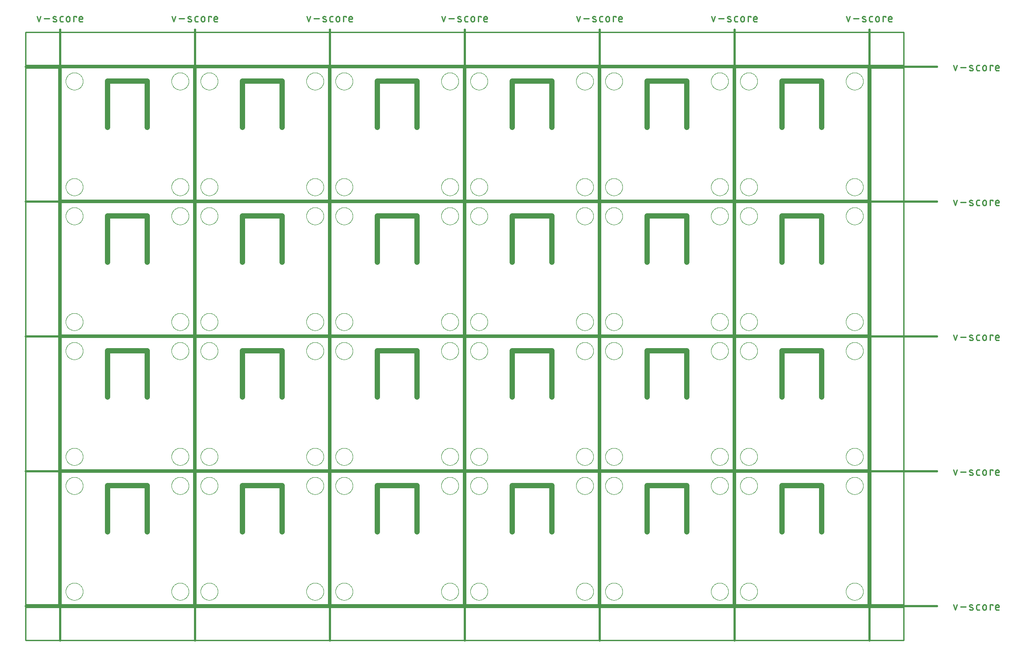
<source format=gko>
G04 EAGLE Gerber RS-274X export*
G75*
%MOMM*%
%FSLAX34Y34*%
%LPD*%
%IN*%
%IPPOS*%
%AMOC8*
5,1,8,0,0,1.08239X$1,22.5*%
G01*
%ADD10C,0.203200*%
%ADD11C,0.999997*%
%ADD12C,0.381000*%
%ADD13C,0.279400*%
%ADD14C,0.254000*%
%ADD15C,0.000000*%


D10*
X0Y0D02*
X0Y254000D01*
X254000Y254000D01*
X254000Y0D01*
X0Y0D01*
D11*
X88900Y139700D02*
X88900Y228600D01*
X165100Y228600D01*
X165100Y139700D01*
D10*
X259080Y254000D02*
X259080Y0D01*
X259080Y254000D02*
X513080Y254000D01*
X513080Y0D01*
X259080Y0D01*
D11*
X347980Y139700D02*
X347980Y228600D01*
X424180Y228600D01*
X424180Y139700D01*
D10*
X518160Y254000D02*
X518160Y0D01*
X518160Y254000D02*
X772160Y254000D01*
X772160Y0D01*
X518160Y0D01*
D11*
X607060Y139700D02*
X607060Y228600D01*
X683260Y228600D01*
X683260Y139700D01*
D10*
X777240Y254000D02*
X777240Y0D01*
X777240Y254000D02*
X1031240Y254000D01*
X1031240Y0D01*
X777240Y0D01*
D11*
X866140Y139700D02*
X866140Y228600D01*
X942340Y228600D01*
X942340Y139700D01*
D10*
X1036320Y254000D02*
X1036320Y0D01*
X1036320Y254000D02*
X1290320Y254000D01*
X1290320Y0D01*
X1036320Y0D01*
D11*
X1125220Y139700D02*
X1125220Y228600D01*
X1201420Y228600D01*
X1201420Y139700D01*
D10*
X1295400Y254000D02*
X1295400Y0D01*
X1295400Y254000D02*
X1549400Y254000D01*
X1549400Y0D01*
X1295400Y0D01*
D11*
X1384300Y139700D02*
X1384300Y228600D01*
X1460500Y228600D01*
X1460500Y139700D01*
D10*
X0Y259080D02*
X0Y513080D01*
X254000Y513080D01*
X254000Y259080D01*
X0Y259080D01*
D11*
X88900Y398780D02*
X88900Y487680D01*
X165100Y487680D01*
X165100Y398780D01*
D10*
X259080Y513080D02*
X259080Y259080D01*
X259080Y513080D02*
X513080Y513080D01*
X513080Y259080D01*
X259080Y259080D01*
D11*
X347980Y398780D02*
X347980Y487680D01*
X424180Y487680D01*
X424180Y398780D01*
D10*
X518160Y513080D02*
X518160Y259080D01*
X518160Y513080D02*
X772160Y513080D01*
X772160Y259080D01*
X518160Y259080D01*
D11*
X607060Y398780D02*
X607060Y487680D01*
X683260Y487680D01*
X683260Y398780D01*
D10*
X777240Y513080D02*
X777240Y259080D01*
X777240Y513080D02*
X1031240Y513080D01*
X1031240Y259080D01*
X777240Y259080D01*
D11*
X866140Y398780D02*
X866140Y487680D01*
X942340Y487680D01*
X942340Y398780D01*
D10*
X1036320Y513080D02*
X1036320Y259080D01*
X1036320Y513080D02*
X1290320Y513080D01*
X1290320Y259080D01*
X1036320Y259080D01*
D11*
X1125220Y398780D02*
X1125220Y487680D01*
X1201420Y487680D01*
X1201420Y398780D01*
D10*
X1295400Y513080D02*
X1295400Y259080D01*
X1295400Y513080D02*
X1549400Y513080D01*
X1549400Y259080D01*
X1295400Y259080D01*
D11*
X1384300Y398780D02*
X1384300Y487680D01*
X1460500Y487680D01*
X1460500Y398780D01*
D10*
X0Y518160D02*
X0Y772160D01*
X254000Y772160D01*
X254000Y518160D01*
X0Y518160D01*
D11*
X88900Y657860D02*
X88900Y746760D01*
X165100Y746760D01*
X165100Y657860D01*
D10*
X259080Y772160D02*
X259080Y518160D01*
X259080Y772160D02*
X513080Y772160D01*
X513080Y518160D01*
X259080Y518160D01*
D11*
X347980Y657860D02*
X347980Y746760D01*
X424180Y746760D01*
X424180Y657860D01*
D10*
X518160Y772160D02*
X518160Y518160D01*
X518160Y772160D02*
X772160Y772160D01*
X772160Y518160D01*
X518160Y518160D01*
D11*
X607060Y657860D02*
X607060Y746760D01*
X683260Y746760D01*
X683260Y657860D01*
D10*
X777240Y772160D02*
X777240Y518160D01*
X777240Y772160D02*
X1031240Y772160D01*
X1031240Y518160D01*
X777240Y518160D01*
D11*
X866140Y657860D02*
X866140Y746760D01*
X942340Y746760D01*
X942340Y657860D01*
D10*
X1036320Y772160D02*
X1036320Y518160D01*
X1036320Y772160D02*
X1290320Y772160D01*
X1290320Y518160D01*
X1036320Y518160D01*
D11*
X1125220Y657860D02*
X1125220Y746760D01*
X1201420Y746760D01*
X1201420Y657860D01*
D10*
X1295400Y772160D02*
X1295400Y518160D01*
X1295400Y772160D02*
X1549400Y772160D01*
X1549400Y518160D01*
X1295400Y518160D01*
D11*
X1384300Y657860D02*
X1384300Y746760D01*
X1460500Y746760D01*
X1460500Y657860D01*
D10*
X0Y777240D02*
X0Y1031240D01*
X254000Y1031240D01*
X254000Y777240D01*
X0Y777240D01*
D11*
X88900Y916940D02*
X88900Y1005840D01*
X165100Y1005840D01*
X165100Y916940D01*
D10*
X259080Y1031240D02*
X259080Y777240D01*
X259080Y1031240D02*
X513080Y1031240D01*
X513080Y777240D01*
X259080Y777240D01*
D11*
X347980Y916940D02*
X347980Y1005840D01*
X424180Y1005840D01*
X424180Y916940D01*
D10*
X518160Y1031240D02*
X518160Y777240D01*
X518160Y1031240D02*
X772160Y1031240D01*
X772160Y777240D01*
X518160Y777240D01*
D11*
X607060Y916940D02*
X607060Y1005840D01*
X683260Y1005840D01*
X683260Y916940D01*
D10*
X777240Y1031240D02*
X777240Y777240D01*
X777240Y1031240D02*
X1031240Y1031240D01*
X1031240Y777240D01*
X777240Y777240D01*
D11*
X866140Y916940D02*
X866140Y1005840D01*
X942340Y1005840D01*
X942340Y916940D01*
D10*
X1036320Y1031240D02*
X1036320Y777240D01*
X1036320Y1031240D02*
X1290320Y1031240D01*
X1290320Y777240D01*
X1036320Y777240D01*
D11*
X1125220Y916940D02*
X1125220Y1005840D01*
X1201420Y1005840D01*
X1201420Y916940D01*
D10*
X1295400Y1031240D02*
X1295400Y777240D01*
X1295400Y1031240D02*
X1549400Y1031240D01*
X1549400Y777240D01*
X1295400Y777240D01*
D11*
X1384300Y916940D02*
X1384300Y1005840D01*
X1460500Y1005840D01*
X1460500Y916940D01*
D12*
X-2540Y1104900D02*
X-2540Y-68580D01*
D13*
X-42921Y1120267D02*
X-46251Y1130258D01*
X-39590Y1130258D02*
X-42921Y1120267D01*
X-32806Y1126095D02*
X-22815Y1126095D01*
X-14261Y1126095D02*
X-10098Y1124430D01*
X-14261Y1126094D02*
X-14346Y1126130D01*
X-14429Y1126170D01*
X-14510Y1126213D01*
X-14590Y1126260D01*
X-14667Y1126310D01*
X-14743Y1126363D01*
X-14816Y1126419D01*
X-14886Y1126479D01*
X-14954Y1126541D01*
X-15019Y1126606D01*
X-15081Y1126674D01*
X-15141Y1126745D01*
X-15197Y1126818D01*
X-15250Y1126893D01*
X-15300Y1126971D01*
X-15346Y1127050D01*
X-15389Y1127132D01*
X-15429Y1127215D01*
X-15465Y1127300D01*
X-15497Y1127386D01*
X-15526Y1127474D01*
X-15550Y1127563D01*
X-15571Y1127653D01*
X-15588Y1127743D01*
X-15602Y1127834D01*
X-15611Y1127926D01*
X-15616Y1128018D01*
X-15618Y1128110D01*
X-15616Y1128202D01*
X-15609Y1128294D01*
X-15599Y1128386D01*
X-15585Y1128477D01*
X-15567Y1128568D01*
X-15545Y1128657D01*
X-15519Y1128746D01*
X-15489Y1128833D01*
X-15456Y1128919D01*
X-15419Y1129003D01*
X-15379Y1129086D01*
X-15335Y1129167D01*
X-15288Y1129246D01*
X-15237Y1129323D01*
X-15183Y1129398D01*
X-15126Y1129471D01*
X-15066Y1129541D01*
X-15003Y1129608D01*
X-14937Y1129672D01*
X-14869Y1129734D01*
X-14798Y1129793D01*
X-14724Y1129848D01*
X-14648Y1129901D01*
X-14570Y1129950D01*
X-14490Y1129996D01*
X-14409Y1130038D01*
X-14325Y1130077D01*
X-14240Y1130112D01*
X-14153Y1130143D01*
X-14065Y1130171D01*
X-13976Y1130195D01*
X-13886Y1130215D01*
X-13796Y1130232D01*
X-13704Y1130244D01*
X-13612Y1130253D01*
X-13520Y1130257D01*
X-13428Y1130258D01*
X-13201Y1130252D01*
X-12974Y1130241D01*
X-12747Y1130224D01*
X-12521Y1130201D01*
X-12295Y1130174D01*
X-12070Y1130140D01*
X-11846Y1130102D01*
X-11623Y1130058D01*
X-11401Y1130009D01*
X-11180Y1129954D01*
X-10961Y1129894D01*
X-10743Y1129829D01*
X-10527Y1129758D01*
X-10313Y1129683D01*
X-10100Y1129602D01*
X-9890Y1129516D01*
X-9681Y1129425D01*
X-10098Y1124430D02*
X-10013Y1124394D01*
X-9930Y1124354D01*
X-9849Y1124311D01*
X-9769Y1124264D01*
X-9692Y1124214D01*
X-9616Y1124161D01*
X-9543Y1124105D01*
X-9473Y1124045D01*
X-9405Y1123983D01*
X-9340Y1123918D01*
X-9278Y1123850D01*
X-9218Y1123779D01*
X-9162Y1123706D01*
X-9109Y1123631D01*
X-9059Y1123553D01*
X-9013Y1123474D01*
X-8970Y1123392D01*
X-8930Y1123309D01*
X-8894Y1123224D01*
X-8862Y1123138D01*
X-8833Y1123050D01*
X-8809Y1122961D01*
X-8788Y1122871D01*
X-8771Y1122781D01*
X-8757Y1122690D01*
X-8748Y1122598D01*
X-8743Y1122506D01*
X-8741Y1122414D01*
X-8743Y1122322D01*
X-8750Y1122230D01*
X-8760Y1122138D01*
X-8774Y1122047D01*
X-8792Y1121956D01*
X-8814Y1121867D01*
X-8840Y1121778D01*
X-8870Y1121691D01*
X-8903Y1121605D01*
X-8940Y1121521D01*
X-8980Y1121438D01*
X-9024Y1121357D01*
X-9071Y1121278D01*
X-9122Y1121201D01*
X-9176Y1121126D01*
X-9233Y1121053D01*
X-9293Y1120983D01*
X-9356Y1120916D01*
X-9422Y1120852D01*
X-9490Y1120790D01*
X-9561Y1120731D01*
X-9635Y1120676D01*
X-9711Y1120623D01*
X-9789Y1120574D01*
X-9869Y1120528D01*
X-9950Y1120486D01*
X-10034Y1120447D01*
X-10119Y1120412D01*
X-10206Y1120381D01*
X-10294Y1120353D01*
X-10383Y1120329D01*
X-10473Y1120309D01*
X-10563Y1120292D01*
X-10655Y1120280D01*
X-10747Y1120271D01*
X-10839Y1120267D01*
X-10931Y1120266D01*
X-10931Y1120267D02*
X-11265Y1120276D01*
X-11598Y1120293D01*
X-11931Y1120317D01*
X-12264Y1120350D01*
X-12595Y1120390D01*
X-12926Y1120438D01*
X-13255Y1120494D01*
X-13583Y1120557D01*
X-13909Y1120629D01*
X-14233Y1120708D01*
X-14556Y1120794D01*
X-14876Y1120889D01*
X-15194Y1120991D01*
X-15510Y1121100D01*
X562Y1120267D02*
X3892Y1120267D01*
X562Y1120267D02*
X464Y1120269D01*
X366Y1120275D01*
X268Y1120284D01*
X171Y1120298D01*
X75Y1120315D01*
X-21Y1120336D01*
X-116Y1120361D01*
X-210Y1120389D01*
X-303Y1120421D01*
X-394Y1120457D01*
X-484Y1120496D01*
X-572Y1120539D01*
X-659Y1120586D01*
X-743Y1120635D01*
X-826Y1120688D01*
X-906Y1120744D01*
X-985Y1120803D01*
X-1060Y1120866D01*
X-1134Y1120931D01*
X-1204Y1120999D01*
X-1272Y1121069D01*
X-1338Y1121143D01*
X-1400Y1121219D01*
X-1459Y1121297D01*
X-1515Y1121377D01*
X-1568Y1121460D01*
X-1618Y1121544D01*
X-1664Y1121631D01*
X-1707Y1121719D01*
X-1746Y1121809D01*
X-1782Y1121900D01*
X-1814Y1121993D01*
X-1842Y1122087D01*
X-1867Y1122182D01*
X-1888Y1122278D01*
X-1905Y1122374D01*
X-1919Y1122471D01*
X-1928Y1122569D01*
X-1934Y1122667D01*
X-1936Y1122765D01*
X-1936Y1127760D01*
X-1934Y1127858D01*
X-1928Y1127956D01*
X-1919Y1128054D01*
X-1905Y1128151D01*
X-1888Y1128247D01*
X-1867Y1128343D01*
X-1842Y1128438D01*
X-1814Y1128532D01*
X-1782Y1128625D01*
X-1746Y1128716D01*
X-1707Y1128806D01*
X-1664Y1128894D01*
X-1617Y1128981D01*
X-1568Y1129065D01*
X-1515Y1129148D01*
X-1459Y1129228D01*
X-1400Y1129306D01*
X-1337Y1129382D01*
X-1272Y1129456D01*
X-1204Y1129526D01*
X-1134Y1129594D01*
X-1060Y1129659D01*
X-984Y1129722D01*
X-906Y1129781D01*
X-826Y1129837D01*
X-743Y1129890D01*
X-659Y1129939D01*
X-572Y1129986D01*
X-484Y1130029D01*
X-394Y1130068D01*
X-303Y1130104D01*
X-210Y1130136D01*
X-116Y1130164D01*
X-21Y1130189D01*
X75Y1130210D01*
X171Y1130227D01*
X268Y1130241D01*
X366Y1130250D01*
X464Y1130256D01*
X562Y1130258D01*
X3892Y1130258D01*
X10022Y1126927D02*
X10022Y1123597D01*
X10022Y1126927D02*
X10024Y1127041D01*
X10030Y1127154D01*
X10039Y1127268D01*
X10053Y1127380D01*
X10070Y1127493D01*
X10092Y1127605D01*
X10117Y1127715D01*
X10145Y1127825D01*
X10178Y1127934D01*
X10214Y1128042D01*
X10254Y1128149D01*
X10298Y1128254D01*
X10345Y1128357D01*
X10395Y1128459D01*
X10449Y1128559D01*
X10507Y1128657D01*
X10568Y1128753D01*
X10631Y1128847D01*
X10699Y1128939D01*
X10769Y1129029D01*
X10842Y1129115D01*
X10918Y1129200D01*
X10997Y1129282D01*
X11079Y1129361D01*
X11164Y1129437D01*
X11250Y1129510D01*
X11340Y1129580D01*
X11432Y1129648D01*
X11526Y1129711D01*
X11622Y1129772D01*
X11720Y1129830D01*
X11820Y1129884D01*
X11922Y1129934D01*
X12025Y1129981D01*
X12130Y1130025D01*
X12237Y1130065D01*
X12345Y1130101D01*
X12454Y1130134D01*
X12564Y1130162D01*
X12674Y1130187D01*
X12786Y1130209D01*
X12899Y1130226D01*
X13011Y1130240D01*
X13125Y1130249D01*
X13238Y1130255D01*
X13352Y1130257D01*
X13466Y1130255D01*
X13579Y1130249D01*
X13693Y1130240D01*
X13805Y1130226D01*
X13918Y1130209D01*
X14030Y1130187D01*
X14140Y1130162D01*
X14250Y1130134D01*
X14359Y1130101D01*
X14467Y1130065D01*
X14574Y1130025D01*
X14679Y1129981D01*
X14782Y1129934D01*
X14884Y1129884D01*
X14984Y1129830D01*
X15082Y1129772D01*
X15178Y1129711D01*
X15272Y1129648D01*
X15364Y1129580D01*
X15454Y1129510D01*
X15540Y1129437D01*
X15625Y1129361D01*
X15707Y1129282D01*
X15786Y1129200D01*
X15862Y1129115D01*
X15935Y1129029D01*
X16005Y1128939D01*
X16073Y1128847D01*
X16136Y1128753D01*
X16197Y1128657D01*
X16255Y1128559D01*
X16309Y1128459D01*
X16359Y1128357D01*
X16406Y1128254D01*
X16450Y1128149D01*
X16490Y1128042D01*
X16526Y1127934D01*
X16559Y1127825D01*
X16587Y1127715D01*
X16612Y1127605D01*
X16634Y1127493D01*
X16651Y1127380D01*
X16665Y1127268D01*
X16674Y1127154D01*
X16680Y1127041D01*
X16682Y1126927D01*
X16682Y1123597D01*
X16680Y1123483D01*
X16674Y1123370D01*
X16665Y1123256D01*
X16651Y1123144D01*
X16634Y1123031D01*
X16612Y1122919D01*
X16587Y1122809D01*
X16559Y1122699D01*
X16526Y1122590D01*
X16490Y1122482D01*
X16450Y1122375D01*
X16406Y1122270D01*
X16359Y1122167D01*
X16309Y1122065D01*
X16255Y1121965D01*
X16197Y1121867D01*
X16136Y1121771D01*
X16073Y1121677D01*
X16005Y1121585D01*
X15935Y1121495D01*
X15862Y1121409D01*
X15786Y1121324D01*
X15707Y1121242D01*
X15625Y1121163D01*
X15540Y1121087D01*
X15454Y1121014D01*
X15364Y1120944D01*
X15272Y1120876D01*
X15178Y1120813D01*
X15082Y1120752D01*
X14984Y1120694D01*
X14884Y1120640D01*
X14782Y1120590D01*
X14679Y1120543D01*
X14574Y1120499D01*
X14467Y1120459D01*
X14359Y1120423D01*
X14250Y1120390D01*
X14140Y1120362D01*
X14030Y1120337D01*
X13918Y1120315D01*
X13805Y1120298D01*
X13693Y1120284D01*
X13579Y1120275D01*
X13466Y1120269D01*
X13352Y1120267D01*
X13238Y1120269D01*
X13125Y1120275D01*
X13011Y1120284D01*
X12899Y1120298D01*
X12786Y1120315D01*
X12674Y1120337D01*
X12564Y1120362D01*
X12454Y1120390D01*
X12345Y1120423D01*
X12237Y1120459D01*
X12130Y1120499D01*
X12025Y1120543D01*
X11922Y1120590D01*
X11820Y1120640D01*
X11720Y1120694D01*
X11622Y1120752D01*
X11526Y1120813D01*
X11432Y1120876D01*
X11340Y1120944D01*
X11250Y1121014D01*
X11164Y1121087D01*
X11079Y1121163D01*
X10997Y1121242D01*
X10918Y1121324D01*
X10842Y1121409D01*
X10769Y1121495D01*
X10699Y1121585D01*
X10631Y1121677D01*
X10568Y1121771D01*
X10507Y1121867D01*
X10449Y1121965D01*
X10395Y1122065D01*
X10345Y1122167D01*
X10298Y1122270D01*
X10254Y1122375D01*
X10214Y1122482D01*
X10178Y1122590D01*
X10145Y1122699D01*
X10117Y1122809D01*
X10092Y1122919D01*
X10070Y1123031D01*
X10053Y1123144D01*
X10039Y1123256D01*
X10030Y1123370D01*
X10024Y1123483D01*
X10022Y1123597D01*
X24218Y1120267D02*
X24218Y1130258D01*
X29213Y1130258D01*
X29213Y1128593D01*
X37008Y1120267D02*
X41171Y1120267D01*
X37008Y1120267D02*
X36910Y1120269D01*
X36812Y1120275D01*
X36714Y1120284D01*
X36617Y1120298D01*
X36521Y1120315D01*
X36425Y1120336D01*
X36330Y1120361D01*
X36236Y1120389D01*
X36143Y1120421D01*
X36052Y1120457D01*
X35962Y1120496D01*
X35874Y1120539D01*
X35787Y1120586D01*
X35703Y1120635D01*
X35620Y1120688D01*
X35540Y1120744D01*
X35462Y1120803D01*
X35386Y1120866D01*
X35312Y1120931D01*
X35242Y1120999D01*
X35174Y1121069D01*
X35109Y1121143D01*
X35046Y1121219D01*
X34987Y1121297D01*
X34931Y1121377D01*
X34878Y1121460D01*
X34829Y1121544D01*
X34782Y1121631D01*
X34739Y1121719D01*
X34700Y1121809D01*
X34664Y1121900D01*
X34632Y1121993D01*
X34604Y1122087D01*
X34579Y1122182D01*
X34558Y1122278D01*
X34541Y1122374D01*
X34527Y1122471D01*
X34518Y1122569D01*
X34512Y1122667D01*
X34510Y1122765D01*
X34510Y1126927D01*
X34511Y1126927D02*
X34513Y1127041D01*
X34519Y1127154D01*
X34528Y1127268D01*
X34542Y1127380D01*
X34559Y1127493D01*
X34581Y1127605D01*
X34606Y1127715D01*
X34634Y1127825D01*
X34667Y1127934D01*
X34703Y1128042D01*
X34743Y1128149D01*
X34787Y1128254D01*
X34834Y1128357D01*
X34884Y1128459D01*
X34938Y1128559D01*
X34996Y1128657D01*
X35057Y1128753D01*
X35120Y1128847D01*
X35188Y1128939D01*
X35258Y1129029D01*
X35331Y1129115D01*
X35407Y1129200D01*
X35486Y1129282D01*
X35568Y1129361D01*
X35653Y1129437D01*
X35739Y1129510D01*
X35829Y1129580D01*
X35921Y1129648D01*
X36015Y1129711D01*
X36111Y1129772D01*
X36209Y1129830D01*
X36309Y1129884D01*
X36411Y1129934D01*
X36514Y1129981D01*
X36619Y1130025D01*
X36726Y1130065D01*
X36834Y1130101D01*
X36943Y1130134D01*
X37053Y1130162D01*
X37163Y1130187D01*
X37275Y1130209D01*
X37388Y1130226D01*
X37500Y1130240D01*
X37614Y1130249D01*
X37727Y1130255D01*
X37841Y1130257D01*
X37955Y1130255D01*
X38068Y1130249D01*
X38182Y1130240D01*
X38294Y1130226D01*
X38407Y1130209D01*
X38519Y1130187D01*
X38629Y1130162D01*
X38739Y1130134D01*
X38848Y1130101D01*
X38956Y1130065D01*
X39063Y1130025D01*
X39168Y1129981D01*
X39271Y1129934D01*
X39373Y1129884D01*
X39473Y1129830D01*
X39571Y1129772D01*
X39667Y1129711D01*
X39761Y1129648D01*
X39853Y1129580D01*
X39943Y1129510D01*
X40029Y1129437D01*
X40114Y1129361D01*
X40196Y1129282D01*
X40275Y1129200D01*
X40351Y1129115D01*
X40424Y1129029D01*
X40494Y1128939D01*
X40562Y1128847D01*
X40625Y1128753D01*
X40686Y1128657D01*
X40744Y1128559D01*
X40798Y1128459D01*
X40848Y1128357D01*
X40895Y1128254D01*
X40939Y1128149D01*
X40979Y1128042D01*
X41015Y1127934D01*
X41048Y1127825D01*
X41076Y1127715D01*
X41101Y1127605D01*
X41123Y1127493D01*
X41140Y1127380D01*
X41154Y1127268D01*
X41163Y1127154D01*
X41169Y1127041D01*
X41171Y1126927D01*
X41171Y1125262D01*
X34510Y1125262D01*
D12*
X256540Y1104900D02*
X256540Y-68580D01*
D13*
X216159Y1120267D02*
X212829Y1130258D01*
X219490Y1130258D02*
X216159Y1120267D01*
X226274Y1126095D02*
X236265Y1126095D01*
X244819Y1126095D02*
X248982Y1124430D01*
X244819Y1126094D02*
X244734Y1126130D01*
X244651Y1126170D01*
X244570Y1126213D01*
X244490Y1126260D01*
X244413Y1126310D01*
X244337Y1126363D01*
X244264Y1126419D01*
X244194Y1126479D01*
X244126Y1126541D01*
X244061Y1126606D01*
X243999Y1126674D01*
X243939Y1126745D01*
X243883Y1126818D01*
X243830Y1126893D01*
X243780Y1126971D01*
X243734Y1127050D01*
X243691Y1127132D01*
X243651Y1127215D01*
X243615Y1127300D01*
X243583Y1127386D01*
X243554Y1127474D01*
X243530Y1127563D01*
X243509Y1127653D01*
X243492Y1127743D01*
X243478Y1127834D01*
X243469Y1127926D01*
X243464Y1128018D01*
X243462Y1128110D01*
X243464Y1128202D01*
X243471Y1128294D01*
X243481Y1128386D01*
X243495Y1128477D01*
X243513Y1128568D01*
X243535Y1128657D01*
X243561Y1128746D01*
X243591Y1128833D01*
X243624Y1128919D01*
X243661Y1129003D01*
X243701Y1129086D01*
X243745Y1129167D01*
X243792Y1129246D01*
X243843Y1129323D01*
X243897Y1129398D01*
X243954Y1129471D01*
X244014Y1129541D01*
X244077Y1129608D01*
X244143Y1129672D01*
X244211Y1129734D01*
X244282Y1129793D01*
X244356Y1129848D01*
X244432Y1129901D01*
X244510Y1129950D01*
X244590Y1129996D01*
X244671Y1130038D01*
X244755Y1130077D01*
X244840Y1130112D01*
X244927Y1130143D01*
X245015Y1130171D01*
X245104Y1130195D01*
X245194Y1130215D01*
X245284Y1130232D01*
X245376Y1130244D01*
X245468Y1130253D01*
X245560Y1130257D01*
X245652Y1130258D01*
X245879Y1130252D01*
X246106Y1130241D01*
X246333Y1130224D01*
X246559Y1130201D01*
X246785Y1130174D01*
X247010Y1130140D01*
X247234Y1130102D01*
X247457Y1130058D01*
X247679Y1130009D01*
X247900Y1129954D01*
X248119Y1129894D01*
X248337Y1129829D01*
X248553Y1129758D01*
X248767Y1129683D01*
X248980Y1129602D01*
X249190Y1129516D01*
X249399Y1129425D01*
X248982Y1124430D02*
X249067Y1124394D01*
X249150Y1124354D01*
X249231Y1124311D01*
X249311Y1124264D01*
X249388Y1124214D01*
X249464Y1124161D01*
X249537Y1124105D01*
X249607Y1124045D01*
X249675Y1123983D01*
X249740Y1123918D01*
X249802Y1123850D01*
X249862Y1123779D01*
X249918Y1123706D01*
X249971Y1123631D01*
X250021Y1123553D01*
X250067Y1123474D01*
X250110Y1123392D01*
X250150Y1123309D01*
X250186Y1123224D01*
X250218Y1123138D01*
X250247Y1123050D01*
X250271Y1122961D01*
X250292Y1122871D01*
X250309Y1122781D01*
X250323Y1122690D01*
X250332Y1122598D01*
X250337Y1122506D01*
X250339Y1122414D01*
X250337Y1122322D01*
X250330Y1122230D01*
X250320Y1122138D01*
X250306Y1122047D01*
X250288Y1121956D01*
X250266Y1121867D01*
X250240Y1121778D01*
X250210Y1121691D01*
X250177Y1121605D01*
X250140Y1121521D01*
X250100Y1121438D01*
X250056Y1121357D01*
X250009Y1121278D01*
X249958Y1121201D01*
X249904Y1121126D01*
X249847Y1121053D01*
X249787Y1120983D01*
X249724Y1120916D01*
X249658Y1120852D01*
X249590Y1120790D01*
X249519Y1120731D01*
X249445Y1120676D01*
X249369Y1120623D01*
X249291Y1120574D01*
X249211Y1120528D01*
X249130Y1120486D01*
X249046Y1120447D01*
X248961Y1120412D01*
X248874Y1120381D01*
X248786Y1120353D01*
X248697Y1120329D01*
X248607Y1120309D01*
X248517Y1120292D01*
X248425Y1120280D01*
X248333Y1120271D01*
X248241Y1120267D01*
X248149Y1120266D01*
X248149Y1120267D02*
X247815Y1120276D01*
X247482Y1120293D01*
X247149Y1120317D01*
X246816Y1120350D01*
X246485Y1120390D01*
X246154Y1120438D01*
X245825Y1120494D01*
X245497Y1120557D01*
X245171Y1120629D01*
X244847Y1120708D01*
X244524Y1120794D01*
X244204Y1120889D01*
X243886Y1120991D01*
X243570Y1121100D01*
X259642Y1120267D02*
X262972Y1120267D01*
X259642Y1120267D02*
X259544Y1120269D01*
X259446Y1120275D01*
X259348Y1120284D01*
X259251Y1120298D01*
X259155Y1120315D01*
X259059Y1120336D01*
X258964Y1120361D01*
X258870Y1120389D01*
X258777Y1120421D01*
X258686Y1120457D01*
X258596Y1120496D01*
X258508Y1120539D01*
X258421Y1120586D01*
X258337Y1120635D01*
X258254Y1120688D01*
X258174Y1120744D01*
X258096Y1120803D01*
X258020Y1120866D01*
X257946Y1120931D01*
X257876Y1120999D01*
X257808Y1121069D01*
X257743Y1121143D01*
X257680Y1121219D01*
X257621Y1121297D01*
X257565Y1121377D01*
X257512Y1121460D01*
X257463Y1121544D01*
X257416Y1121631D01*
X257373Y1121719D01*
X257334Y1121809D01*
X257298Y1121900D01*
X257266Y1121993D01*
X257238Y1122087D01*
X257213Y1122182D01*
X257192Y1122278D01*
X257175Y1122374D01*
X257161Y1122471D01*
X257152Y1122569D01*
X257146Y1122667D01*
X257144Y1122765D01*
X257144Y1127760D01*
X257146Y1127858D01*
X257152Y1127956D01*
X257161Y1128054D01*
X257175Y1128151D01*
X257192Y1128247D01*
X257213Y1128343D01*
X257238Y1128438D01*
X257266Y1128532D01*
X257298Y1128625D01*
X257334Y1128716D01*
X257373Y1128806D01*
X257416Y1128894D01*
X257463Y1128981D01*
X257512Y1129065D01*
X257565Y1129148D01*
X257621Y1129228D01*
X257680Y1129307D01*
X257743Y1129382D01*
X257808Y1129456D01*
X257876Y1129526D01*
X257946Y1129594D01*
X258020Y1129660D01*
X258096Y1129722D01*
X258174Y1129781D01*
X258254Y1129837D01*
X258337Y1129890D01*
X258421Y1129940D01*
X258508Y1129986D01*
X258596Y1130029D01*
X258686Y1130068D01*
X258777Y1130104D01*
X258870Y1130136D01*
X258964Y1130164D01*
X259059Y1130189D01*
X259155Y1130210D01*
X259251Y1130227D01*
X259348Y1130241D01*
X259446Y1130250D01*
X259544Y1130256D01*
X259642Y1130258D01*
X262972Y1130258D01*
X269102Y1126927D02*
X269102Y1123597D01*
X269102Y1126927D02*
X269104Y1127041D01*
X269110Y1127154D01*
X269119Y1127268D01*
X269133Y1127380D01*
X269150Y1127493D01*
X269172Y1127605D01*
X269197Y1127715D01*
X269225Y1127825D01*
X269258Y1127934D01*
X269294Y1128042D01*
X269334Y1128149D01*
X269378Y1128254D01*
X269425Y1128357D01*
X269475Y1128459D01*
X269529Y1128559D01*
X269587Y1128657D01*
X269648Y1128753D01*
X269711Y1128847D01*
X269779Y1128939D01*
X269849Y1129029D01*
X269922Y1129115D01*
X269998Y1129200D01*
X270077Y1129282D01*
X270159Y1129361D01*
X270244Y1129437D01*
X270330Y1129510D01*
X270420Y1129580D01*
X270512Y1129648D01*
X270606Y1129711D01*
X270702Y1129772D01*
X270800Y1129830D01*
X270900Y1129884D01*
X271002Y1129934D01*
X271105Y1129981D01*
X271210Y1130025D01*
X271317Y1130065D01*
X271425Y1130101D01*
X271534Y1130134D01*
X271644Y1130162D01*
X271754Y1130187D01*
X271866Y1130209D01*
X271979Y1130226D01*
X272091Y1130240D01*
X272205Y1130249D01*
X272318Y1130255D01*
X272432Y1130257D01*
X272546Y1130255D01*
X272659Y1130249D01*
X272773Y1130240D01*
X272885Y1130226D01*
X272998Y1130209D01*
X273110Y1130187D01*
X273220Y1130162D01*
X273330Y1130134D01*
X273439Y1130101D01*
X273547Y1130065D01*
X273654Y1130025D01*
X273759Y1129981D01*
X273862Y1129934D01*
X273964Y1129884D01*
X274064Y1129830D01*
X274162Y1129772D01*
X274258Y1129711D01*
X274352Y1129648D01*
X274444Y1129580D01*
X274534Y1129510D01*
X274620Y1129437D01*
X274705Y1129361D01*
X274787Y1129282D01*
X274866Y1129200D01*
X274942Y1129115D01*
X275015Y1129029D01*
X275085Y1128939D01*
X275153Y1128847D01*
X275216Y1128753D01*
X275277Y1128657D01*
X275335Y1128559D01*
X275389Y1128459D01*
X275439Y1128357D01*
X275486Y1128254D01*
X275530Y1128149D01*
X275570Y1128042D01*
X275606Y1127934D01*
X275639Y1127825D01*
X275667Y1127715D01*
X275692Y1127605D01*
X275714Y1127493D01*
X275731Y1127380D01*
X275745Y1127268D01*
X275754Y1127154D01*
X275760Y1127041D01*
X275762Y1126927D01*
X275762Y1123597D01*
X275760Y1123483D01*
X275754Y1123370D01*
X275745Y1123256D01*
X275731Y1123144D01*
X275714Y1123031D01*
X275692Y1122919D01*
X275667Y1122809D01*
X275639Y1122699D01*
X275606Y1122590D01*
X275570Y1122482D01*
X275530Y1122375D01*
X275486Y1122270D01*
X275439Y1122167D01*
X275389Y1122065D01*
X275335Y1121965D01*
X275277Y1121867D01*
X275216Y1121771D01*
X275153Y1121677D01*
X275085Y1121585D01*
X275015Y1121495D01*
X274942Y1121409D01*
X274866Y1121324D01*
X274787Y1121242D01*
X274705Y1121163D01*
X274620Y1121087D01*
X274534Y1121014D01*
X274444Y1120944D01*
X274352Y1120876D01*
X274258Y1120813D01*
X274162Y1120752D01*
X274064Y1120694D01*
X273964Y1120640D01*
X273862Y1120590D01*
X273759Y1120543D01*
X273654Y1120499D01*
X273547Y1120459D01*
X273439Y1120423D01*
X273330Y1120390D01*
X273220Y1120362D01*
X273110Y1120337D01*
X272998Y1120315D01*
X272885Y1120298D01*
X272773Y1120284D01*
X272659Y1120275D01*
X272546Y1120269D01*
X272432Y1120267D01*
X272318Y1120269D01*
X272205Y1120275D01*
X272091Y1120284D01*
X271979Y1120298D01*
X271866Y1120315D01*
X271754Y1120337D01*
X271644Y1120362D01*
X271534Y1120390D01*
X271425Y1120423D01*
X271317Y1120459D01*
X271210Y1120499D01*
X271105Y1120543D01*
X271002Y1120590D01*
X270900Y1120640D01*
X270800Y1120694D01*
X270702Y1120752D01*
X270606Y1120813D01*
X270512Y1120876D01*
X270420Y1120944D01*
X270330Y1121014D01*
X270244Y1121087D01*
X270159Y1121163D01*
X270077Y1121242D01*
X269998Y1121324D01*
X269922Y1121409D01*
X269849Y1121495D01*
X269779Y1121585D01*
X269711Y1121677D01*
X269648Y1121771D01*
X269587Y1121867D01*
X269529Y1121965D01*
X269475Y1122065D01*
X269425Y1122167D01*
X269378Y1122270D01*
X269334Y1122375D01*
X269294Y1122482D01*
X269258Y1122590D01*
X269225Y1122699D01*
X269197Y1122809D01*
X269172Y1122919D01*
X269150Y1123031D01*
X269133Y1123144D01*
X269119Y1123256D01*
X269110Y1123370D01*
X269104Y1123483D01*
X269102Y1123597D01*
X283298Y1120267D02*
X283298Y1130258D01*
X288293Y1130258D01*
X288293Y1128593D01*
X296088Y1120267D02*
X300251Y1120267D01*
X296088Y1120267D02*
X295990Y1120269D01*
X295892Y1120275D01*
X295794Y1120284D01*
X295697Y1120298D01*
X295601Y1120315D01*
X295505Y1120336D01*
X295410Y1120361D01*
X295316Y1120389D01*
X295223Y1120421D01*
X295132Y1120457D01*
X295042Y1120496D01*
X294954Y1120539D01*
X294867Y1120586D01*
X294783Y1120635D01*
X294700Y1120688D01*
X294620Y1120744D01*
X294542Y1120803D01*
X294466Y1120866D01*
X294392Y1120931D01*
X294322Y1120999D01*
X294254Y1121069D01*
X294189Y1121143D01*
X294126Y1121219D01*
X294067Y1121297D01*
X294011Y1121377D01*
X293958Y1121460D01*
X293909Y1121544D01*
X293862Y1121631D01*
X293819Y1121719D01*
X293780Y1121809D01*
X293744Y1121900D01*
X293712Y1121993D01*
X293684Y1122087D01*
X293659Y1122182D01*
X293638Y1122278D01*
X293621Y1122374D01*
X293607Y1122471D01*
X293598Y1122569D01*
X293592Y1122667D01*
X293590Y1122765D01*
X293590Y1126927D01*
X293591Y1126927D02*
X293593Y1127041D01*
X293599Y1127154D01*
X293608Y1127268D01*
X293622Y1127380D01*
X293639Y1127493D01*
X293661Y1127605D01*
X293686Y1127715D01*
X293714Y1127825D01*
X293747Y1127934D01*
X293783Y1128042D01*
X293823Y1128149D01*
X293867Y1128254D01*
X293914Y1128357D01*
X293964Y1128459D01*
X294018Y1128559D01*
X294076Y1128657D01*
X294137Y1128753D01*
X294200Y1128847D01*
X294268Y1128939D01*
X294338Y1129029D01*
X294411Y1129115D01*
X294487Y1129200D01*
X294566Y1129282D01*
X294648Y1129361D01*
X294733Y1129437D01*
X294819Y1129510D01*
X294909Y1129580D01*
X295001Y1129648D01*
X295095Y1129711D01*
X295191Y1129772D01*
X295289Y1129830D01*
X295389Y1129884D01*
X295491Y1129934D01*
X295594Y1129981D01*
X295699Y1130025D01*
X295806Y1130065D01*
X295914Y1130101D01*
X296023Y1130134D01*
X296133Y1130162D01*
X296243Y1130187D01*
X296355Y1130209D01*
X296468Y1130226D01*
X296580Y1130240D01*
X296694Y1130249D01*
X296807Y1130255D01*
X296921Y1130257D01*
X297035Y1130255D01*
X297148Y1130249D01*
X297262Y1130240D01*
X297374Y1130226D01*
X297487Y1130209D01*
X297599Y1130187D01*
X297709Y1130162D01*
X297819Y1130134D01*
X297928Y1130101D01*
X298036Y1130065D01*
X298143Y1130025D01*
X298248Y1129981D01*
X298351Y1129934D01*
X298453Y1129884D01*
X298553Y1129830D01*
X298651Y1129772D01*
X298747Y1129711D01*
X298841Y1129648D01*
X298933Y1129580D01*
X299023Y1129510D01*
X299109Y1129437D01*
X299194Y1129361D01*
X299276Y1129282D01*
X299355Y1129200D01*
X299431Y1129115D01*
X299504Y1129029D01*
X299574Y1128939D01*
X299642Y1128847D01*
X299705Y1128753D01*
X299766Y1128657D01*
X299824Y1128559D01*
X299878Y1128459D01*
X299928Y1128357D01*
X299975Y1128254D01*
X300019Y1128149D01*
X300059Y1128042D01*
X300095Y1127934D01*
X300128Y1127825D01*
X300156Y1127715D01*
X300181Y1127605D01*
X300203Y1127493D01*
X300220Y1127380D01*
X300234Y1127268D01*
X300243Y1127154D01*
X300249Y1127041D01*
X300251Y1126927D01*
X300251Y1125262D01*
X293590Y1125262D01*
D12*
X515620Y1104900D02*
X515620Y-68580D01*
D13*
X475239Y1120267D02*
X471909Y1130258D01*
X478570Y1130258D02*
X475239Y1120267D01*
X485354Y1126095D02*
X495345Y1126095D01*
X503899Y1126095D02*
X508062Y1124430D01*
X503899Y1126094D02*
X503814Y1126130D01*
X503731Y1126170D01*
X503650Y1126213D01*
X503570Y1126260D01*
X503493Y1126310D01*
X503417Y1126363D01*
X503344Y1126419D01*
X503274Y1126479D01*
X503206Y1126541D01*
X503141Y1126606D01*
X503079Y1126674D01*
X503019Y1126745D01*
X502963Y1126818D01*
X502910Y1126893D01*
X502860Y1126971D01*
X502814Y1127050D01*
X502771Y1127132D01*
X502731Y1127215D01*
X502695Y1127300D01*
X502663Y1127386D01*
X502634Y1127474D01*
X502610Y1127563D01*
X502589Y1127653D01*
X502572Y1127743D01*
X502558Y1127834D01*
X502549Y1127926D01*
X502544Y1128018D01*
X502542Y1128110D01*
X502544Y1128202D01*
X502551Y1128294D01*
X502561Y1128386D01*
X502575Y1128477D01*
X502593Y1128568D01*
X502615Y1128657D01*
X502641Y1128746D01*
X502671Y1128833D01*
X502704Y1128919D01*
X502741Y1129003D01*
X502781Y1129086D01*
X502825Y1129167D01*
X502872Y1129246D01*
X502923Y1129323D01*
X502977Y1129398D01*
X503034Y1129471D01*
X503094Y1129541D01*
X503157Y1129608D01*
X503223Y1129672D01*
X503291Y1129734D01*
X503362Y1129793D01*
X503436Y1129848D01*
X503512Y1129901D01*
X503590Y1129950D01*
X503670Y1129996D01*
X503751Y1130038D01*
X503835Y1130077D01*
X503920Y1130112D01*
X504007Y1130143D01*
X504095Y1130171D01*
X504184Y1130195D01*
X504274Y1130215D01*
X504364Y1130232D01*
X504456Y1130244D01*
X504548Y1130253D01*
X504640Y1130257D01*
X504732Y1130258D01*
X504959Y1130252D01*
X505186Y1130241D01*
X505413Y1130224D01*
X505639Y1130201D01*
X505865Y1130174D01*
X506090Y1130140D01*
X506314Y1130102D01*
X506537Y1130058D01*
X506759Y1130009D01*
X506980Y1129954D01*
X507199Y1129894D01*
X507417Y1129829D01*
X507633Y1129758D01*
X507847Y1129683D01*
X508060Y1129602D01*
X508270Y1129516D01*
X508479Y1129425D01*
X508062Y1124430D02*
X508147Y1124394D01*
X508230Y1124354D01*
X508311Y1124311D01*
X508391Y1124264D01*
X508468Y1124214D01*
X508544Y1124161D01*
X508617Y1124105D01*
X508687Y1124045D01*
X508755Y1123983D01*
X508820Y1123918D01*
X508882Y1123850D01*
X508942Y1123779D01*
X508998Y1123706D01*
X509051Y1123631D01*
X509101Y1123553D01*
X509147Y1123474D01*
X509190Y1123392D01*
X509230Y1123309D01*
X509266Y1123224D01*
X509298Y1123138D01*
X509327Y1123050D01*
X509351Y1122961D01*
X509372Y1122871D01*
X509389Y1122781D01*
X509403Y1122690D01*
X509412Y1122598D01*
X509417Y1122506D01*
X509419Y1122414D01*
X509417Y1122322D01*
X509410Y1122230D01*
X509400Y1122138D01*
X509386Y1122047D01*
X509368Y1121956D01*
X509346Y1121867D01*
X509320Y1121778D01*
X509290Y1121691D01*
X509257Y1121605D01*
X509220Y1121521D01*
X509180Y1121438D01*
X509136Y1121357D01*
X509089Y1121278D01*
X509038Y1121201D01*
X508984Y1121126D01*
X508927Y1121053D01*
X508867Y1120983D01*
X508804Y1120916D01*
X508738Y1120852D01*
X508670Y1120790D01*
X508599Y1120731D01*
X508525Y1120676D01*
X508449Y1120623D01*
X508371Y1120574D01*
X508291Y1120528D01*
X508210Y1120486D01*
X508126Y1120447D01*
X508041Y1120412D01*
X507954Y1120381D01*
X507866Y1120353D01*
X507777Y1120329D01*
X507687Y1120309D01*
X507597Y1120292D01*
X507505Y1120280D01*
X507413Y1120271D01*
X507321Y1120267D01*
X507229Y1120266D01*
X507229Y1120267D02*
X506895Y1120276D01*
X506562Y1120293D01*
X506229Y1120317D01*
X505896Y1120350D01*
X505565Y1120390D01*
X505234Y1120438D01*
X504905Y1120494D01*
X504577Y1120557D01*
X504251Y1120629D01*
X503927Y1120708D01*
X503604Y1120794D01*
X503284Y1120889D01*
X502966Y1120991D01*
X502650Y1121100D01*
X518722Y1120267D02*
X522052Y1120267D01*
X518722Y1120267D02*
X518624Y1120269D01*
X518526Y1120275D01*
X518428Y1120284D01*
X518331Y1120298D01*
X518235Y1120315D01*
X518139Y1120336D01*
X518044Y1120361D01*
X517950Y1120389D01*
X517857Y1120421D01*
X517766Y1120457D01*
X517676Y1120496D01*
X517588Y1120539D01*
X517501Y1120586D01*
X517417Y1120635D01*
X517334Y1120688D01*
X517254Y1120744D01*
X517176Y1120803D01*
X517100Y1120866D01*
X517026Y1120931D01*
X516956Y1120999D01*
X516888Y1121069D01*
X516823Y1121143D01*
X516760Y1121219D01*
X516701Y1121297D01*
X516645Y1121377D01*
X516592Y1121460D01*
X516543Y1121544D01*
X516496Y1121631D01*
X516453Y1121719D01*
X516414Y1121809D01*
X516378Y1121900D01*
X516346Y1121993D01*
X516318Y1122087D01*
X516293Y1122182D01*
X516272Y1122278D01*
X516255Y1122374D01*
X516241Y1122471D01*
X516232Y1122569D01*
X516226Y1122667D01*
X516224Y1122765D01*
X516224Y1127760D01*
X516226Y1127858D01*
X516232Y1127956D01*
X516241Y1128054D01*
X516255Y1128151D01*
X516272Y1128247D01*
X516293Y1128343D01*
X516318Y1128438D01*
X516346Y1128532D01*
X516378Y1128625D01*
X516414Y1128716D01*
X516453Y1128806D01*
X516496Y1128894D01*
X516543Y1128981D01*
X516592Y1129065D01*
X516645Y1129148D01*
X516701Y1129228D01*
X516760Y1129307D01*
X516823Y1129382D01*
X516888Y1129456D01*
X516956Y1129526D01*
X517026Y1129594D01*
X517100Y1129660D01*
X517176Y1129722D01*
X517254Y1129781D01*
X517334Y1129837D01*
X517417Y1129890D01*
X517501Y1129940D01*
X517588Y1129986D01*
X517676Y1130029D01*
X517766Y1130068D01*
X517857Y1130104D01*
X517950Y1130136D01*
X518044Y1130164D01*
X518139Y1130189D01*
X518235Y1130210D01*
X518331Y1130227D01*
X518428Y1130241D01*
X518526Y1130250D01*
X518624Y1130256D01*
X518722Y1130258D01*
X522052Y1130258D01*
X528182Y1126927D02*
X528182Y1123597D01*
X528182Y1126927D02*
X528184Y1127041D01*
X528190Y1127154D01*
X528199Y1127268D01*
X528213Y1127380D01*
X528230Y1127493D01*
X528252Y1127605D01*
X528277Y1127715D01*
X528305Y1127825D01*
X528338Y1127934D01*
X528374Y1128042D01*
X528414Y1128149D01*
X528458Y1128254D01*
X528505Y1128357D01*
X528555Y1128459D01*
X528609Y1128559D01*
X528667Y1128657D01*
X528728Y1128753D01*
X528791Y1128847D01*
X528859Y1128939D01*
X528929Y1129029D01*
X529002Y1129115D01*
X529078Y1129200D01*
X529157Y1129282D01*
X529239Y1129361D01*
X529324Y1129437D01*
X529410Y1129510D01*
X529500Y1129580D01*
X529592Y1129648D01*
X529686Y1129711D01*
X529782Y1129772D01*
X529880Y1129830D01*
X529980Y1129884D01*
X530082Y1129934D01*
X530185Y1129981D01*
X530290Y1130025D01*
X530397Y1130065D01*
X530505Y1130101D01*
X530614Y1130134D01*
X530724Y1130162D01*
X530834Y1130187D01*
X530946Y1130209D01*
X531059Y1130226D01*
X531171Y1130240D01*
X531285Y1130249D01*
X531398Y1130255D01*
X531512Y1130257D01*
X531626Y1130255D01*
X531739Y1130249D01*
X531853Y1130240D01*
X531965Y1130226D01*
X532078Y1130209D01*
X532190Y1130187D01*
X532300Y1130162D01*
X532410Y1130134D01*
X532519Y1130101D01*
X532627Y1130065D01*
X532734Y1130025D01*
X532839Y1129981D01*
X532942Y1129934D01*
X533044Y1129884D01*
X533144Y1129830D01*
X533242Y1129772D01*
X533338Y1129711D01*
X533432Y1129648D01*
X533524Y1129580D01*
X533614Y1129510D01*
X533700Y1129437D01*
X533785Y1129361D01*
X533867Y1129282D01*
X533946Y1129200D01*
X534022Y1129115D01*
X534095Y1129029D01*
X534165Y1128939D01*
X534233Y1128847D01*
X534296Y1128753D01*
X534357Y1128657D01*
X534415Y1128559D01*
X534469Y1128459D01*
X534519Y1128357D01*
X534566Y1128254D01*
X534610Y1128149D01*
X534650Y1128042D01*
X534686Y1127934D01*
X534719Y1127825D01*
X534747Y1127715D01*
X534772Y1127605D01*
X534794Y1127493D01*
X534811Y1127380D01*
X534825Y1127268D01*
X534834Y1127154D01*
X534840Y1127041D01*
X534842Y1126927D01*
X534842Y1123597D01*
X534840Y1123483D01*
X534834Y1123370D01*
X534825Y1123256D01*
X534811Y1123144D01*
X534794Y1123031D01*
X534772Y1122919D01*
X534747Y1122809D01*
X534719Y1122699D01*
X534686Y1122590D01*
X534650Y1122482D01*
X534610Y1122375D01*
X534566Y1122270D01*
X534519Y1122167D01*
X534469Y1122065D01*
X534415Y1121965D01*
X534357Y1121867D01*
X534296Y1121771D01*
X534233Y1121677D01*
X534165Y1121585D01*
X534095Y1121495D01*
X534022Y1121409D01*
X533946Y1121324D01*
X533867Y1121242D01*
X533785Y1121163D01*
X533700Y1121087D01*
X533614Y1121014D01*
X533524Y1120944D01*
X533432Y1120876D01*
X533338Y1120813D01*
X533242Y1120752D01*
X533144Y1120694D01*
X533044Y1120640D01*
X532942Y1120590D01*
X532839Y1120543D01*
X532734Y1120499D01*
X532627Y1120459D01*
X532519Y1120423D01*
X532410Y1120390D01*
X532300Y1120362D01*
X532190Y1120337D01*
X532078Y1120315D01*
X531965Y1120298D01*
X531853Y1120284D01*
X531739Y1120275D01*
X531626Y1120269D01*
X531512Y1120267D01*
X531398Y1120269D01*
X531285Y1120275D01*
X531171Y1120284D01*
X531059Y1120298D01*
X530946Y1120315D01*
X530834Y1120337D01*
X530724Y1120362D01*
X530614Y1120390D01*
X530505Y1120423D01*
X530397Y1120459D01*
X530290Y1120499D01*
X530185Y1120543D01*
X530082Y1120590D01*
X529980Y1120640D01*
X529880Y1120694D01*
X529782Y1120752D01*
X529686Y1120813D01*
X529592Y1120876D01*
X529500Y1120944D01*
X529410Y1121014D01*
X529324Y1121087D01*
X529239Y1121163D01*
X529157Y1121242D01*
X529078Y1121324D01*
X529002Y1121409D01*
X528929Y1121495D01*
X528859Y1121585D01*
X528791Y1121677D01*
X528728Y1121771D01*
X528667Y1121867D01*
X528609Y1121965D01*
X528555Y1122065D01*
X528505Y1122167D01*
X528458Y1122270D01*
X528414Y1122375D01*
X528374Y1122482D01*
X528338Y1122590D01*
X528305Y1122699D01*
X528277Y1122809D01*
X528252Y1122919D01*
X528230Y1123031D01*
X528213Y1123144D01*
X528199Y1123256D01*
X528190Y1123370D01*
X528184Y1123483D01*
X528182Y1123597D01*
X542378Y1120267D02*
X542378Y1130258D01*
X547373Y1130258D01*
X547373Y1128593D01*
X555168Y1120267D02*
X559331Y1120267D01*
X555168Y1120267D02*
X555070Y1120269D01*
X554972Y1120275D01*
X554874Y1120284D01*
X554777Y1120298D01*
X554681Y1120315D01*
X554585Y1120336D01*
X554490Y1120361D01*
X554396Y1120389D01*
X554303Y1120421D01*
X554212Y1120457D01*
X554122Y1120496D01*
X554034Y1120539D01*
X553947Y1120586D01*
X553863Y1120635D01*
X553780Y1120688D01*
X553700Y1120744D01*
X553622Y1120803D01*
X553546Y1120866D01*
X553472Y1120931D01*
X553402Y1120999D01*
X553334Y1121069D01*
X553269Y1121143D01*
X553206Y1121219D01*
X553147Y1121297D01*
X553091Y1121377D01*
X553038Y1121460D01*
X552989Y1121544D01*
X552942Y1121631D01*
X552899Y1121719D01*
X552860Y1121809D01*
X552824Y1121900D01*
X552792Y1121993D01*
X552764Y1122087D01*
X552739Y1122182D01*
X552718Y1122278D01*
X552701Y1122374D01*
X552687Y1122471D01*
X552678Y1122569D01*
X552672Y1122667D01*
X552670Y1122765D01*
X552670Y1126927D01*
X552671Y1126927D02*
X552673Y1127041D01*
X552679Y1127154D01*
X552688Y1127268D01*
X552702Y1127380D01*
X552719Y1127493D01*
X552741Y1127605D01*
X552766Y1127715D01*
X552794Y1127825D01*
X552827Y1127934D01*
X552863Y1128042D01*
X552903Y1128149D01*
X552947Y1128254D01*
X552994Y1128357D01*
X553044Y1128459D01*
X553098Y1128559D01*
X553156Y1128657D01*
X553217Y1128753D01*
X553280Y1128847D01*
X553348Y1128939D01*
X553418Y1129029D01*
X553491Y1129115D01*
X553567Y1129200D01*
X553646Y1129282D01*
X553728Y1129361D01*
X553813Y1129437D01*
X553899Y1129510D01*
X553989Y1129580D01*
X554081Y1129648D01*
X554175Y1129711D01*
X554271Y1129772D01*
X554369Y1129830D01*
X554469Y1129884D01*
X554571Y1129934D01*
X554674Y1129981D01*
X554779Y1130025D01*
X554886Y1130065D01*
X554994Y1130101D01*
X555103Y1130134D01*
X555213Y1130162D01*
X555323Y1130187D01*
X555435Y1130209D01*
X555548Y1130226D01*
X555660Y1130240D01*
X555774Y1130249D01*
X555887Y1130255D01*
X556001Y1130257D01*
X556115Y1130255D01*
X556228Y1130249D01*
X556342Y1130240D01*
X556454Y1130226D01*
X556567Y1130209D01*
X556679Y1130187D01*
X556789Y1130162D01*
X556899Y1130134D01*
X557008Y1130101D01*
X557116Y1130065D01*
X557223Y1130025D01*
X557328Y1129981D01*
X557431Y1129934D01*
X557533Y1129884D01*
X557633Y1129830D01*
X557731Y1129772D01*
X557827Y1129711D01*
X557921Y1129648D01*
X558013Y1129580D01*
X558103Y1129510D01*
X558189Y1129437D01*
X558274Y1129361D01*
X558356Y1129282D01*
X558435Y1129200D01*
X558511Y1129115D01*
X558584Y1129029D01*
X558654Y1128939D01*
X558722Y1128847D01*
X558785Y1128753D01*
X558846Y1128657D01*
X558904Y1128559D01*
X558958Y1128459D01*
X559008Y1128357D01*
X559055Y1128254D01*
X559099Y1128149D01*
X559139Y1128042D01*
X559175Y1127934D01*
X559208Y1127825D01*
X559236Y1127715D01*
X559261Y1127605D01*
X559283Y1127493D01*
X559300Y1127380D01*
X559314Y1127268D01*
X559323Y1127154D01*
X559329Y1127041D01*
X559331Y1126927D01*
X559331Y1125262D01*
X552670Y1125262D01*
D12*
X774700Y1104900D02*
X774700Y-68580D01*
D13*
X734319Y1120267D02*
X730989Y1130258D01*
X737650Y1130258D02*
X734319Y1120267D01*
X744434Y1126095D02*
X754425Y1126095D01*
X762979Y1126095D02*
X767142Y1124430D01*
X762979Y1126094D02*
X762894Y1126130D01*
X762811Y1126170D01*
X762730Y1126213D01*
X762650Y1126260D01*
X762573Y1126310D01*
X762497Y1126363D01*
X762424Y1126419D01*
X762354Y1126479D01*
X762286Y1126541D01*
X762221Y1126606D01*
X762159Y1126674D01*
X762099Y1126745D01*
X762043Y1126818D01*
X761990Y1126893D01*
X761940Y1126971D01*
X761894Y1127050D01*
X761851Y1127132D01*
X761811Y1127215D01*
X761775Y1127300D01*
X761743Y1127386D01*
X761714Y1127474D01*
X761690Y1127563D01*
X761669Y1127653D01*
X761652Y1127743D01*
X761638Y1127834D01*
X761629Y1127926D01*
X761624Y1128018D01*
X761622Y1128110D01*
X761624Y1128202D01*
X761631Y1128294D01*
X761641Y1128386D01*
X761655Y1128477D01*
X761673Y1128568D01*
X761695Y1128657D01*
X761721Y1128746D01*
X761751Y1128833D01*
X761784Y1128919D01*
X761821Y1129003D01*
X761861Y1129086D01*
X761905Y1129167D01*
X761952Y1129246D01*
X762003Y1129323D01*
X762057Y1129398D01*
X762114Y1129471D01*
X762174Y1129541D01*
X762237Y1129608D01*
X762303Y1129672D01*
X762371Y1129734D01*
X762442Y1129793D01*
X762516Y1129848D01*
X762592Y1129901D01*
X762670Y1129950D01*
X762750Y1129996D01*
X762831Y1130038D01*
X762915Y1130077D01*
X763000Y1130112D01*
X763087Y1130143D01*
X763175Y1130171D01*
X763264Y1130195D01*
X763354Y1130215D01*
X763444Y1130232D01*
X763536Y1130244D01*
X763628Y1130253D01*
X763720Y1130257D01*
X763812Y1130258D01*
X764039Y1130252D01*
X764266Y1130241D01*
X764493Y1130224D01*
X764719Y1130201D01*
X764945Y1130174D01*
X765170Y1130140D01*
X765394Y1130102D01*
X765617Y1130058D01*
X765839Y1130009D01*
X766060Y1129954D01*
X766279Y1129894D01*
X766497Y1129829D01*
X766713Y1129758D01*
X766927Y1129683D01*
X767140Y1129602D01*
X767350Y1129516D01*
X767559Y1129425D01*
X767142Y1124430D02*
X767227Y1124394D01*
X767310Y1124354D01*
X767391Y1124311D01*
X767471Y1124264D01*
X767548Y1124214D01*
X767624Y1124161D01*
X767697Y1124105D01*
X767767Y1124045D01*
X767835Y1123983D01*
X767900Y1123918D01*
X767962Y1123850D01*
X768022Y1123779D01*
X768078Y1123706D01*
X768131Y1123631D01*
X768181Y1123553D01*
X768227Y1123474D01*
X768270Y1123392D01*
X768310Y1123309D01*
X768346Y1123224D01*
X768378Y1123138D01*
X768407Y1123050D01*
X768431Y1122961D01*
X768452Y1122871D01*
X768469Y1122781D01*
X768483Y1122690D01*
X768492Y1122598D01*
X768497Y1122506D01*
X768499Y1122414D01*
X768497Y1122322D01*
X768490Y1122230D01*
X768480Y1122138D01*
X768466Y1122047D01*
X768448Y1121956D01*
X768426Y1121867D01*
X768400Y1121778D01*
X768370Y1121691D01*
X768337Y1121605D01*
X768300Y1121521D01*
X768260Y1121438D01*
X768216Y1121357D01*
X768169Y1121278D01*
X768118Y1121201D01*
X768064Y1121126D01*
X768007Y1121053D01*
X767947Y1120983D01*
X767884Y1120916D01*
X767818Y1120852D01*
X767750Y1120790D01*
X767679Y1120731D01*
X767605Y1120676D01*
X767529Y1120623D01*
X767451Y1120574D01*
X767371Y1120528D01*
X767290Y1120486D01*
X767206Y1120447D01*
X767121Y1120412D01*
X767034Y1120381D01*
X766946Y1120353D01*
X766857Y1120329D01*
X766767Y1120309D01*
X766677Y1120292D01*
X766585Y1120280D01*
X766493Y1120271D01*
X766401Y1120267D01*
X766309Y1120266D01*
X766309Y1120267D02*
X765975Y1120276D01*
X765642Y1120293D01*
X765309Y1120317D01*
X764976Y1120350D01*
X764645Y1120390D01*
X764314Y1120438D01*
X763985Y1120494D01*
X763657Y1120557D01*
X763331Y1120629D01*
X763007Y1120708D01*
X762684Y1120794D01*
X762364Y1120889D01*
X762046Y1120991D01*
X761730Y1121100D01*
X777802Y1120267D02*
X781132Y1120267D01*
X777802Y1120267D02*
X777704Y1120269D01*
X777606Y1120275D01*
X777508Y1120284D01*
X777411Y1120298D01*
X777315Y1120315D01*
X777219Y1120336D01*
X777124Y1120361D01*
X777030Y1120389D01*
X776937Y1120421D01*
X776846Y1120457D01*
X776756Y1120496D01*
X776668Y1120539D01*
X776581Y1120586D01*
X776497Y1120635D01*
X776414Y1120688D01*
X776334Y1120744D01*
X776256Y1120803D01*
X776180Y1120866D01*
X776106Y1120931D01*
X776036Y1120999D01*
X775968Y1121069D01*
X775903Y1121143D01*
X775840Y1121219D01*
X775781Y1121297D01*
X775725Y1121377D01*
X775672Y1121460D01*
X775623Y1121544D01*
X775576Y1121631D01*
X775533Y1121719D01*
X775494Y1121809D01*
X775458Y1121900D01*
X775426Y1121993D01*
X775398Y1122087D01*
X775373Y1122182D01*
X775352Y1122278D01*
X775335Y1122374D01*
X775321Y1122471D01*
X775312Y1122569D01*
X775306Y1122667D01*
X775304Y1122765D01*
X775304Y1127760D01*
X775306Y1127858D01*
X775312Y1127956D01*
X775321Y1128054D01*
X775335Y1128151D01*
X775352Y1128247D01*
X775373Y1128343D01*
X775398Y1128438D01*
X775426Y1128532D01*
X775458Y1128625D01*
X775494Y1128716D01*
X775533Y1128806D01*
X775576Y1128894D01*
X775623Y1128981D01*
X775672Y1129065D01*
X775725Y1129148D01*
X775781Y1129228D01*
X775840Y1129307D01*
X775903Y1129382D01*
X775968Y1129456D01*
X776036Y1129526D01*
X776106Y1129594D01*
X776180Y1129660D01*
X776256Y1129722D01*
X776334Y1129781D01*
X776414Y1129837D01*
X776497Y1129890D01*
X776581Y1129940D01*
X776668Y1129986D01*
X776756Y1130029D01*
X776846Y1130068D01*
X776937Y1130104D01*
X777030Y1130136D01*
X777124Y1130164D01*
X777219Y1130189D01*
X777315Y1130210D01*
X777411Y1130227D01*
X777508Y1130241D01*
X777606Y1130250D01*
X777704Y1130256D01*
X777802Y1130258D01*
X781132Y1130258D01*
X787262Y1126927D02*
X787262Y1123597D01*
X787262Y1126927D02*
X787264Y1127041D01*
X787270Y1127154D01*
X787279Y1127268D01*
X787293Y1127380D01*
X787310Y1127493D01*
X787332Y1127605D01*
X787357Y1127715D01*
X787385Y1127825D01*
X787418Y1127934D01*
X787454Y1128042D01*
X787494Y1128149D01*
X787538Y1128254D01*
X787585Y1128357D01*
X787635Y1128459D01*
X787689Y1128559D01*
X787747Y1128657D01*
X787808Y1128753D01*
X787871Y1128847D01*
X787939Y1128939D01*
X788009Y1129029D01*
X788082Y1129115D01*
X788158Y1129200D01*
X788237Y1129282D01*
X788319Y1129361D01*
X788404Y1129437D01*
X788490Y1129510D01*
X788580Y1129580D01*
X788672Y1129648D01*
X788766Y1129711D01*
X788862Y1129772D01*
X788960Y1129830D01*
X789060Y1129884D01*
X789162Y1129934D01*
X789265Y1129981D01*
X789370Y1130025D01*
X789477Y1130065D01*
X789585Y1130101D01*
X789694Y1130134D01*
X789804Y1130162D01*
X789914Y1130187D01*
X790026Y1130209D01*
X790139Y1130226D01*
X790251Y1130240D01*
X790365Y1130249D01*
X790478Y1130255D01*
X790592Y1130257D01*
X790706Y1130255D01*
X790819Y1130249D01*
X790933Y1130240D01*
X791045Y1130226D01*
X791158Y1130209D01*
X791270Y1130187D01*
X791380Y1130162D01*
X791490Y1130134D01*
X791599Y1130101D01*
X791707Y1130065D01*
X791814Y1130025D01*
X791919Y1129981D01*
X792022Y1129934D01*
X792124Y1129884D01*
X792224Y1129830D01*
X792322Y1129772D01*
X792418Y1129711D01*
X792512Y1129648D01*
X792604Y1129580D01*
X792694Y1129510D01*
X792780Y1129437D01*
X792865Y1129361D01*
X792947Y1129282D01*
X793026Y1129200D01*
X793102Y1129115D01*
X793175Y1129029D01*
X793245Y1128939D01*
X793313Y1128847D01*
X793376Y1128753D01*
X793437Y1128657D01*
X793495Y1128559D01*
X793549Y1128459D01*
X793599Y1128357D01*
X793646Y1128254D01*
X793690Y1128149D01*
X793730Y1128042D01*
X793766Y1127934D01*
X793799Y1127825D01*
X793827Y1127715D01*
X793852Y1127605D01*
X793874Y1127493D01*
X793891Y1127380D01*
X793905Y1127268D01*
X793914Y1127154D01*
X793920Y1127041D01*
X793922Y1126927D01*
X793922Y1123597D01*
X793920Y1123483D01*
X793914Y1123370D01*
X793905Y1123256D01*
X793891Y1123144D01*
X793874Y1123031D01*
X793852Y1122919D01*
X793827Y1122809D01*
X793799Y1122699D01*
X793766Y1122590D01*
X793730Y1122482D01*
X793690Y1122375D01*
X793646Y1122270D01*
X793599Y1122167D01*
X793549Y1122065D01*
X793495Y1121965D01*
X793437Y1121867D01*
X793376Y1121771D01*
X793313Y1121677D01*
X793245Y1121585D01*
X793175Y1121495D01*
X793102Y1121409D01*
X793026Y1121324D01*
X792947Y1121242D01*
X792865Y1121163D01*
X792780Y1121087D01*
X792694Y1121014D01*
X792604Y1120944D01*
X792512Y1120876D01*
X792418Y1120813D01*
X792322Y1120752D01*
X792224Y1120694D01*
X792124Y1120640D01*
X792022Y1120590D01*
X791919Y1120543D01*
X791814Y1120499D01*
X791707Y1120459D01*
X791599Y1120423D01*
X791490Y1120390D01*
X791380Y1120362D01*
X791270Y1120337D01*
X791158Y1120315D01*
X791045Y1120298D01*
X790933Y1120284D01*
X790819Y1120275D01*
X790706Y1120269D01*
X790592Y1120267D01*
X790478Y1120269D01*
X790365Y1120275D01*
X790251Y1120284D01*
X790139Y1120298D01*
X790026Y1120315D01*
X789914Y1120337D01*
X789804Y1120362D01*
X789694Y1120390D01*
X789585Y1120423D01*
X789477Y1120459D01*
X789370Y1120499D01*
X789265Y1120543D01*
X789162Y1120590D01*
X789060Y1120640D01*
X788960Y1120694D01*
X788862Y1120752D01*
X788766Y1120813D01*
X788672Y1120876D01*
X788580Y1120944D01*
X788490Y1121014D01*
X788404Y1121087D01*
X788319Y1121163D01*
X788237Y1121242D01*
X788158Y1121324D01*
X788082Y1121409D01*
X788009Y1121495D01*
X787939Y1121585D01*
X787871Y1121677D01*
X787808Y1121771D01*
X787747Y1121867D01*
X787689Y1121965D01*
X787635Y1122065D01*
X787585Y1122167D01*
X787538Y1122270D01*
X787494Y1122375D01*
X787454Y1122482D01*
X787418Y1122590D01*
X787385Y1122699D01*
X787357Y1122809D01*
X787332Y1122919D01*
X787310Y1123031D01*
X787293Y1123144D01*
X787279Y1123256D01*
X787270Y1123370D01*
X787264Y1123483D01*
X787262Y1123597D01*
X801458Y1120267D02*
X801458Y1130258D01*
X806453Y1130258D01*
X806453Y1128593D01*
X814248Y1120267D02*
X818411Y1120267D01*
X814248Y1120267D02*
X814150Y1120269D01*
X814052Y1120275D01*
X813954Y1120284D01*
X813857Y1120298D01*
X813761Y1120315D01*
X813665Y1120336D01*
X813570Y1120361D01*
X813476Y1120389D01*
X813383Y1120421D01*
X813292Y1120457D01*
X813202Y1120496D01*
X813114Y1120539D01*
X813027Y1120586D01*
X812943Y1120635D01*
X812860Y1120688D01*
X812780Y1120744D01*
X812702Y1120803D01*
X812626Y1120866D01*
X812552Y1120931D01*
X812482Y1120999D01*
X812414Y1121069D01*
X812349Y1121143D01*
X812286Y1121219D01*
X812227Y1121297D01*
X812171Y1121377D01*
X812118Y1121460D01*
X812069Y1121544D01*
X812022Y1121631D01*
X811979Y1121719D01*
X811940Y1121809D01*
X811904Y1121900D01*
X811872Y1121993D01*
X811844Y1122087D01*
X811819Y1122182D01*
X811798Y1122278D01*
X811781Y1122374D01*
X811767Y1122471D01*
X811758Y1122569D01*
X811752Y1122667D01*
X811750Y1122765D01*
X811750Y1126927D01*
X811751Y1126927D02*
X811753Y1127041D01*
X811759Y1127154D01*
X811768Y1127268D01*
X811782Y1127380D01*
X811799Y1127493D01*
X811821Y1127605D01*
X811846Y1127715D01*
X811874Y1127825D01*
X811907Y1127934D01*
X811943Y1128042D01*
X811983Y1128149D01*
X812027Y1128254D01*
X812074Y1128357D01*
X812124Y1128459D01*
X812178Y1128559D01*
X812236Y1128657D01*
X812297Y1128753D01*
X812360Y1128847D01*
X812428Y1128939D01*
X812498Y1129029D01*
X812571Y1129115D01*
X812647Y1129200D01*
X812726Y1129282D01*
X812808Y1129361D01*
X812893Y1129437D01*
X812979Y1129510D01*
X813069Y1129580D01*
X813161Y1129648D01*
X813255Y1129711D01*
X813351Y1129772D01*
X813449Y1129830D01*
X813549Y1129884D01*
X813651Y1129934D01*
X813754Y1129981D01*
X813859Y1130025D01*
X813966Y1130065D01*
X814074Y1130101D01*
X814183Y1130134D01*
X814293Y1130162D01*
X814403Y1130187D01*
X814515Y1130209D01*
X814628Y1130226D01*
X814740Y1130240D01*
X814854Y1130249D01*
X814967Y1130255D01*
X815081Y1130257D01*
X815195Y1130255D01*
X815308Y1130249D01*
X815422Y1130240D01*
X815534Y1130226D01*
X815647Y1130209D01*
X815759Y1130187D01*
X815869Y1130162D01*
X815979Y1130134D01*
X816088Y1130101D01*
X816196Y1130065D01*
X816303Y1130025D01*
X816408Y1129981D01*
X816511Y1129934D01*
X816613Y1129884D01*
X816713Y1129830D01*
X816811Y1129772D01*
X816907Y1129711D01*
X817001Y1129648D01*
X817093Y1129580D01*
X817183Y1129510D01*
X817269Y1129437D01*
X817354Y1129361D01*
X817436Y1129282D01*
X817515Y1129200D01*
X817591Y1129115D01*
X817664Y1129029D01*
X817734Y1128939D01*
X817802Y1128847D01*
X817865Y1128753D01*
X817926Y1128657D01*
X817984Y1128559D01*
X818038Y1128459D01*
X818088Y1128357D01*
X818135Y1128254D01*
X818179Y1128149D01*
X818219Y1128042D01*
X818255Y1127934D01*
X818288Y1127825D01*
X818316Y1127715D01*
X818341Y1127605D01*
X818363Y1127493D01*
X818380Y1127380D01*
X818394Y1127268D01*
X818403Y1127154D01*
X818409Y1127041D01*
X818411Y1126927D01*
X818411Y1125262D01*
X811750Y1125262D01*
D12*
X1033780Y1104900D02*
X1033780Y-68580D01*
D13*
X993399Y1120267D02*
X990069Y1130258D01*
X996730Y1130258D02*
X993399Y1120267D01*
X1003514Y1126095D02*
X1013505Y1126095D01*
X1022059Y1126095D02*
X1026222Y1124430D01*
X1022059Y1126094D02*
X1021974Y1126130D01*
X1021891Y1126170D01*
X1021810Y1126213D01*
X1021730Y1126260D01*
X1021653Y1126310D01*
X1021577Y1126363D01*
X1021504Y1126419D01*
X1021434Y1126479D01*
X1021366Y1126541D01*
X1021301Y1126606D01*
X1021239Y1126674D01*
X1021179Y1126745D01*
X1021123Y1126818D01*
X1021070Y1126893D01*
X1021020Y1126971D01*
X1020974Y1127050D01*
X1020931Y1127132D01*
X1020891Y1127215D01*
X1020855Y1127300D01*
X1020823Y1127386D01*
X1020794Y1127474D01*
X1020770Y1127563D01*
X1020749Y1127653D01*
X1020732Y1127743D01*
X1020718Y1127834D01*
X1020709Y1127926D01*
X1020704Y1128018D01*
X1020702Y1128110D01*
X1020704Y1128202D01*
X1020711Y1128294D01*
X1020721Y1128386D01*
X1020735Y1128477D01*
X1020753Y1128568D01*
X1020775Y1128657D01*
X1020801Y1128746D01*
X1020831Y1128833D01*
X1020864Y1128919D01*
X1020901Y1129003D01*
X1020941Y1129086D01*
X1020985Y1129167D01*
X1021032Y1129246D01*
X1021083Y1129323D01*
X1021137Y1129398D01*
X1021194Y1129471D01*
X1021254Y1129541D01*
X1021317Y1129608D01*
X1021383Y1129672D01*
X1021451Y1129734D01*
X1021522Y1129793D01*
X1021596Y1129848D01*
X1021672Y1129901D01*
X1021750Y1129950D01*
X1021830Y1129996D01*
X1021911Y1130038D01*
X1021995Y1130077D01*
X1022080Y1130112D01*
X1022167Y1130143D01*
X1022255Y1130171D01*
X1022344Y1130195D01*
X1022434Y1130215D01*
X1022524Y1130232D01*
X1022616Y1130244D01*
X1022708Y1130253D01*
X1022800Y1130257D01*
X1022892Y1130258D01*
X1023119Y1130252D01*
X1023346Y1130241D01*
X1023573Y1130224D01*
X1023799Y1130201D01*
X1024025Y1130174D01*
X1024250Y1130140D01*
X1024474Y1130102D01*
X1024697Y1130058D01*
X1024919Y1130009D01*
X1025140Y1129954D01*
X1025359Y1129894D01*
X1025577Y1129829D01*
X1025793Y1129758D01*
X1026007Y1129683D01*
X1026220Y1129602D01*
X1026430Y1129516D01*
X1026639Y1129425D01*
X1026222Y1124430D02*
X1026307Y1124394D01*
X1026390Y1124354D01*
X1026471Y1124311D01*
X1026551Y1124264D01*
X1026628Y1124214D01*
X1026704Y1124161D01*
X1026777Y1124105D01*
X1026847Y1124045D01*
X1026915Y1123983D01*
X1026980Y1123918D01*
X1027042Y1123850D01*
X1027102Y1123779D01*
X1027158Y1123706D01*
X1027211Y1123631D01*
X1027261Y1123553D01*
X1027307Y1123474D01*
X1027350Y1123392D01*
X1027390Y1123309D01*
X1027426Y1123224D01*
X1027458Y1123138D01*
X1027487Y1123050D01*
X1027511Y1122961D01*
X1027532Y1122871D01*
X1027549Y1122781D01*
X1027563Y1122690D01*
X1027572Y1122598D01*
X1027577Y1122506D01*
X1027579Y1122414D01*
X1027577Y1122322D01*
X1027570Y1122230D01*
X1027560Y1122138D01*
X1027546Y1122047D01*
X1027528Y1121956D01*
X1027506Y1121867D01*
X1027480Y1121778D01*
X1027450Y1121691D01*
X1027417Y1121605D01*
X1027380Y1121521D01*
X1027340Y1121438D01*
X1027296Y1121357D01*
X1027249Y1121278D01*
X1027198Y1121201D01*
X1027144Y1121126D01*
X1027087Y1121053D01*
X1027027Y1120983D01*
X1026964Y1120916D01*
X1026898Y1120852D01*
X1026830Y1120790D01*
X1026759Y1120731D01*
X1026685Y1120676D01*
X1026609Y1120623D01*
X1026531Y1120574D01*
X1026451Y1120528D01*
X1026370Y1120486D01*
X1026286Y1120447D01*
X1026201Y1120412D01*
X1026114Y1120381D01*
X1026026Y1120353D01*
X1025937Y1120329D01*
X1025847Y1120309D01*
X1025757Y1120292D01*
X1025665Y1120280D01*
X1025573Y1120271D01*
X1025481Y1120267D01*
X1025389Y1120266D01*
X1025389Y1120267D02*
X1025055Y1120276D01*
X1024722Y1120293D01*
X1024389Y1120317D01*
X1024056Y1120350D01*
X1023725Y1120390D01*
X1023394Y1120438D01*
X1023065Y1120494D01*
X1022737Y1120557D01*
X1022411Y1120629D01*
X1022087Y1120708D01*
X1021764Y1120794D01*
X1021444Y1120889D01*
X1021126Y1120991D01*
X1020810Y1121100D01*
X1036882Y1120267D02*
X1040212Y1120267D01*
X1036882Y1120267D02*
X1036784Y1120269D01*
X1036686Y1120275D01*
X1036588Y1120284D01*
X1036491Y1120298D01*
X1036395Y1120315D01*
X1036299Y1120336D01*
X1036204Y1120361D01*
X1036110Y1120389D01*
X1036017Y1120421D01*
X1035926Y1120457D01*
X1035836Y1120496D01*
X1035748Y1120539D01*
X1035661Y1120586D01*
X1035577Y1120635D01*
X1035494Y1120688D01*
X1035414Y1120744D01*
X1035336Y1120803D01*
X1035260Y1120866D01*
X1035186Y1120931D01*
X1035116Y1120999D01*
X1035048Y1121069D01*
X1034983Y1121143D01*
X1034920Y1121219D01*
X1034861Y1121297D01*
X1034805Y1121377D01*
X1034752Y1121460D01*
X1034703Y1121544D01*
X1034656Y1121631D01*
X1034613Y1121719D01*
X1034574Y1121809D01*
X1034538Y1121900D01*
X1034506Y1121993D01*
X1034478Y1122087D01*
X1034453Y1122182D01*
X1034432Y1122278D01*
X1034415Y1122374D01*
X1034401Y1122471D01*
X1034392Y1122569D01*
X1034386Y1122667D01*
X1034384Y1122765D01*
X1034384Y1127760D01*
X1034386Y1127858D01*
X1034392Y1127956D01*
X1034401Y1128054D01*
X1034415Y1128151D01*
X1034432Y1128247D01*
X1034453Y1128343D01*
X1034478Y1128438D01*
X1034506Y1128532D01*
X1034538Y1128625D01*
X1034574Y1128716D01*
X1034613Y1128806D01*
X1034656Y1128894D01*
X1034703Y1128981D01*
X1034752Y1129065D01*
X1034805Y1129148D01*
X1034861Y1129228D01*
X1034920Y1129307D01*
X1034983Y1129382D01*
X1035048Y1129456D01*
X1035116Y1129526D01*
X1035186Y1129594D01*
X1035260Y1129660D01*
X1035336Y1129722D01*
X1035414Y1129781D01*
X1035494Y1129837D01*
X1035577Y1129890D01*
X1035661Y1129940D01*
X1035748Y1129986D01*
X1035836Y1130029D01*
X1035926Y1130068D01*
X1036017Y1130104D01*
X1036110Y1130136D01*
X1036204Y1130164D01*
X1036299Y1130189D01*
X1036395Y1130210D01*
X1036491Y1130227D01*
X1036588Y1130241D01*
X1036686Y1130250D01*
X1036784Y1130256D01*
X1036882Y1130258D01*
X1040212Y1130258D01*
X1046342Y1126927D02*
X1046342Y1123597D01*
X1046342Y1126927D02*
X1046344Y1127041D01*
X1046350Y1127154D01*
X1046359Y1127268D01*
X1046373Y1127380D01*
X1046390Y1127493D01*
X1046412Y1127605D01*
X1046437Y1127715D01*
X1046465Y1127825D01*
X1046498Y1127934D01*
X1046534Y1128042D01*
X1046574Y1128149D01*
X1046618Y1128254D01*
X1046665Y1128357D01*
X1046715Y1128459D01*
X1046769Y1128559D01*
X1046827Y1128657D01*
X1046888Y1128753D01*
X1046951Y1128847D01*
X1047019Y1128939D01*
X1047089Y1129029D01*
X1047162Y1129115D01*
X1047238Y1129200D01*
X1047317Y1129282D01*
X1047399Y1129361D01*
X1047484Y1129437D01*
X1047570Y1129510D01*
X1047660Y1129580D01*
X1047752Y1129648D01*
X1047846Y1129711D01*
X1047942Y1129772D01*
X1048040Y1129830D01*
X1048140Y1129884D01*
X1048242Y1129934D01*
X1048345Y1129981D01*
X1048450Y1130025D01*
X1048557Y1130065D01*
X1048665Y1130101D01*
X1048774Y1130134D01*
X1048884Y1130162D01*
X1048994Y1130187D01*
X1049106Y1130209D01*
X1049219Y1130226D01*
X1049331Y1130240D01*
X1049445Y1130249D01*
X1049558Y1130255D01*
X1049672Y1130257D01*
X1049786Y1130255D01*
X1049899Y1130249D01*
X1050013Y1130240D01*
X1050125Y1130226D01*
X1050238Y1130209D01*
X1050350Y1130187D01*
X1050460Y1130162D01*
X1050570Y1130134D01*
X1050679Y1130101D01*
X1050787Y1130065D01*
X1050894Y1130025D01*
X1050999Y1129981D01*
X1051102Y1129934D01*
X1051204Y1129884D01*
X1051304Y1129830D01*
X1051402Y1129772D01*
X1051498Y1129711D01*
X1051592Y1129648D01*
X1051684Y1129580D01*
X1051774Y1129510D01*
X1051860Y1129437D01*
X1051945Y1129361D01*
X1052027Y1129282D01*
X1052106Y1129200D01*
X1052182Y1129115D01*
X1052255Y1129029D01*
X1052325Y1128939D01*
X1052393Y1128847D01*
X1052456Y1128753D01*
X1052517Y1128657D01*
X1052575Y1128559D01*
X1052629Y1128459D01*
X1052679Y1128357D01*
X1052726Y1128254D01*
X1052770Y1128149D01*
X1052810Y1128042D01*
X1052846Y1127934D01*
X1052879Y1127825D01*
X1052907Y1127715D01*
X1052932Y1127605D01*
X1052954Y1127493D01*
X1052971Y1127380D01*
X1052985Y1127268D01*
X1052994Y1127154D01*
X1053000Y1127041D01*
X1053002Y1126927D01*
X1053002Y1123597D01*
X1053000Y1123483D01*
X1052994Y1123370D01*
X1052985Y1123256D01*
X1052971Y1123144D01*
X1052954Y1123031D01*
X1052932Y1122919D01*
X1052907Y1122809D01*
X1052879Y1122699D01*
X1052846Y1122590D01*
X1052810Y1122482D01*
X1052770Y1122375D01*
X1052726Y1122270D01*
X1052679Y1122167D01*
X1052629Y1122065D01*
X1052575Y1121965D01*
X1052517Y1121867D01*
X1052456Y1121771D01*
X1052393Y1121677D01*
X1052325Y1121585D01*
X1052255Y1121495D01*
X1052182Y1121409D01*
X1052106Y1121324D01*
X1052027Y1121242D01*
X1051945Y1121163D01*
X1051860Y1121087D01*
X1051774Y1121014D01*
X1051684Y1120944D01*
X1051592Y1120876D01*
X1051498Y1120813D01*
X1051402Y1120752D01*
X1051304Y1120694D01*
X1051204Y1120640D01*
X1051102Y1120590D01*
X1050999Y1120543D01*
X1050894Y1120499D01*
X1050787Y1120459D01*
X1050679Y1120423D01*
X1050570Y1120390D01*
X1050460Y1120362D01*
X1050350Y1120337D01*
X1050238Y1120315D01*
X1050125Y1120298D01*
X1050013Y1120284D01*
X1049899Y1120275D01*
X1049786Y1120269D01*
X1049672Y1120267D01*
X1049558Y1120269D01*
X1049445Y1120275D01*
X1049331Y1120284D01*
X1049219Y1120298D01*
X1049106Y1120315D01*
X1048994Y1120337D01*
X1048884Y1120362D01*
X1048774Y1120390D01*
X1048665Y1120423D01*
X1048557Y1120459D01*
X1048450Y1120499D01*
X1048345Y1120543D01*
X1048242Y1120590D01*
X1048140Y1120640D01*
X1048040Y1120694D01*
X1047942Y1120752D01*
X1047846Y1120813D01*
X1047752Y1120876D01*
X1047660Y1120944D01*
X1047570Y1121014D01*
X1047484Y1121087D01*
X1047399Y1121163D01*
X1047317Y1121242D01*
X1047238Y1121324D01*
X1047162Y1121409D01*
X1047089Y1121495D01*
X1047019Y1121585D01*
X1046951Y1121677D01*
X1046888Y1121771D01*
X1046827Y1121867D01*
X1046769Y1121965D01*
X1046715Y1122065D01*
X1046665Y1122167D01*
X1046618Y1122270D01*
X1046574Y1122375D01*
X1046534Y1122482D01*
X1046498Y1122590D01*
X1046465Y1122699D01*
X1046437Y1122809D01*
X1046412Y1122919D01*
X1046390Y1123031D01*
X1046373Y1123144D01*
X1046359Y1123256D01*
X1046350Y1123370D01*
X1046344Y1123483D01*
X1046342Y1123597D01*
X1060538Y1120267D02*
X1060538Y1130258D01*
X1065533Y1130258D01*
X1065533Y1128593D01*
X1073328Y1120267D02*
X1077491Y1120267D01*
X1073328Y1120267D02*
X1073230Y1120269D01*
X1073132Y1120275D01*
X1073034Y1120284D01*
X1072937Y1120298D01*
X1072841Y1120315D01*
X1072745Y1120336D01*
X1072650Y1120361D01*
X1072556Y1120389D01*
X1072463Y1120421D01*
X1072372Y1120457D01*
X1072282Y1120496D01*
X1072194Y1120539D01*
X1072107Y1120586D01*
X1072023Y1120635D01*
X1071940Y1120688D01*
X1071860Y1120744D01*
X1071782Y1120803D01*
X1071706Y1120866D01*
X1071632Y1120931D01*
X1071562Y1120999D01*
X1071494Y1121069D01*
X1071429Y1121143D01*
X1071366Y1121219D01*
X1071307Y1121297D01*
X1071251Y1121377D01*
X1071198Y1121460D01*
X1071149Y1121544D01*
X1071102Y1121631D01*
X1071059Y1121719D01*
X1071020Y1121809D01*
X1070984Y1121900D01*
X1070952Y1121993D01*
X1070924Y1122087D01*
X1070899Y1122182D01*
X1070878Y1122278D01*
X1070861Y1122374D01*
X1070847Y1122471D01*
X1070838Y1122569D01*
X1070832Y1122667D01*
X1070830Y1122765D01*
X1070830Y1126927D01*
X1070831Y1126927D02*
X1070833Y1127041D01*
X1070839Y1127154D01*
X1070848Y1127268D01*
X1070862Y1127380D01*
X1070879Y1127493D01*
X1070901Y1127605D01*
X1070926Y1127715D01*
X1070954Y1127825D01*
X1070987Y1127934D01*
X1071023Y1128042D01*
X1071063Y1128149D01*
X1071107Y1128254D01*
X1071154Y1128357D01*
X1071204Y1128459D01*
X1071258Y1128559D01*
X1071316Y1128657D01*
X1071377Y1128753D01*
X1071440Y1128847D01*
X1071508Y1128939D01*
X1071578Y1129029D01*
X1071651Y1129115D01*
X1071727Y1129200D01*
X1071806Y1129282D01*
X1071888Y1129361D01*
X1071973Y1129437D01*
X1072059Y1129510D01*
X1072149Y1129580D01*
X1072241Y1129648D01*
X1072335Y1129711D01*
X1072431Y1129772D01*
X1072529Y1129830D01*
X1072629Y1129884D01*
X1072731Y1129934D01*
X1072834Y1129981D01*
X1072939Y1130025D01*
X1073046Y1130065D01*
X1073154Y1130101D01*
X1073263Y1130134D01*
X1073373Y1130162D01*
X1073483Y1130187D01*
X1073595Y1130209D01*
X1073708Y1130226D01*
X1073820Y1130240D01*
X1073934Y1130249D01*
X1074047Y1130255D01*
X1074161Y1130257D01*
X1074275Y1130255D01*
X1074388Y1130249D01*
X1074502Y1130240D01*
X1074614Y1130226D01*
X1074727Y1130209D01*
X1074839Y1130187D01*
X1074949Y1130162D01*
X1075059Y1130134D01*
X1075168Y1130101D01*
X1075276Y1130065D01*
X1075383Y1130025D01*
X1075488Y1129981D01*
X1075591Y1129934D01*
X1075693Y1129884D01*
X1075793Y1129830D01*
X1075891Y1129772D01*
X1075987Y1129711D01*
X1076081Y1129648D01*
X1076173Y1129580D01*
X1076263Y1129510D01*
X1076349Y1129437D01*
X1076434Y1129361D01*
X1076516Y1129282D01*
X1076595Y1129200D01*
X1076671Y1129115D01*
X1076744Y1129029D01*
X1076814Y1128939D01*
X1076882Y1128847D01*
X1076945Y1128753D01*
X1077006Y1128657D01*
X1077064Y1128559D01*
X1077118Y1128459D01*
X1077168Y1128357D01*
X1077215Y1128254D01*
X1077259Y1128149D01*
X1077299Y1128042D01*
X1077335Y1127934D01*
X1077368Y1127825D01*
X1077396Y1127715D01*
X1077421Y1127605D01*
X1077443Y1127493D01*
X1077460Y1127380D01*
X1077474Y1127268D01*
X1077483Y1127154D01*
X1077489Y1127041D01*
X1077491Y1126927D01*
X1077491Y1125262D01*
X1070830Y1125262D01*
D12*
X1292860Y1104900D02*
X1292860Y-68580D01*
D13*
X1252479Y1120267D02*
X1249149Y1130258D01*
X1255810Y1130258D02*
X1252479Y1120267D01*
X1262594Y1126095D02*
X1272585Y1126095D01*
X1281139Y1126095D02*
X1285302Y1124430D01*
X1281139Y1126094D02*
X1281054Y1126130D01*
X1280971Y1126170D01*
X1280890Y1126213D01*
X1280810Y1126260D01*
X1280733Y1126310D01*
X1280657Y1126363D01*
X1280584Y1126419D01*
X1280514Y1126479D01*
X1280446Y1126541D01*
X1280381Y1126606D01*
X1280319Y1126674D01*
X1280259Y1126745D01*
X1280203Y1126818D01*
X1280150Y1126893D01*
X1280100Y1126971D01*
X1280054Y1127050D01*
X1280011Y1127132D01*
X1279971Y1127215D01*
X1279935Y1127300D01*
X1279903Y1127386D01*
X1279874Y1127474D01*
X1279850Y1127563D01*
X1279829Y1127653D01*
X1279812Y1127743D01*
X1279798Y1127834D01*
X1279789Y1127926D01*
X1279784Y1128018D01*
X1279782Y1128110D01*
X1279784Y1128202D01*
X1279791Y1128294D01*
X1279801Y1128386D01*
X1279815Y1128477D01*
X1279833Y1128568D01*
X1279855Y1128657D01*
X1279881Y1128746D01*
X1279911Y1128833D01*
X1279944Y1128919D01*
X1279981Y1129003D01*
X1280021Y1129086D01*
X1280065Y1129167D01*
X1280112Y1129246D01*
X1280163Y1129323D01*
X1280217Y1129398D01*
X1280274Y1129471D01*
X1280334Y1129541D01*
X1280397Y1129608D01*
X1280463Y1129672D01*
X1280531Y1129734D01*
X1280602Y1129793D01*
X1280676Y1129848D01*
X1280752Y1129901D01*
X1280830Y1129950D01*
X1280910Y1129996D01*
X1280991Y1130038D01*
X1281075Y1130077D01*
X1281160Y1130112D01*
X1281247Y1130143D01*
X1281335Y1130171D01*
X1281424Y1130195D01*
X1281514Y1130215D01*
X1281604Y1130232D01*
X1281696Y1130244D01*
X1281788Y1130253D01*
X1281880Y1130257D01*
X1281972Y1130258D01*
X1282199Y1130252D01*
X1282426Y1130241D01*
X1282653Y1130224D01*
X1282879Y1130201D01*
X1283105Y1130174D01*
X1283330Y1130140D01*
X1283554Y1130102D01*
X1283777Y1130058D01*
X1283999Y1130009D01*
X1284220Y1129954D01*
X1284439Y1129894D01*
X1284657Y1129829D01*
X1284873Y1129758D01*
X1285087Y1129683D01*
X1285300Y1129602D01*
X1285510Y1129516D01*
X1285719Y1129425D01*
X1285302Y1124430D02*
X1285387Y1124394D01*
X1285470Y1124354D01*
X1285551Y1124311D01*
X1285631Y1124264D01*
X1285708Y1124214D01*
X1285784Y1124161D01*
X1285857Y1124105D01*
X1285927Y1124045D01*
X1285995Y1123983D01*
X1286060Y1123918D01*
X1286122Y1123850D01*
X1286182Y1123779D01*
X1286238Y1123706D01*
X1286291Y1123631D01*
X1286341Y1123553D01*
X1286387Y1123474D01*
X1286430Y1123392D01*
X1286470Y1123309D01*
X1286506Y1123224D01*
X1286538Y1123138D01*
X1286567Y1123050D01*
X1286591Y1122961D01*
X1286612Y1122871D01*
X1286629Y1122781D01*
X1286643Y1122690D01*
X1286652Y1122598D01*
X1286657Y1122506D01*
X1286659Y1122414D01*
X1286657Y1122322D01*
X1286650Y1122230D01*
X1286640Y1122138D01*
X1286626Y1122047D01*
X1286608Y1121956D01*
X1286586Y1121867D01*
X1286560Y1121778D01*
X1286530Y1121691D01*
X1286497Y1121605D01*
X1286460Y1121521D01*
X1286420Y1121438D01*
X1286376Y1121357D01*
X1286329Y1121278D01*
X1286278Y1121201D01*
X1286224Y1121126D01*
X1286167Y1121053D01*
X1286107Y1120983D01*
X1286044Y1120916D01*
X1285978Y1120852D01*
X1285910Y1120790D01*
X1285839Y1120731D01*
X1285765Y1120676D01*
X1285689Y1120623D01*
X1285611Y1120574D01*
X1285531Y1120528D01*
X1285450Y1120486D01*
X1285366Y1120447D01*
X1285281Y1120412D01*
X1285194Y1120381D01*
X1285106Y1120353D01*
X1285017Y1120329D01*
X1284927Y1120309D01*
X1284837Y1120292D01*
X1284745Y1120280D01*
X1284653Y1120271D01*
X1284561Y1120267D01*
X1284469Y1120266D01*
X1284469Y1120267D02*
X1284135Y1120276D01*
X1283802Y1120293D01*
X1283469Y1120317D01*
X1283136Y1120350D01*
X1282805Y1120390D01*
X1282474Y1120438D01*
X1282145Y1120494D01*
X1281817Y1120557D01*
X1281491Y1120629D01*
X1281167Y1120708D01*
X1280844Y1120794D01*
X1280524Y1120889D01*
X1280206Y1120991D01*
X1279890Y1121100D01*
X1295962Y1120267D02*
X1299292Y1120267D01*
X1295962Y1120267D02*
X1295864Y1120269D01*
X1295766Y1120275D01*
X1295668Y1120284D01*
X1295571Y1120298D01*
X1295475Y1120315D01*
X1295379Y1120336D01*
X1295284Y1120361D01*
X1295190Y1120389D01*
X1295097Y1120421D01*
X1295006Y1120457D01*
X1294916Y1120496D01*
X1294828Y1120539D01*
X1294741Y1120586D01*
X1294657Y1120635D01*
X1294574Y1120688D01*
X1294494Y1120744D01*
X1294416Y1120803D01*
X1294340Y1120866D01*
X1294266Y1120931D01*
X1294196Y1120999D01*
X1294128Y1121069D01*
X1294063Y1121143D01*
X1294000Y1121219D01*
X1293941Y1121297D01*
X1293885Y1121377D01*
X1293832Y1121460D01*
X1293783Y1121544D01*
X1293736Y1121631D01*
X1293693Y1121719D01*
X1293654Y1121809D01*
X1293618Y1121900D01*
X1293586Y1121993D01*
X1293558Y1122087D01*
X1293533Y1122182D01*
X1293512Y1122278D01*
X1293495Y1122374D01*
X1293481Y1122471D01*
X1293472Y1122569D01*
X1293466Y1122667D01*
X1293464Y1122765D01*
X1293464Y1127760D01*
X1293466Y1127858D01*
X1293472Y1127956D01*
X1293481Y1128054D01*
X1293495Y1128151D01*
X1293512Y1128247D01*
X1293533Y1128343D01*
X1293558Y1128438D01*
X1293586Y1128532D01*
X1293618Y1128625D01*
X1293654Y1128716D01*
X1293693Y1128806D01*
X1293736Y1128894D01*
X1293783Y1128981D01*
X1293832Y1129065D01*
X1293885Y1129148D01*
X1293941Y1129228D01*
X1294000Y1129307D01*
X1294063Y1129382D01*
X1294128Y1129456D01*
X1294196Y1129526D01*
X1294266Y1129594D01*
X1294340Y1129660D01*
X1294416Y1129722D01*
X1294494Y1129781D01*
X1294574Y1129837D01*
X1294657Y1129890D01*
X1294741Y1129940D01*
X1294828Y1129986D01*
X1294916Y1130029D01*
X1295006Y1130068D01*
X1295097Y1130104D01*
X1295190Y1130136D01*
X1295284Y1130164D01*
X1295379Y1130189D01*
X1295475Y1130210D01*
X1295571Y1130227D01*
X1295668Y1130241D01*
X1295766Y1130250D01*
X1295864Y1130256D01*
X1295962Y1130258D01*
X1299292Y1130258D01*
X1305422Y1126927D02*
X1305422Y1123597D01*
X1305422Y1126927D02*
X1305424Y1127041D01*
X1305430Y1127154D01*
X1305439Y1127268D01*
X1305453Y1127380D01*
X1305470Y1127493D01*
X1305492Y1127605D01*
X1305517Y1127715D01*
X1305545Y1127825D01*
X1305578Y1127934D01*
X1305614Y1128042D01*
X1305654Y1128149D01*
X1305698Y1128254D01*
X1305745Y1128357D01*
X1305795Y1128459D01*
X1305849Y1128559D01*
X1305907Y1128657D01*
X1305968Y1128753D01*
X1306031Y1128847D01*
X1306099Y1128939D01*
X1306169Y1129029D01*
X1306242Y1129115D01*
X1306318Y1129200D01*
X1306397Y1129282D01*
X1306479Y1129361D01*
X1306564Y1129437D01*
X1306650Y1129510D01*
X1306740Y1129580D01*
X1306832Y1129648D01*
X1306926Y1129711D01*
X1307022Y1129772D01*
X1307120Y1129830D01*
X1307220Y1129884D01*
X1307322Y1129934D01*
X1307425Y1129981D01*
X1307530Y1130025D01*
X1307637Y1130065D01*
X1307745Y1130101D01*
X1307854Y1130134D01*
X1307964Y1130162D01*
X1308074Y1130187D01*
X1308186Y1130209D01*
X1308299Y1130226D01*
X1308411Y1130240D01*
X1308525Y1130249D01*
X1308638Y1130255D01*
X1308752Y1130257D01*
X1308866Y1130255D01*
X1308979Y1130249D01*
X1309093Y1130240D01*
X1309205Y1130226D01*
X1309318Y1130209D01*
X1309430Y1130187D01*
X1309540Y1130162D01*
X1309650Y1130134D01*
X1309759Y1130101D01*
X1309867Y1130065D01*
X1309974Y1130025D01*
X1310079Y1129981D01*
X1310182Y1129934D01*
X1310284Y1129884D01*
X1310384Y1129830D01*
X1310482Y1129772D01*
X1310578Y1129711D01*
X1310672Y1129648D01*
X1310764Y1129580D01*
X1310854Y1129510D01*
X1310940Y1129437D01*
X1311025Y1129361D01*
X1311107Y1129282D01*
X1311186Y1129200D01*
X1311262Y1129115D01*
X1311335Y1129029D01*
X1311405Y1128939D01*
X1311473Y1128847D01*
X1311536Y1128753D01*
X1311597Y1128657D01*
X1311655Y1128559D01*
X1311709Y1128459D01*
X1311759Y1128357D01*
X1311806Y1128254D01*
X1311850Y1128149D01*
X1311890Y1128042D01*
X1311926Y1127934D01*
X1311959Y1127825D01*
X1311987Y1127715D01*
X1312012Y1127605D01*
X1312034Y1127493D01*
X1312051Y1127380D01*
X1312065Y1127268D01*
X1312074Y1127154D01*
X1312080Y1127041D01*
X1312082Y1126927D01*
X1312082Y1123597D01*
X1312080Y1123483D01*
X1312074Y1123370D01*
X1312065Y1123256D01*
X1312051Y1123144D01*
X1312034Y1123031D01*
X1312012Y1122919D01*
X1311987Y1122809D01*
X1311959Y1122699D01*
X1311926Y1122590D01*
X1311890Y1122482D01*
X1311850Y1122375D01*
X1311806Y1122270D01*
X1311759Y1122167D01*
X1311709Y1122065D01*
X1311655Y1121965D01*
X1311597Y1121867D01*
X1311536Y1121771D01*
X1311473Y1121677D01*
X1311405Y1121585D01*
X1311335Y1121495D01*
X1311262Y1121409D01*
X1311186Y1121324D01*
X1311107Y1121242D01*
X1311025Y1121163D01*
X1310940Y1121087D01*
X1310854Y1121014D01*
X1310764Y1120944D01*
X1310672Y1120876D01*
X1310578Y1120813D01*
X1310482Y1120752D01*
X1310384Y1120694D01*
X1310284Y1120640D01*
X1310182Y1120590D01*
X1310079Y1120543D01*
X1309974Y1120499D01*
X1309867Y1120459D01*
X1309759Y1120423D01*
X1309650Y1120390D01*
X1309540Y1120362D01*
X1309430Y1120337D01*
X1309318Y1120315D01*
X1309205Y1120298D01*
X1309093Y1120284D01*
X1308979Y1120275D01*
X1308866Y1120269D01*
X1308752Y1120267D01*
X1308638Y1120269D01*
X1308525Y1120275D01*
X1308411Y1120284D01*
X1308299Y1120298D01*
X1308186Y1120315D01*
X1308074Y1120337D01*
X1307964Y1120362D01*
X1307854Y1120390D01*
X1307745Y1120423D01*
X1307637Y1120459D01*
X1307530Y1120499D01*
X1307425Y1120543D01*
X1307322Y1120590D01*
X1307220Y1120640D01*
X1307120Y1120694D01*
X1307022Y1120752D01*
X1306926Y1120813D01*
X1306832Y1120876D01*
X1306740Y1120944D01*
X1306650Y1121014D01*
X1306564Y1121087D01*
X1306479Y1121163D01*
X1306397Y1121242D01*
X1306318Y1121324D01*
X1306242Y1121409D01*
X1306169Y1121495D01*
X1306099Y1121585D01*
X1306031Y1121677D01*
X1305968Y1121771D01*
X1305907Y1121867D01*
X1305849Y1121965D01*
X1305795Y1122065D01*
X1305745Y1122167D01*
X1305698Y1122270D01*
X1305654Y1122375D01*
X1305614Y1122482D01*
X1305578Y1122590D01*
X1305545Y1122699D01*
X1305517Y1122809D01*
X1305492Y1122919D01*
X1305470Y1123031D01*
X1305453Y1123144D01*
X1305439Y1123256D01*
X1305430Y1123370D01*
X1305424Y1123483D01*
X1305422Y1123597D01*
X1319618Y1120267D02*
X1319618Y1130258D01*
X1324613Y1130258D01*
X1324613Y1128593D01*
X1332408Y1120267D02*
X1336571Y1120267D01*
X1332408Y1120267D02*
X1332310Y1120269D01*
X1332212Y1120275D01*
X1332114Y1120284D01*
X1332017Y1120298D01*
X1331921Y1120315D01*
X1331825Y1120336D01*
X1331730Y1120361D01*
X1331636Y1120389D01*
X1331543Y1120421D01*
X1331452Y1120457D01*
X1331362Y1120496D01*
X1331274Y1120539D01*
X1331187Y1120586D01*
X1331103Y1120635D01*
X1331020Y1120688D01*
X1330940Y1120744D01*
X1330862Y1120803D01*
X1330786Y1120866D01*
X1330712Y1120931D01*
X1330642Y1120999D01*
X1330574Y1121069D01*
X1330509Y1121143D01*
X1330446Y1121219D01*
X1330387Y1121297D01*
X1330331Y1121377D01*
X1330278Y1121460D01*
X1330229Y1121544D01*
X1330182Y1121631D01*
X1330139Y1121719D01*
X1330100Y1121809D01*
X1330064Y1121900D01*
X1330032Y1121993D01*
X1330004Y1122087D01*
X1329979Y1122182D01*
X1329958Y1122278D01*
X1329941Y1122374D01*
X1329927Y1122471D01*
X1329918Y1122569D01*
X1329912Y1122667D01*
X1329910Y1122765D01*
X1329910Y1126927D01*
X1329911Y1126927D02*
X1329913Y1127041D01*
X1329919Y1127154D01*
X1329928Y1127268D01*
X1329942Y1127380D01*
X1329959Y1127493D01*
X1329981Y1127605D01*
X1330006Y1127715D01*
X1330034Y1127825D01*
X1330067Y1127934D01*
X1330103Y1128042D01*
X1330143Y1128149D01*
X1330187Y1128254D01*
X1330234Y1128357D01*
X1330284Y1128459D01*
X1330338Y1128559D01*
X1330396Y1128657D01*
X1330457Y1128753D01*
X1330520Y1128847D01*
X1330588Y1128939D01*
X1330658Y1129029D01*
X1330731Y1129115D01*
X1330807Y1129200D01*
X1330886Y1129282D01*
X1330968Y1129361D01*
X1331053Y1129437D01*
X1331139Y1129510D01*
X1331229Y1129580D01*
X1331321Y1129648D01*
X1331415Y1129711D01*
X1331511Y1129772D01*
X1331609Y1129830D01*
X1331709Y1129884D01*
X1331811Y1129934D01*
X1331914Y1129981D01*
X1332019Y1130025D01*
X1332126Y1130065D01*
X1332234Y1130101D01*
X1332343Y1130134D01*
X1332453Y1130162D01*
X1332563Y1130187D01*
X1332675Y1130209D01*
X1332788Y1130226D01*
X1332900Y1130240D01*
X1333014Y1130249D01*
X1333127Y1130255D01*
X1333241Y1130257D01*
X1333355Y1130255D01*
X1333468Y1130249D01*
X1333582Y1130240D01*
X1333694Y1130226D01*
X1333807Y1130209D01*
X1333919Y1130187D01*
X1334029Y1130162D01*
X1334139Y1130134D01*
X1334248Y1130101D01*
X1334356Y1130065D01*
X1334463Y1130025D01*
X1334568Y1129981D01*
X1334671Y1129934D01*
X1334773Y1129884D01*
X1334873Y1129830D01*
X1334971Y1129772D01*
X1335067Y1129711D01*
X1335161Y1129648D01*
X1335253Y1129580D01*
X1335343Y1129510D01*
X1335429Y1129437D01*
X1335514Y1129361D01*
X1335596Y1129282D01*
X1335675Y1129200D01*
X1335751Y1129115D01*
X1335824Y1129029D01*
X1335894Y1128939D01*
X1335962Y1128847D01*
X1336025Y1128753D01*
X1336086Y1128657D01*
X1336144Y1128559D01*
X1336198Y1128459D01*
X1336248Y1128357D01*
X1336295Y1128254D01*
X1336339Y1128149D01*
X1336379Y1128042D01*
X1336415Y1127934D01*
X1336448Y1127825D01*
X1336476Y1127715D01*
X1336501Y1127605D01*
X1336523Y1127493D01*
X1336540Y1127380D01*
X1336554Y1127268D01*
X1336563Y1127154D01*
X1336569Y1127041D01*
X1336571Y1126927D01*
X1336571Y1125262D01*
X1329910Y1125262D01*
D12*
X1551940Y1104900D02*
X1551940Y-68580D01*
D13*
X1511559Y1120267D02*
X1508229Y1130258D01*
X1514890Y1130258D02*
X1511559Y1120267D01*
X1521674Y1126095D02*
X1531665Y1126095D01*
X1540219Y1126095D02*
X1544382Y1124430D01*
X1540219Y1126094D02*
X1540134Y1126130D01*
X1540051Y1126170D01*
X1539970Y1126213D01*
X1539890Y1126260D01*
X1539813Y1126310D01*
X1539737Y1126363D01*
X1539664Y1126419D01*
X1539594Y1126479D01*
X1539526Y1126541D01*
X1539461Y1126606D01*
X1539399Y1126674D01*
X1539339Y1126745D01*
X1539283Y1126818D01*
X1539230Y1126893D01*
X1539180Y1126971D01*
X1539134Y1127050D01*
X1539091Y1127132D01*
X1539051Y1127215D01*
X1539015Y1127300D01*
X1538983Y1127386D01*
X1538954Y1127474D01*
X1538930Y1127563D01*
X1538909Y1127653D01*
X1538892Y1127743D01*
X1538878Y1127834D01*
X1538869Y1127926D01*
X1538864Y1128018D01*
X1538862Y1128110D01*
X1538864Y1128202D01*
X1538871Y1128294D01*
X1538881Y1128386D01*
X1538895Y1128477D01*
X1538913Y1128568D01*
X1538935Y1128657D01*
X1538961Y1128746D01*
X1538991Y1128833D01*
X1539024Y1128919D01*
X1539061Y1129003D01*
X1539101Y1129086D01*
X1539145Y1129167D01*
X1539192Y1129246D01*
X1539243Y1129323D01*
X1539297Y1129398D01*
X1539354Y1129471D01*
X1539414Y1129541D01*
X1539477Y1129608D01*
X1539543Y1129672D01*
X1539611Y1129734D01*
X1539682Y1129793D01*
X1539756Y1129848D01*
X1539832Y1129901D01*
X1539910Y1129950D01*
X1539990Y1129996D01*
X1540071Y1130038D01*
X1540155Y1130077D01*
X1540240Y1130112D01*
X1540327Y1130143D01*
X1540415Y1130171D01*
X1540504Y1130195D01*
X1540594Y1130215D01*
X1540684Y1130232D01*
X1540776Y1130244D01*
X1540868Y1130253D01*
X1540960Y1130257D01*
X1541052Y1130258D01*
X1541279Y1130252D01*
X1541506Y1130241D01*
X1541733Y1130224D01*
X1541959Y1130201D01*
X1542185Y1130174D01*
X1542410Y1130140D01*
X1542634Y1130102D01*
X1542857Y1130058D01*
X1543079Y1130009D01*
X1543300Y1129954D01*
X1543519Y1129894D01*
X1543737Y1129829D01*
X1543953Y1129758D01*
X1544167Y1129683D01*
X1544380Y1129602D01*
X1544590Y1129516D01*
X1544799Y1129425D01*
X1544382Y1124430D02*
X1544467Y1124394D01*
X1544550Y1124354D01*
X1544631Y1124311D01*
X1544711Y1124264D01*
X1544788Y1124214D01*
X1544864Y1124161D01*
X1544937Y1124105D01*
X1545007Y1124045D01*
X1545075Y1123983D01*
X1545140Y1123918D01*
X1545202Y1123850D01*
X1545262Y1123779D01*
X1545318Y1123706D01*
X1545371Y1123631D01*
X1545421Y1123553D01*
X1545467Y1123474D01*
X1545510Y1123392D01*
X1545550Y1123309D01*
X1545586Y1123224D01*
X1545618Y1123138D01*
X1545647Y1123050D01*
X1545671Y1122961D01*
X1545692Y1122871D01*
X1545709Y1122781D01*
X1545723Y1122690D01*
X1545732Y1122598D01*
X1545737Y1122506D01*
X1545739Y1122414D01*
X1545737Y1122322D01*
X1545730Y1122230D01*
X1545720Y1122138D01*
X1545706Y1122047D01*
X1545688Y1121956D01*
X1545666Y1121867D01*
X1545640Y1121778D01*
X1545610Y1121691D01*
X1545577Y1121605D01*
X1545540Y1121521D01*
X1545500Y1121438D01*
X1545456Y1121357D01*
X1545409Y1121278D01*
X1545358Y1121201D01*
X1545304Y1121126D01*
X1545247Y1121053D01*
X1545187Y1120983D01*
X1545124Y1120916D01*
X1545058Y1120852D01*
X1544990Y1120790D01*
X1544919Y1120731D01*
X1544845Y1120676D01*
X1544769Y1120623D01*
X1544691Y1120574D01*
X1544611Y1120528D01*
X1544530Y1120486D01*
X1544446Y1120447D01*
X1544361Y1120412D01*
X1544274Y1120381D01*
X1544186Y1120353D01*
X1544097Y1120329D01*
X1544007Y1120309D01*
X1543917Y1120292D01*
X1543825Y1120280D01*
X1543733Y1120271D01*
X1543641Y1120267D01*
X1543549Y1120266D01*
X1543549Y1120267D02*
X1543215Y1120276D01*
X1542882Y1120293D01*
X1542549Y1120317D01*
X1542216Y1120350D01*
X1541885Y1120390D01*
X1541554Y1120438D01*
X1541225Y1120494D01*
X1540897Y1120557D01*
X1540571Y1120629D01*
X1540247Y1120708D01*
X1539924Y1120794D01*
X1539604Y1120889D01*
X1539286Y1120991D01*
X1538970Y1121100D01*
X1555042Y1120267D02*
X1558372Y1120267D01*
X1555042Y1120267D02*
X1554944Y1120269D01*
X1554846Y1120275D01*
X1554748Y1120284D01*
X1554651Y1120298D01*
X1554555Y1120315D01*
X1554459Y1120336D01*
X1554364Y1120361D01*
X1554270Y1120389D01*
X1554177Y1120421D01*
X1554086Y1120457D01*
X1553996Y1120496D01*
X1553908Y1120539D01*
X1553821Y1120586D01*
X1553737Y1120635D01*
X1553654Y1120688D01*
X1553574Y1120744D01*
X1553496Y1120803D01*
X1553420Y1120866D01*
X1553346Y1120931D01*
X1553276Y1120999D01*
X1553208Y1121069D01*
X1553143Y1121143D01*
X1553080Y1121219D01*
X1553021Y1121297D01*
X1552965Y1121377D01*
X1552912Y1121460D01*
X1552863Y1121544D01*
X1552816Y1121631D01*
X1552773Y1121719D01*
X1552734Y1121809D01*
X1552698Y1121900D01*
X1552666Y1121993D01*
X1552638Y1122087D01*
X1552613Y1122182D01*
X1552592Y1122278D01*
X1552575Y1122374D01*
X1552561Y1122471D01*
X1552552Y1122569D01*
X1552546Y1122667D01*
X1552544Y1122765D01*
X1552544Y1127760D01*
X1552546Y1127858D01*
X1552552Y1127956D01*
X1552561Y1128054D01*
X1552575Y1128151D01*
X1552592Y1128247D01*
X1552613Y1128343D01*
X1552638Y1128438D01*
X1552666Y1128532D01*
X1552698Y1128625D01*
X1552734Y1128716D01*
X1552773Y1128806D01*
X1552816Y1128894D01*
X1552863Y1128981D01*
X1552912Y1129065D01*
X1552965Y1129148D01*
X1553021Y1129228D01*
X1553080Y1129307D01*
X1553143Y1129382D01*
X1553208Y1129456D01*
X1553276Y1129526D01*
X1553346Y1129594D01*
X1553420Y1129660D01*
X1553496Y1129722D01*
X1553574Y1129781D01*
X1553654Y1129837D01*
X1553737Y1129890D01*
X1553821Y1129940D01*
X1553908Y1129986D01*
X1553996Y1130029D01*
X1554086Y1130068D01*
X1554177Y1130104D01*
X1554270Y1130136D01*
X1554364Y1130164D01*
X1554459Y1130189D01*
X1554555Y1130210D01*
X1554651Y1130227D01*
X1554748Y1130241D01*
X1554846Y1130250D01*
X1554944Y1130256D01*
X1555042Y1130258D01*
X1558372Y1130258D01*
X1564502Y1126927D02*
X1564502Y1123597D01*
X1564502Y1126927D02*
X1564504Y1127041D01*
X1564510Y1127154D01*
X1564519Y1127268D01*
X1564533Y1127380D01*
X1564550Y1127493D01*
X1564572Y1127605D01*
X1564597Y1127715D01*
X1564625Y1127825D01*
X1564658Y1127934D01*
X1564694Y1128042D01*
X1564734Y1128149D01*
X1564778Y1128254D01*
X1564825Y1128357D01*
X1564875Y1128459D01*
X1564929Y1128559D01*
X1564987Y1128657D01*
X1565048Y1128753D01*
X1565111Y1128847D01*
X1565179Y1128939D01*
X1565249Y1129029D01*
X1565322Y1129115D01*
X1565398Y1129200D01*
X1565477Y1129282D01*
X1565559Y1129361D01*
X1565644Y1129437D01*
X1565730Y1129510D01*
X1565820Y1129580D01*
X1565912Y1129648D01*
X1566006Y1129711D01*
X1566102Y1129772D01*
X1566200Y1129830D01*
X1566300Y1129884D01*
X1566402Y1129934D01*
X1566505Y1129981D01*
X1566610Y1130025D01*
X1566717Y1130065D01*
X1566825Y1130101D01*
X1566934Y1130134D01*
X1567044Y1130162D01*
X1567154Y1130187D01*
X1567266Y1130209D01*
X1567379Y1130226D01*
X1567491Y1130240D01*
X1567605Y1130249D01*
X1567718Y1130255D01*
X1567832Y1130257D01*
X1567946Y1130255D01*
X1568059Y1130249D01*
X1568173Y1130240D01*
X1568285Y1130226D01*
X1568398Y1130209D01*
X1568510Y1130187D01*
X1568620Y1130162D01*
X1568730Y1130134D01*
X1568839Y1130101D01*
X1568947Y1130065D01*
X1569054Y1130025D01*
X1569159Y1129981D01*
X1569262Y1129934D01*
X1569364Y1129884D01*
X1569464Y1129830D01*
X1569562Y1129772D01*
X1569658Y1129711D01*
X1569752Y1129648D01*
X1569844Y1129580D01*
X1569934Y1129510D01*
X1570020Y1129437D01*
X1570105Y1129361D01*
X1570187Y1129282D01*
X1570266Y1129200D01*
X1570342Y1129115D01*
X1570415Y1129029D01*
X1570485Y1128939D01*
X1570553Y1128847D01*
X1570616Y1128753D01*
X1570677Y1128657D01*
X1570735Y1128559D01*
X1570789Y1128459D01*
X1570839Y1128357D01*
X1570886Y1128254D01*
X1570930Y1128149D01*
X1570970Y1128042D01*
X1571006Y1127934D01*
X1571039Y1127825D01*
X1571067Y1127715D01*
X1571092Y1127605D01*
X1571114Y1127493D01*
X1571131Y1127380D01*
X1571145Y1127268D01*
X1571154Y1127154D01*
X1571160Y1127041D01*
X1571162Y1126927D01*
X1571162Y1123597D01*
X1571160Y1123483D01*
X1571154Y1123370D01*
X1571145Y1123256D01*
X1571131Y1123144D01*
X1571114Y1123031D01*
X1571092Y1122919D01*
X1571067Y1122809D01*
X1571039Y1122699D01*
X1571006Y1122590D01*
X1570970Y1122482D01*
X1570930Y1122375D01*
X1570886Y1122270D01*
X1570839Y1122167D01*
X1570789Y1122065D01*
X1570735Y1121965D01*
X1570677Y1121867D01*
X1570616Y1121771D01*
X1570553Y1121677D01*
X1570485Y1121585D01*
X1570415Y1121495D01*
X1570342Y1121409D01*
X1570266Y1121324D01*
X1570187Y1121242D01*
X1570105Y1121163D01*
X1570020Y1121087D01*
X1569934Y1121014D01*
X1569844Y1120944D01*
X1569752Y1120876D01*
X1569658Y1120813D01*
X1569562Y1120752D01*
X1569464Y1120694D01*
X1569364Y1120640D01*
X1569262Y1120590D01*
X1569159Y1120543D01*
X1569054Y1120499D01*
X1568947Y1120459D01*
X1568839Y1120423D01*
X1568730Y1120390D01*
X1568620Y1120362D01*
X1568510Y1120337D01*
X1568398Y1120315D01*
X1568285Y1120298D01*
X1568173Y1120284D01*
X1568059Y1120275D01*
X1567946Y1120269D01*
X1567832Y1120267D01*
X1567718Y1120269D01*
X1567605Y1120275D01*
X1567491Y1120284D01*
X1567379Y1120298D01*
X1567266Y1120315D01*
X1567154Y1120337D01*
X1567044Y1120362D01*
X1566934Y1120390D01*
X1566825Y1120423D01*
X1566717Y1120459D01*
X1566610Y1120499D01*
X1566505Y1120543D01*
X1566402Y1120590D01*
X1566300Y1120640D01*
X1566200Y1120694D01*
X1566102Y1120752D01*
X1566006Y1120813D01*
X1565912Y1120876D01*
X1565820Y1120944D01*
X1565730Y1121014D01*
X1565644Y1121087D01*
X1565559Y1121163D01*
X1565477Y1121242D01*
X1565398Y1121324D01*
X1565322Y1121409D01*
X1565249Y1121495D01*
X1565179Y1121585D01*
X1565111Y1121677D01*
X1565048Y1121771D01*
X1564987Y1121867D01*
X1564929Y1121965D01*
X1564875Y1122065D01*
X1564825Y1122167D01*
X1564778Y1122270D01*
X1564734Y1122375D01*
X1564694Y1122482D01*
X1564658Y1122590D01*
X1564625Y1122699D01*
X1564597Y1122809D01*
X1564572Y1122919D01*
X1564550Y1123031D01*
X1564533Y1123144D01*
X1564519Y1123256D01*
X1564510Y1123370D01*
X1564504Y1123483D01*
X1564502Y1123597D01*
X1578698Y1120267D02*
X1578698Y1130258D01*
X1583693Y1130258D01*
X1583693Y1128593D01*
X1591488Y1120267D02*
X1595651Y1120267D01*
X1591488Y1120267D02*
X1591390Y1120269D01*
X1591292Y1120275D01*
X1591194Y1120284D01*
X1591097Y1120298D01*
X1591001Y1120315D01*
X1590905Y1120336D01*
X1590810Y1120361D01*
X1590716Y1120389D01*
X1590623Y1120421D01*
X1590532Y1120457D01*
X1590442Y1120496D01*
X1590354Y1120539D01*
X1590267Y1120586D01*
X1590183Y1120635D01*
X1590100Y1120688D01*
X1590020Y1120744D01*
X1589942Y1120803D01*
X1589866Y1120866D01*
X1589792Y1120931D01*
X1589722Y1120999D01*
X1589654Y1121069D01*
X1589589Y1121143D01*
X1589526Y1121219D01*
X1589467Y1121297D01*
X1589411Y1121377D01*
X1589358Y1121460D01*
X1589309Y1121544D01*
X1589262Y1121631D01*
X1589219Y1121719D01*
X1589180Y1121809D01*
X1589144Y1121900D01*
X1589112Y1121993D01*
X1589084Y1122087D01*
X1589059Y1122182D01*
X1589038Y1122278D01*
X1589021Y1122374D01*
X1589007Y1122471D01*
X1588998Y1122569D01*
X1588992Y1122667D01*
X1588990Y1122765D01*
X1588990Y1126927D01*
X1588991Y1126927D02*
X1588993Y1127041D01*
X1588999Y1127154D01*
X1589008Y1127268D01*
X1589022Y1127380D01*
X1589039Y1127493D01*
X1589061Y1127605D01*
X1589086Y1127715D01*
X1589114Y1127825D01*
X1589147Y1127934D01*
X1589183Y1128042D01*
X1589223Y1128149D01*
X1589267Y1128254D01*
X1589314Y1128357D01*
X1589364Y1128459D01*
X1589418Y1128559D01*
X1589476Y1128657D01*
X1589537Y1128753D01*
X1589600Y1128847D01*
X1589668Y1128939D01*
X1589738Y1129029D01*
X1589811Y1129115D01*
X1589887Y1129200D01*
X1589966Y1129282D01*
X1590048Y1129361D01*
X1590133Y1129437D01*
X1590219Y1129510D01*
X1590309Y1129580D01*
X1590401Y1129648D01*
X1590495Y1129711D01*
X1590591Y1129772D01*
X1590689Y1129830D01*
X1590789Y1129884D01*
X1590891Y1129934D01*
X1590994Y1129981D01*
X1591099Y1130025D01*
X1591206Y1130065D01*
X1591314Y1130101D01*
X1591423Y1130134D01*
X1591533Y1130162D01*
X1591643Y1130187D01*
X1591755Y1130209D01*
X1591868Y1130226D01*
X1591980Y1130240D01*
X1592094Y1130249D01*
X1592207Y1130255D01*
X1592321Y1130257D01*
X1592435Y1130255D01*
X1592548Y1130249D01*
X1592662Y1130240D01*
X1592774Y1130226D01*
X1592887Y1130209D01*
X1592999Y1130187D01*
X1593109Y1130162D01*
X1593219Y1130134D01*
X1593328Y1130101D01*
X1593436Y1130065D01*
X1593543Y1130025D01*
X1593648Y1129981D01*
X1593751Y1129934D01*
X1593853Y1129884D01*
X1593953Y1129830D01*
X1594051Y1129772D01*
X1594147Y1129711D01*
X1594241Y1129648D01*
X1594333Y1129580D01*
X1594423Y1129510D01*
X1594509Y1129437D01*
X1594594Y1129361D01*
X1594676Y1129282D01*
X1594755Y1129200D01*
X1594831Y1129115D01*
X1594904Y1129029D01*
X1594974Y1128939D01*
X1595042Y1128847D01*
X1595105Y1128753D01*
X1595166Y1128657D01*
X1595224Y1128559D01*
X1595278Y1128459D01*
X1595328Y1128357D01*
X1595375Y1128254D01*
X1595419Y1128149D01*
X1595459Y1128042D01*
X1595495Y1127934D01*
X1595528Y1127825D01*
X1595556Y1127715D01*
X1595581Y1127605D01*
X1595603Y1127493D01*
X1595620Y1127380D01*
X1595634Y1127268D01*
X1595643Y1127154D01*
X1595649Y1127041D01*
X1595651Y1126927D01*
X1595651Y1125262D01*
X1588990Y1125262D01*
D12*
X1681480Y-2540D02*
X-68580Y-2540D01*
D13*
X1713969Y-42D02*
X1717299Y-10033D01*
X1720630Y-42D01*
X1727414Y-4205D02*
X1737405Y-4205D01*
X1745959Y-4205D02*
X1750122Y-5870D01*
X1745959Y-4206D02*
X1745874Y-4170D01*
X1745791Y-4130D01*
X1745710Y-4087D01*
X1745630Y-4040D01*
X1745553Y-3990D01*
X1745477Y-3937D01*
X1745404Y-3881D01*
X1745334Y-3821D01*
X1745266Y-3759D01*
X1745201Y-3694D01*
X1745139Y-3626D01*
X1745079Y-3555D01*
X1745023Y-3482D01*
X1744970Y-3407D01*
X1744920Y-3329D01*
X1744874Y-3250D01*
X1744831Y-3168D01*
X1744791Y-3085D01*
X1744755Y-3000D01*
X1744723Y-2914D01*
X1744694Y-2826D01*
X1744670Y-2737D01*
X1744649Y-2647D01*
X1744632Y-2557D01*
X1744618Y-2466D01*
X1744609Y-2374D01*
X1744604Y-2282D01*
X1744602Y-2190D01*
X1744604Y-2098D01*
X1744611Y-2006D01*
X1744621Y-1914D01*
X1744635Y-1823D01*
X1744653Y-1732D01*
X1744675Y-1643D01*
X1744701Y-1554D01*
X1744731Y-1467D01*
X1744764Y-1381D01*
X1744801Y-1297D01*
X1744841Y-1214D01*
X1744885Y-1133D01*
X1744932Y-1054D01*
X1744983Y-977D01*
X1745037Y-902D01*
X1745094Y-829D01*
X1745154Y-759D01*
X1745217Y-692D01*
X1745283Y-628D01*
X1745351Y-566D01*
X1745422Y-507D01*
X1745496Y-452D01*
X1745572Y-399D01*
X1745650Y-350D01*
X1745730Y-304D01*
X1745811Y-262D01*
X1745895Y-223D01*
X1745980Y-188D01*
X1746067Y-157D01*
X1746155Y-129D01*
X1746244Y-105D01*
X1746334Y-85D01*
X1746424Y-68D01*
X1746516Y-56D01*
X1746608Y-47D01*
X1746700Y-43D01*
X1746792Y-42D01*
X1747019Y-48D01*
X1747246Y-59D01*
X1747473Y-76D01*
X1747699Y-99D01*
X1747925Y-126D01*
X1748150Y-160D01*
X1748374Y-198D01*
X1748597Y-242D01*
X1748819Y-291D01*
X1749040Y-346D01*
X1749259Y-406D01*
X1749477Y-471D01*
X1749693Y-542D01*
X1749907Y-617D01*
X1750120Y-698D01*
X1750330Y-784D01*
X1750539Y-875D01*
X1750122Y-5870D02*
X1750207Y-5906D01*
X1750290Y-5946D01*
X1750371Y-5989D01*
X1750451Y-6036D01*
X1750528Y-6086D01*
X1750604Y-6139D01*
X1750677Y-6195D01*
X1750747Y-6255D01*
X1750815Y-6317D01*
X1750880Y-6382D01*
X1750942Y-6450D01*
X1751002Y-6521D01*
X1751058Y-6594D01*
X1751111Y-6669D01*
X1751161Y-6747D01*
X1751207Y-6826D01*
X1751250Y-6908D01*
X1751290Y-6991D01*
X1751326Y-7076D01*
X1751358Y-7162D01*
X1751387Y-7250D01*
X1751411Y-7339D01*
X1751432Y-7429D01*
X1751449Y-7519D01*
X1751463Y-7610D01*
X1751472Y-7702D01*
X1751477Y-7794D01*
X1751479Y-7886D01*
X1751477Y-7978D01*
X1751470Y-8070D01*
X1751460Y-8162D01*
X1751446Y-8253D01*
X1751428Y-8344D01*
X1751406Y-8433D01*
X1751380Y-8522D01*
X1751350Y-8609D01*
X1751317Y-8695D01*
X1751280Y-8779D01*
X1751240Y-8862D01*
X1751196Y-8943D01*
X1751149Y-9022D01*
X1751098Y-9099D01*
X1751044Y-9174D01*
X1750987Y-9247D01*
X1750927Y-9317D01*
X1750864Y-9384D01*
X1750798Y-9448D01*
X1750730Y-9510D01*
X1750659Y-9569D01*
X1750585Y-9624D01*
X1750509Y-9677D01*
X1750431Y-9726D01*
X1750351Y-9772D01*
X1750270Y-9814D01*
X1750186Y-9853D01*
X1750101Y-9888D01*
X1750014Y-9919D01*
X1749926Y-9947D01*
X1749837Y-9971D01*
X1749747Y-9991D01*
X1749657Y-10008D01*
X1749565Y-10020D01*
X1749473Y-10029D01*
X1749381Y-10033D01*
X1749289Y-10034D01*
X1749289Y-10033D02*
X1748955Y-10024D01*
X1748622Y-10007D01*
X1748289Y-9983D01*
X1747956Y-9950D01*
X1747625Y-9910D01*
X1747294Y-9862D01*
X1746965Y-9806D01*
X1746637Y-9743D01*
X1746311Y-9671D01*
X1745987Y-9592D01*
X1745664Y-9506D01*
X1745344Y-9411D01*
X1745026Y-9309D01*
X1744710Y-9200D01*
X1760782Y-10033D02*
X1764112Y-10033D01*
X1760782Y-10033D02*
X1760684Y-10031D01*
X1760586Y-10025D01*
X1760488Y-10016D01*
X1760391Y-10002D01*
X1760295Y-9985D01*
X1760199Y-9964D01*
X1760104Y-9939D01*
X1760010Y-9911D01*
X1759917Y-9879D01*
X1759826Y-9843D01*
X1759736Y-9804D01*
X1759648Y-9761D01*
X1759561Y-9714D01*
X1759477Y-9665D01*
X1759394Y-9612D01*
X1759314Y-9556D01*
X1759236Y-9497D01*
X1759160Y-9435D01*
X1759086Y-9369D01*
X1759016Y-9301D01*
X1758948Y-9231D01*
X1758883Y-9157D01*
X1758820Y-9082D01*
X1758761Y-9003D01*
X1758705Y-8923D01*
X1758652Y-8840D01*
X1758603Y-8756D01*
X1758556Y-8669D01*
X1758513Y-8581D01*
X1758474Y-8491D01*
X1758438Y-8400D01*
X1758406Y-8307D01*
X1758378Y-8213D01*
X1758353Y-8118D01*
X1758332Y-8022D01*
X1758315Y-7926D01*
X1758301Y-7829D01*
X1758292Y-7731D01*
X1758286Y-7633D01*
X1758284Y-7535D01*
X1758284Y-2540D01*
X1758286Y-2442D01*
X1758292Y-2344D01*
X1758301Y-2246D01*
X1758315Y-2149D01*
X1758332Y-2053D01*
X1758353Y-1957D01*
X1758378Y-1862D01*
X1758406Y-1768D01*
X1758438Y-1675D01*
X1758474Y-1584D01*
X1758513Y-1494D01*
X1758556Y-1406D01*
X1758603Y-1319D01*
X1758652Y-1235D01*
X1758705Y-1152D01*
X1758761Y-1072D01*
X1758820Y-994D01*
X1758883Y-918D01*
X1758948Y-844D01*
X1759016Y-774D01*
X1759086Y-706D01*
X1759160Y-641D01*
X1759236Y-578D01*
X1759314Y-519D01*
X1759394Y-463D01*
X1759477Y-410D01*
X1759561Y-361D01*
X1759648Y-314D01*
X1759736Y-271D01*
X1759826Y-232D01*
X1759917Y-196D01*
X1760010Y-164D01*
X1760104Y-136D01*
X1760199Y-111D01*
X1760295Y-90D01*
X1760391Y-73D01*
X1760488Y-59D01*
X1760586Y-50D01*
X1760684Y-44D01*
X1760782Y-42D01*
X1764112Y-42D01*
X1770242Y-3373D02*
X1770242Y-6703D01*
X1770242Y-3373D02*
X1770244Y-3259D01*
X1770250Y-3146D01*
X1770259Y-3032D01*
X1770273Y-2920D01*
X1770290Y-2807D01*
X1770312Y-2695D01*
X1770337Y-2585D01*
X1770365Y-2475D01*
X1770398Y-2366D01*
X1770434Y-2258D01*
X1770474Y-2151D01*
X1770518Y-2046D01*
X1770565Y-1943D01*
X1770615Y-1841D01*
X1770669Y-1741D01*
X1770727Y-1643D01*
X1770788Y-1547D01*
X1770851Y-1453D01*
X1770919Y-1361D01*
X1770989Y-1271D01*
X1771062Y-1185D01*
X1771138Y-1100D01*
X1771217Y-1018D01*
X1771299Y-939D01*
X1771384Y-863D01*
X1771470Y-790D01*
X1771560Y-720D01*
X1771652Y-652D01*
X1771746Y-589D01*
X1771842Y-528D01*
X1771940Y-470D01*
X1772040Y-416D01*
X1772142Y-366D01*
X1772245Y-319D01*
X1772350Y-275D01*
X1772457Y-235D01*
X1772565Y-199D01*
X1772674Y-166D01*
X1772784Y-138D01*
X1772894Y-113D01*
X1773006Y-91D01*
X1773119Y-74D01*
X1773231Y-60D01*
X1773345Y-51D01*
X1773458Y-45D01*
X1773572Y-43D01*
X1773686Y-45D01*
X1773799Y-51D01*
X1773913Y-60D01*
X1774025Y-74D01*
X1774138Y-91D01*
X1774250Y-113D01*
X1774360Y-138D01*
X1774470Y-166D01*
X1774579Y-199D01*
X1774687Y-235D01*
X1774794Y-275D01*
X1774899Y-319D01*
X1775002Y-366D01*
X1775104Y-416D01*
X1775204Y-470D01*
X1775302Y-528D01*
X1775398Y-589D01*
X1775492Y-652D01*
X1775584Y-720D01*
X1775674Y-790D01*
X1775760Y-863D01*
X1775845Y-939D01*
X1775927Y-1018D01*
X1776006Y-1100D01*
X1776082Y-1185D01*
X1776155Y-1271D01*
X1776225Y-1361D01*
X1776293Y-1453D01*
X1776356Y-1547D01*
X1776417Y-1643D01*
X1776475Y-1741D01*
X1776529Y-1841D01*
X1776579Y-1943D01*
X1776626Y-2046D01*
X1776670Y-2151D01*
X1776710Y-2258D01*
X1776746Y-2366D01*
X1776779Y-2475D01*
X1776807Y-2585D01*
X1776832Y-2695D01*
X1776854Y-2807D01*
X1776871Y-2920D01*
X1776885Y-3032D01*
X1776894Y-3146D01*
X1776900Y-3259D01*
X1776902Y-3373D01*
X1776902Y-6703D01*
X1776900Y-6817D01*
X1776894Y-6930D01*
X1776885Y-7044D01*
X1776871Y-7156D01*
X1776854Y-7269D01*
X1776832Y-7381D01*
X1776807Y-7491D01*
X1776779Y-7601D01*
X1776746Y-7710D01*
X1776710Y-7818D01*
X1776670Y-7925D01*
X1776626Y-8030D01*
X1776579Y-8133D01*
X1776529Y-8235D01*
X1776475Y-8335D01*
X1776417Y-8433D01*
X1776356Y-8529D01*
X1776293Y-8623D01*
X1776225Y-8715D01*
X1776155Y-8805D01*
X1776082Y-8891D01*
X1776006Y-8976D01*
X1775927Y-9058D01*
X1775845Y-9137D01*
X1775760Y-9213D01*
X1775674Y-9286D01*
X1775584Y-9356D01*
X1775492Y-9424D01*
X1775398Y-9487D01*
X1775302Y-9548D01*
X1775204Y-9606D01*
X1775104Y-9660D01*
X1775002Y-9710D01*
X1774899Y-9757D01*
X1774794Y-9801D01*
X1774687Y-9841D01*
X1774579Y-9877D01*
X1774470Y-9910D01*
X1774360Y-9938D01*
X1774250Y-9963D01*
X1774138Y-9985D01*
X1774025Y-10002D01*
X1773913Y-10016D01*
X1773799Y-10025D01*
X1773686Y-10031D01*
X1773572Y-10033D01*
X1773458Y-10031D01*
X1773345Y-10025D01*
X1773231Y-10016D01*
X1773119Y-10002D01*
X1773006Y-9985D01*
X1772894Y-9963D01*
X1772784Y-9938D01*
X1772674Y-9910D01*
X1772565Y-9877D01*
X1772457Y-9841D01*
X1772350Y-9801D01*
X1772245Y-9757D01*
X1772142Y-9710D01*
X1772040Y-9660D01*
X1771940Y-9606D01*
X1771842Y-9548D01*
X1771746Y-9487D01*
X1771652Y-9424D01*
X1771560Y-9356D01*
X1771470Y-9286D01*
X1771384Y-9213D01*
X1771299Y-9137D01*
X1771217Y-9058D01*
X1771138Y-8976D01*
X1771062Y-8891D01*
X1770989Y-8805D01*
X1770919Y-8715D01*
X1770851Y-8623D01*
X1770788Y-8529D01*
X1770727Y-8433D01*
X1770669Y-8335D01*
X1770615Y-8235D01*
X1770565Y-8133D01*
X1770518Y-8030D01*
X1770474Y-7925D01*
X1770434Y-7818D01*
X1770398Y-7710D01*
X1770365Y-7601D01*
X1770337Y-7491D01*
X1770312Y-7381D01*
X1770290Y-7269D01*
X1770273Y-7156D01*
X1770259Y-7044D01*
X1770250Y-6930D01*
X1770244Y-6817D01*
X1770242Y-6703D01*
X1784438Y-10033D02*
X1784438Y-42D01*
X1789433Y-42D01*
X1789433Y-1707D01*
X1797228Y-10033D02*
X1801391Y-10033D01*
X1797228Y-10033D02*
X1797130Y-10031D01*
X1797032Y-10025D01*
X1796934Y-10016D01*
X1796837Y-10002D01*
X1796741Y-9985D01*
X1796645Y-9964D01*
X1796550Y-9939D01*
X1796456Y-9911D01*
X1796363Y-9879D01*
X1796272Y-9843D01*
X1796182Y-9804D01*
X1796094Y-9761D01*
X1796007Y-9714D01*
X1795923Y-9665D01*
X1795840Y-9612D01*
X1795760Y-9556D01*
X1795682Y-9497D01*
X1795606Y-9435D01*
X1795532Y-9369D01*
X1795462Y-9301D01*
X1795394Y-9231D01*
X1795329Y-9157D01*
X1795266Y-9082D01*
X1795207Y-9003D01*
X1795151Y-8923D01*
X1795098Y-8840D01*
X1795049Y-8756D01*
X1795002Y-8669D01*
X1794959Y-8581D01*
X1794920Y-8491D01*
X1794884Y-8400D01*
X1794852Y-8307D01*
X1794824Y-8213D01*
X1794799Y-8118D01*
X1794778Y-8022D01*
X1794761Y-7926D01*
X1794747Y-7829D01*
X1794738Y-7731D01*
X1794732Y-7633D01*
X1794730Y-7535D01*
X1794730Y-3373D01*
X1794731Y-3373D02*
X1794733Y-3259D01*
X1794739Y-3146D01*
X1794748Y-3032D01*
X1794762Y-2920D01*
X1794779Y-2807D01*
X1794801Y-2695D01*
X1794826Y-2585D01*
X1794854Y-2475D01*
X1794887Y-2366D01*
X1794923Y-2258D01*
X1794963Y-2151D01*
X1795007Y-2046D01*
X1795054Y-1943D01*
X1795104Y-1841D01*
X1795158Y-1741D01*
X1795216Y-1643D01*
X1795277Y-1547D01*
X1795340Y-1453D01*
X1795408Y-1361D01*
X1795478Y-1271D01*
X1795551Y-1185D01*
X1795627Y-1100D01*
X1795706Y-1018D01*
X1795788Y-939D01*
X1795873Y-863D01*
X1795959Y-790D01*
X1796049Y-720D01*
X1796141Y-652D01*
X1796235Y-589D01*
X1796331Y-528D01*
X1796429Y-470D01*
X1796529Y-416D01*
X1796631Y-366D01*
X1796734Y-319D01*
X1796839Y-275D01*
X1796946Y-235D01*
X1797054Y-199D01*
X1797163Y-166D01*
X1797273Y-138D01*
X1797383Y-113D01*
X1797495Y-91D01*
X1797608Y-74D01*
X1797720Y-60D01*
X1797834Y-51D01*
X1797947Y-45D01*
X1798061Y-43D01*
X1798175Y-45D01*
X1798288Y-51D01*
X1798402Y-60D01*
X1798514Y-74D01*
X1798627Y-91D01*
X1798739Y-113D01*
X1798849Y-138D01*
X1798959Y-166D01*
X1799068Y-199D01*
X1799176Y-235D01*
X1799283Y-275D01*
X1799388Y-319D01*
X1799491Y-366D01*
X1799593Y-416D01*
X1799693Y-470D01*
X1799791Y-528D01*
X1799887Y-589D01*
X1799981Y-652D01*
X1800073Y-720D01*
X1800163Y-790D01*
X1800249Y-863D01*
X1800334Y-939D01*
X1800416Y-1018D01*
X1800495Y-1100D01*
X1800571Y-1185D01*
X1800644Y-1271D01*
X1800714Y-1361D01*
X1800782Y-1453D01*
X1800845Y-1547D01*
X1800906Y-1643D01*
X1800964Y-1741D01*
X1801018Y-1841D01*
X1801068Y-1943D01*
X1801115Y-2046D01*
X1801159Y-2151D01*
X1801199Y-2258D01*
X1801235Y-2366D01*
X1801268Y-2475D01*
X1801296Y-2585D01*
X1801321Y-2695D01*
X1801343Y-2807D01*
X1801360Y-2920D01*
X1801374Y-3032D01*
X1801383Y-3146D01*
X1801389Y-3259D01*
X1801391Y-3373D01*
X1801391Y-5038D01*
X1794730Y-5038D01*
D12*
X1681480Y256540D02*
X-68580Y256540D01*
D13*
X1713969Y259038D02*
X1717299Y249047D01*
X1720630Y259038D01*
X1727414Y254875D02*
X1737405Y254875D01*
X1745959Y254875D02*
X1750122Y253210D01*
X1745959Y254874D02*
X1745874Y254910D01*
X1745791Y254950D01*
X1745710Y254993D01*
X1745630Y255040D01*
X1745553Y255090D01*
X1745477Y255143D01*
X1745404Y255199D01*
X1745334Y255259D01*
X1745266Y255321D01*
X1745201Y255386D01*
X1745139Y255454D01*
X1745079Y255525D01*
X1745023Y255598D01*
X1744970Y255673D01*
X1744920Y255751D01*
X1744874Y255830D01*
X1744831Y255912D01*
X1744791Y255995D01*
X1744755Y256080D01*
X1744723Y256166D01*
X1744694Y256254D01*
X1744670Y256343D01*
X1744649Y256433D01*
X1744632Y256523D01*
X1744618Y256614D01*
X1744609Y256706D01*
X1744604Y256798D01*
X1744602Y256890D01*
X1744604Y256982D01*
X1744611Y257074D01*
X1744621Y257166D01*
X1744635Y257257D01*
X1744653Y257348D01*
X1744675Y257437D01*
X1744701Y257526D01*
X1744731Y257613D01*
X1744764Y257699D01*
X1744801Y257783D01*
X1744841Y257866D01*
X1744885Y257947D01*
X1744932Y258026D01*
X1744983Y258103D01*
X1745037Y258178D01*
X1745094Y258251D01*
X1745154Y258321D01*
X1745217Y258388D01*
X1745283Y258452D01*
X1745351Y258514D01*
X1745422Y258573D01*
X1745496Y258628D01*
X1745572Y258681D01*
X1745650Y258730D01*
X1745730Y258776D01*
X1745811Y258818D01*
X1745895Y258857D01*
X1745980Y258892D01*
X1746067Y258923D01*
X1746155Y258951D01*
X1746244Y258975D01*
X1746334Y258995D01*
X1746424Y259012D01*
X1746516Y259024D01*
X1746608Y259033D01*
X1746700Y259037D01*
X1746792Y259038D01*
X1747019Y259032D01*
X1747246Y259021D01*
X1747473Y259004D01*
X1747699Y258981D01*
X1747925Y258954D01*
X1748150Y258920D01*
X1748374Y258882D01*
X1748597Y258838D01*
X1748819Y258789D01*
X1749040Y258734D01*
X1749259Y258674D01*
X1749477Y258609D01*
X1749693Y258538D01*
X1749907Y258463D01*
X1750120Y258382D01*
X1750330Y258296D01*
X1750539Y258205D01*
X1750122Y253210D02*
X1750207Y253174D01*
X1750290Y253134D01*
X1750371Y253091D01*
X1750451Y253044D01*
X1750528Y252994D01*
X1750604Y252941D01*
X1750677Y252885D01*
X1750747Y252825D01*
X1750815Y252763D01*
X1750880Y252698D01*
X1750942Y252630D01*
X1751002Y252559D01*
X1751058Y252486D01*
X1751111Y252411D01*
X1751161Y252333D01*
X1751207Y252254D01*
X1751250Y252172D01*
X1751290Y252089D01*
X1751326Y252004D01*
X1751358Y251918D01*
X1751387Y251830D01*
X1751411Y251741D01*
X1751432Y251651D01*
X1751449Y251561D01*
X1751463Y251470D01*
X1751472Y251378D01*
X1751477Y251286D01*
X1751479Y251194D01*
X1751477Y251102D01*
X1751470Y251010D01*
X1751460Y250918D01*
X1751446Y250827D01*
X1751428Y250736D01*
X1751406Y250647D01*
X1751380Y250558D01*
X1751350Y250471D01*
X1751317Y250385D01*
X1751280Y250301D01*
X1751240Y250218D01*
X1751196Y250137D01*
X1751149Y250058D01*
X1751098Y249981D01*
X1751044Y249906D01*
X1750987Y249833D01*
X1750927Y249763D01*
X1750864Y249696D01*
X1750798Y249632D01*
X1750730Y249570D01*
X1750659Y249511D01*
X1750585Y249456D01*
X1750509Y249403D01*
X1750431Y249354D01*
X1750351Y249308D01*
X1750270Y249266D01*
X1750186Y249227D01*
X1750101Y249192D01*
X1750014Y249161D01*
X1749926Y249133D01*
X1749837Y249109D01*
X1749747Y249089D01*
X1749657Y249072D01*
X1749565Y249060D01*
X1749473Y249051D01*
X1749381Y249047D01*
X1749289Y249046D01*
X1749289Y249047D02*
X1748955Y249056D01*
X1748622Y249073D01*
X1748289Y249097D01*
X1747956Y249130D01*
X1747625Y249170D01*
X1747294Y249218D01*
X1746965Y249274D01*
X1746637Y249337D01*
X1746311Y249409D01*
X1745987Y249488D01*
X1745664Y249574D01*
X1745344Y249669D01*
X1745026Y249771D01*
X1744710Y249880D01*
X1760782Y249047D02*
X1764112Y249047D01*
X1760782Y249047D02*
X1760684Y249049D01*
X1760586Y249055D01*
X1760488Y249064D01*
X1760391Y249078D01*
X1760295Y249095D01*
X1760199Y249116D01*
X1760104Y249141D01*
X1760010Y249169D01*
X1759917Y249201D01*
X1759826Y249237D01*
X1759736Y249276D01*
X1759648Y249319D01*
X1759561Y249366D01*
X1759477Y249415D01*
X1759394Y249468D01*
X1759314Y249524D01*
X1759236Y249583D01*
X1759160Y249646D01*
X1759086Y249711D01*
X1759016Y249779D01*
X1758948Y249849D01*
X1758883Y249923D01*
X1758820Y249999D01*
X1758761Y250077D01*
X1758705Y250157D01*
X1758652Y250240D01*
X1758603Y250324D01*
X1758556Y250411D01*
X1758513Y250499D01*
X1758474Y250589D01*
X1758438Y250680D01*
X1758406Y250773D01*
X1758378Y250867D01*
X1758353Y250962D01*
X1758332Y251058D01*
X1758315Y251154D01*
X1758301Y251251D01*
X1758292Y251349D01*
X1758286Y251447D01*
X1758284Y251545D01*
X1758284Y256540D01*
X1758286Y256638D01*
X1758292Y256736D01*
X1758301Y256834D01*
X1758315Y256931D01*
X1758332Y257027D01*
X1758353Y257123D01*
X1758378Y257218D01*
X1758406Y257312D01*
X1758438Y257405D01*
X1758474Y257496D01*
X1758513Y257586D01*
X1758556Y257674D01*
X1758603Y257761D01*
X1758652Y257845D01*
X1758705Y257928D01*
X1758761Y258008D01*
X1758820Y258087D01*
X1758883Y258162D01*
X1758948Y258236D01*
X1759016Y258306D01*
X1759086Y258374D01*
X1759160Y258440D01*
X1759236Y258502D01*
X1759314Y258561D01*
X1759394Y258617D01*
X1759477Y258670D01*
X1759561Y258720D01*
X1759648Y258766D01*
X1759736Y258809D01*
X1759826Y258848D01*
X1759917Y258884D01*
X1760010Y258916D01*
X1760104Y258944D01*
X1760199Y258969D01*
X1760295Y258990D01*
X1760391Y259007D01*
X1760488Y259021D01*
X1760586Y259030D01*
X1760684Y259036D01*
X1760782Y259038D01*
X1764112Y259038D01*
X1770242Y255707D02*
X1770242Y252377D01*
X1770242Y255707D02*
X1770244Y255821D01*
X1770250Y255934D01*
X1770259Y256048D01*
X1770273Y256160D01*
X1770290Y256273D01*
X1770312Y256385D01*
X1770337Y256495D01*
X1770365Y256605D01*
X1770398Y256714D01*
X1770434Y256822D01*
X1770474Y256929D01*
X1770518Y257034D01*
X1770565Y257137D01*
X1770615Y257239D01*
X1770669Y257339D01*
X1770727Y257437D01*
X1770788Y257533D01*
X1770851Y257627D01*
X1770919Y257719D01*
X1770989Y257809D01*
X1771062Y257895D01*
X1771138Y257980D01*
X1771217Y258062D01*
X1771299Y258141D01*
X1771384Y258217D01*
X1771470Y258290D01*
X1771560Y258360D01*
X1771652Y258428D01*
X1771746Y258491D01*
X1771842Y258552D01*
X1771940Y258610D01*
X1772040Y258664D01*
X1772142Y258714D01*
X1772245Y258761D01*
X1772350Y258805D01*
X1772457Y258845D01*
X1772565Y258881D01*
X1772674Y258914D01*
X1772784Y258942D01*
X1772894Y258967D01*
X1773006Y258989D01*
X1773119Y259006D01*
X1773231Y259020D01*
X1773345Y259029D01*
X1773458Y259035D01*
X1773572Y259037D01*
X1773686Y259035D01*
X1773799Y259029D01*
X1773913Y259020D01*
X1774025Y259006D01*
X1774138Y258989D01*
X1774250Y258967D01*
X1774360Y258942D01*
X1774470Y258914D01*
X1774579Y258881D01*
X1774687Y258845D01*
X1774794Y258805D01*
X1774899Y258761D01*
X1775002Y258714D01*
X1775104Y258664D01*
X1775204Y258610D01*
X1775302Y258552D01*
X1775398Y258491D01*
X1775492Y258428D01*
X1775584Y258360D01*
X1775674Y258290D01*
X1775760Y258217D01*
X1775845Y258141D01*
X1775927Y258062D01*
X1776006Y257980D01*
X1776082Y257895D01*
X1776155Y257809D01*
X1776225Y257719D01*
X1776293Y257627D01*
X1776356Y257533D01*
X1776417Y257437D01*
X1776475Y257339D01*
X1776529Y257239D01*
X1776579Y257137D01*
X1776626Y257034D01*
X1776670Y256929D01*
X1776710Y256822D01*
X1776746Y256714D01*
X1776779Y256605D01*
X1776807Y256495D01*
X1776832Y256385D01*
X1776854Y256273D01*
X1776871Y256160D01*
X1776885Y256048D01*
X1776894Y255934D01*
X1776900Y255821D01*
X1776902Y255707D01*
X1776902Y252377D01*
X1776900Y252263D01*
X1776894Y252150D01*
X1776885Y252036D01*
X1776871Y251924D01*
X1776854Y251811D01*
X1776832Y251699D01*
X1776807Y251589D01*
X1776779Y251479D01*
X1776746Y251370D01*
X1776710Y251262D01*
X1776670Y251155D01*
X1776626Y251050D01*
X1776579Y250947D01*
X1776529Y250845D01*
X1776475Y250745D01*
X1776417Y250647D01*
X1776356Y250551D01*
X1776293Y250457D01*
X1776225Y250365D01*
X1776155Y250275D01*
X1776082Y250189D01*
X1776006Y250104D01*
X1775927Y250022D01*
X1775845Y249943D01*
X1775760Y249867D01*
X1775674Y249794D01*
X1775584Y249724D01*
X1775492Y249656D01*
X1775398Y249593D01*
X1775302Y249532D01*
X1775204Y249474D01*
X1775104Y249420D01*
X1775002Y249370D01*
X1774899Y249323D01*
X1774794Y249279D01*
X1774687Y249239D01*
X1774579Y249203D01*
X1774470Y249170D01*
X1774360Y249142D01*
X1774250Y249117D01*
X1774138Y249095D01*
X1774025Y249078D01*
X1773913Y249064D01*
X1773799Y249055D01*
X1773686Y249049D01*
X1773572Y249047D01*
X1773458Y249049D01*
X1773345Y249055D01*
X1773231Y249064D01*
X1773119Y249078D01*
X1773006Y249095D01*
X1772894Y249117D01*
X1772784Y249142D01*
X1772674Y249170D01*
X1772565Y249203D01*
X1772457Y249239D01*
X1772350Y249279D01*
X1772245Y249323D01*
X1772142Y249370D01*
X1772040Y249420D01*
X1771940Y249474D01*
X1771842Y249532D01*
X1771746Y249593D01*
X1771652Y249656D01*
X1771560Y249724D01*
X1771470Y249794D01*
X1771384Y249867D01*
X1771299Y249943D01*
X1771217Y250022D01*
X1771138Y250104D01*
X1771062Y250189D01*
X1770989Y250275D01*
X1770919Y250365D01*
X1770851Y250457D01*
X1770788Y250551D01*
X1770727Y250647D01*
X1770669Y250745D01*
X1770615Y250845D01*
X1770565Y250947D01*
X1770518Y251050D01*
X1770474Y251155D01*
X1770434Y251262D01*
X1770398Y251370D01*
X1770365Y251479D01*
X1770337Y251589D01*
X1770312Y251699D01*
X1770290Y251811D01*
X1770273Y251924D01*
X1770259Y252036D01*
X1770250Y252150D01*
X1770244Y252263D01*
X1770242Y252377D01*
X1784438Y249047D02*
X1784438Y259038D01*
X1789433Y259038D01*
X1789433Y257373D01*
X1797228Y249047D02*
X1801391Y249047D01*
X1797228Y249047D02*
X1797130Y249049D01*
X1797032Y249055D01*
X1796934Y249064D01*
X1796837Y249078D01*
X1796741Y249095D01*
X1796645Y249116D01*
X1796550Y249141D01*
X1796456Y249169D01*
X1796363Y249201D01*
X1796272Y249237D01*
X1796182Y249276D01*
X1796094Y249319D01*
X1796007Y249366D01*
X1795923Y249415D01*
X1795840Y249468D01*
X1795760Y249524D01*
X1795682Y249583D01*
X1795606Y249646D01*
X1795532Y249711D01*
X1795462Y249779D01*
X1795394Y249849D01*
X1795329Y249923D01*
X1795266Y249999D01*
X1795207Y250077D01*
X1795151Y250157D01*
X1795098Y250240D01*
X1795049Y250324D01*
X1795002Y250411D01*
X1794959Y250499D01*
X1794920Y250589D01*
X1794884Y250680D01*
X1794852Y250773D01*
X1794824Y250867D01*
X1794799Y250962D01*
X1794778Y251058D01*
X1794761Y251154D01*
X1794747Y251251D01*
X1794738Y251349D01*
X1794732Y251447D01*
X1794730Y251545D01*
X1794730Y255707D01*
X1794731Y255707D02*
X1794733Y255821D01*
X1794739Y255934D01*
X1794748Y256048D01*
X1794762Y256160D01*
X1794779Y256273D01*
X1794801Y256385D01*
X1794826Y256495D01*
X1794854Y256605D01*
X1794887Y256714D01*
X1794923Y256822D01*
X1794963Y256929D01*
X1795007Y257034D01*
X1795054Y257137D01*
X1795104Y257239D01*
X1795158Y257339D01*
X1795216Y257437D01*
X1795277Y257533D01*
X1795340Y257627D01*
X1795408Y257719D01*
X1795478Y257809D01*
X1795551Y257895D01*
X1795627Y257980D01*
X1795706Y258062D01*
X1795788Y258141D01*
X1795873Y258217D01*
X1795959Y258290D01*
X1796049Y258360D01*
X1796141Y258428D01*
X1796235Y258491D01*
X1796331Y258552D01*
X1796429Y258610D01*
X1796529Y258664D01*
X1796631Y258714D01*
X1796734Y258761D01*
X1796839Y258805D01*
X1796946Y258845D01*
X1797054Y258881D01*
X1797163Y258914D01*
X1797273Y258942D01*
X1797383Y258967D01*
X1797495Y258989D01*
X1797608Y259006D01*
X1797720Y259020D01*
X1797834Y259029D01*
X1797947Y259035D01*
X1798061Y259037D01*
X1798175Y259035D01*
X1798288Y259029D01*
X1798402Y259020D01*
X1798514Y259006D01*
X1798627Y258989D01*
X1798739Y258967D01*
X1798849Y258942D01*
X1798959Y258914D01*
X1799068Y258881D01*
X1799176Y258845D01*
X1799283Y258805D01*
X1799388Y258761D01*
X1799491Y258714D01*
X1799593Y258664D01*
X1799693Y258610D01*
X1799791Y258552D01*
X1799887Y258491D01*
X1799981Y258428D01*
X1800073Y258360D01*
X1800163Y258290D01*
X1800249Y258217D01*
X1800334Y258141D01*
X1800416Y258062D01*
X1800495Y257980D01*
X1800571Y257895D01*
X1800644Y257809D01*
X1800714Y257719D01*
X1800782Y257627D01*
X1800845Y257533D01*
X1800906Y257437D01*
X1800964Y257339D01*
X1801018Y257239D01*
X1801068Y257137D01*
X1801115Y257034D01*
X1801159Y256929D01*
X1801199Y256822D01*
X1801235Y256714D01*
X1801268Y256605D01*
X1801296Y256495D01*
X1801321Y256385D01*
X1801343Y256273D01*
X1801360Y256160D01*
X1801374Y256048D01*
X1801383Y255934D01*
X1801389Y255821D01*
X1801391Y255707D01*
X1801391Y254042D01*
X1794730Y254042D01*
D12*
X1681480Y515620D02*
X-68580Y515620D01*
D13*
X1713969Y518118D02*
X1717299Y508127D01*
X1720630Y518118D01*
X1727414Y513955D02*
X1737405Y513955D01*
X1745959Y513955D02*
X1750122Y512290D01*
X1745959Y513954D02*
X1745874Y513990D01*
X1745791Y514030D01*
X1745710Y514073D01*
X1745630Y514120D01*
X1745553Y514170D01*
X1745477Y514223D01*
X1745404Y514279D01*
X1745334Y514339D01*
X1745266Y514401D01*
X1745201Y514466D01*
X1745139Y514534D01*
X1745079Y514605D01*
X1745023Y514678D01*
X1744970Y514753D01*
X1744920Y514831D01*
X1744874Y514910D01*
X1744831Y514992D01*
X1744791Y515075D01*
X1744755Y515160D01*
X1744723Y515246D01*
X1744694Y515334D01*
X1744670Y515423D01*
X1744649Y515513D01*
X1744632Y515603D01*
X1744618Y515694D01*
X1744609Y515786D01*
X1744604Y515878D01*
X1744602Y515970D01*
X1744604Y516062D01*
X1744611Y516154D01*
X1744621Y516246D01*
X1744635Y516337D01*
X1744653Y516428D01*
X1744675Y516517D01*
X1744701Y516606D01*
X1744731Y516693D01*
X1744764Y516779D01*
X1744801Y516863D01*
X1744841Y516946D01*
X1744885Y517027D01*
X1744932Y517106D01*
X1744983Y517183D01*
X1745037Y517258D01*
X1745094Y517331D01*
X1745154Y517401D01*
X1745217Y517468D01*
X1745283Y517532D01*
X1745351Y517594D01*
X1745422Y517653D01*
X1745496Y517708D01*
X1745572Y517761D01*
X1745650Y517810D01*
X1745730Y517856D01*
X1745811Y517898D01*
X1745895Y517937D01*
X1745980Y517972D01*
X1746067Y518003D01*
X1746155Y518031D01*
X1746244Y518055D01*
X1746334Y518075D01*
X1746424Y518092D01*
X1746516Y518104D01*
X1746608Y518113D01*
X1746700Y518117D01*
X1746792Y518118D01*
X1747019Y518112D01*
X1747246Y518101D01*
X1747473Y518084D01*
X1747699Y518061D01*
X1747925Y518034D01*
X1748150Y518000D01*
X1748374Y517962D01*
X1748597Y517918D01*
X1748819Y517869D01*
X1749040Y517814D01*
X1749259Y517754D01*
X1749477Y517689D01*
X1749693Y517618D01*
X1749907Y517543D01*
X1750120Y517462D01*
X1750330Y517376D01*
X1750539Y517285D01*
X1750122Y512290D02*
X1750207Y512254D01*
X1750290Y512214D01*
X1750371Y512171D01*
X1750451Y512124D01*
X1750528Y512074D01*
X1750604Y512021D01*
X1750677Y511965D01*
X1750747Y511905D01*
X1750815Y511843D01*
X1750880Y511778D01*
X1750942Y511710D01*
X1751002Y511639D01*
X1751058Y511566D01*
X1751111Y511491D01*
X1751161Y511413D01*
X1751207Y511334D01*
X1751250Y511252D01*
X1751290Y511169D01*
X1751326Y511084D01*
X1751358Y510998D01*
X1751387Y510910D01*
X1751411Y510821D01*
X1751432Y510731D01*
X1751449Y510641D01*
X1751463Y510550D01*
X1751472Y510458D01*
X1751477Y510366D01*
X1751479Y510274D01*
X1751477Y510182D01*
X1751470Y510090D01*
X1751460Y509998D01*
X1751446Y509907D01*
X1751428Y509816D01*
X1751406Y509727D01*
X1751380Y509638D01*
X1751350Y509551D01*
X1751317Y509465D01*
X1751280Y509381D01*
X1751240Y509298D01*
X1751196Y509217D01*
X1751149Y509138D01*
X1751098Y509061D01*
X1751044Y508986D01*
X1750987Y508913D01*
X1750927Y508843D01*
X1750864Y508776D01*
X1750798Y508712D01*
X1750730Y508650D01*
X1750659Y508591D01*
X1750585Y508536D01*
X1750509Y508483D01*
X1750431Y508434D01*
X1750351Y508388D01*
X1750270Y508346D01*
X1750186Y508307D01*
X1750101Y508272D01*
X1750014Y508241D01*
X1749926Y508213D01*
X1749837Y508189D01*
X1749747Y508169D01*
X1749657Y508152D01*
X1749565Y508140D01*
X1749473Y508131D01*
X1749381Y508127D01*
X1749289Y508126D01*
X1749289Y508127D02*
X1748955Y508136D01*
X1748622Y508153D01*
X1748289Y508177D01*
X1747956Y508210D01*
X1747625Y508250D01*
X1747294Y508298D01*
X1746965Y508354D01*
X1746637Y508417D01*
X1746311Y508489D01*
X1745987Y508568D01*
X1745664Y508654D01*
X1745344Y508749D01*
X1745026Y508851D01*
X1744710Y508960D01*
X1760782Y508127D02*
X1764112Y508127D01*
X1760782Y508127D02*
X1760684Y508129D01*
X1760586Y508135D01*
X1760488Y508144D01*
X1760391Y508158D01*
X1760295Y508175D01*
X1760199Y508196D01*
X1760104Y508221D01*
X1760010Y508249D01*
X1759917Y508281D01*
X1759826Y508317D01*
X1759736Y508356D01*
X1759648Y508399D01*
X1759561Y508446D01*
X1759477Y508495D01*
X1759394Y508548D01*
X1759314Y508604D01*
X1759236Y508663D01*
X1759160Y508726D01*
X1759086Y508791D01*
X1759016Y508859D01*
X1758948Y508929D01*
X1758883Y509003D01*
X1758820Y509079D01*
X1758761Y509157D01*
X1758705Y509237D01*
X1758652Y509320D01*
X1758603Y509404D01*
X1758556Y509491D01*
X1758513Y509579D01*
X1758474Y509669D01*
X1758438Y509760D01*
X1758406Y509853D01*
X1758378Y509947D01*
X1758353Y510042D01*
X1758332Y510138D01*
X1758315Y510234D01*
X1758301Y510331D01*
X1758292Y510429D01*
X1758286Y510527D01*
X1758284Y510625D01*
X1758284Y515620D01*
X1758286Y515718D01*
X1758292Y515816D01*
X1758301Y515914D01*
X1758315Y516011D01*
X1758332Y516107D01*
X1758353Y516203D01*
X1758378Y516298D01*
X1758406Y516392D01*
X1758438Y516485D01*
X1758474Y516576D01*
X1758513Y516666D01*
X1758556Y516754D01*
X1758603Y516841D01*
X1758652Y516925D01*
X1758705Y517008D01*
X1758761Y517088D01*
X1758820Y517167D01*
X1758883Y517242D01*
X1758948Y517316D01*
X1759016Y517386D01*
X1759086Y517454D01*
X1759160Y517520D01*
X1759236Y517582D01*
X1759314Y517641D01*
X1759394Y517697D01*
X1759477Y517750D01*
X1759561Y517800D01*
X1759648Y517846D01*
X1759736Y517889D01*
X1759826Y517928D01*
X1759917Y517964D01*
X1760010Y517996D01*
X1760104Y518024D01*
X1760199Y518049D01*
X1760295Y518070D01*
X1760391Y518087D01*
X1760488Y518101D01*
X1760586Y518110D01*
X1760684Y518116D01*
X1760782Y518118D01*
X1764112Y518118D01*
X1770242Y514787D02*
X1770242Y511457D01*
X1770242Y514787D02*
X1770244Y514901D01*
X1770250Y515014D01*
X1770259Y515128D01*
X1770273Y515240D01*
X1770290Y515353D01*
X1770312Y515465D01*
X1770337Y515575D01*
X1770365Y515685D01*
X1770398Y515794D01*
X1770434Y515902D01*
X1770474Y516009D01*
X1770518Y516114D01*
X1770565Y516217D01*
X1770615Y516319D01*
X1770669Y516419D01*
X1770727Y516517D01*
X1770788Y516613D01*
X1770851Y516707D01*
X1770919Y516799D01*
X1770989Y516889D01*
X1771062Y516975D01*
X1771138Y517060D01*
X1771217Y517142D01*
X1771299Y517221D01*
X1771384Y517297D01*
X1771470Y517370D01*
X1771560Y517440D01*
X1771652Y517508D01*
X1771746Y517571D01*
X1771842Y517632D01*
X1771940Y517690D01*
X1772040Y517744D01*
X1772142Y517794D01*
X1772245Y517841D01*
X1772350Y517885D01*
X1772457Y517925D01*
X1772565Y517961D01*
X1772674Y517994D01*
X1772784Y518022D01*
X1772894Y518047D01*
X1773006Y518069D01*
X1773119Y518086D01*
X1773231Y518100D01*
X1773345Y518109D01*
X1773458Y518115D01*
X1773572Y518117D01*
X1773686Y518115D01*
X1773799Y518109D01*
X1773913Y518100D01*
X1774025Y518086D01*
X1774138Y518069D01*
X1774250Y518047D01*
X1774360Y518022D01*
X1774470Y517994D01*
X1774579Y517961D01*
X1774687Y517925D01*
X1774794Y517885D01*
X1774899Y517841D01*
X1775002Y517794D01*
X1775104Y517744D01*
X1775204Y517690D01*
X1775302Y517632D01*
X1775398Y517571D01*
X1775492Y517508D01*
X1775584Y517440D01*
X1775674Y517370D01*
X1775760Y517297D01*
X1775845Y517221D01*
X1775927Y517142D01*
X1776006Y517060D01*
X1776082Y516975D01*
X1776155Y516889D01*
X1776225Y516799D01*
X1776293Y516707D01*
X1776356Y516613D01*
X1776417Y516517D01*
X1776475Y516419D01*
X1776529Y516319D01*
X1776579Y516217D01*
X1776626Y516114D01*
X1776670Y516009D01*
X1776710Y515902D01*
X1776746Y515794D01*
X1776779Y515685D01*
X1776807Y515575D01*
X1776832Y515465D01*
X1776854Y515353D01*
X1776871Y515240D01*
X1776885Y515128D01*
X1776894Y515014D01*
X1776900Y514901D01*
X1776902Y514787D01*
X1776902Y511457D01*
X1776900Y511343D01*
X1776894Y511230D01*
X1776885Y511116D01*
X1776871Y511004D01*
X1776854Y510891D01*
X1776832Y510779D01*
X1776807Y510669D01*
X1776779Y510559D01*
X1776746Y510450D01*
X1776710Y510342D01*
X1776670Y510235D01*
X1776626Y510130D01*
X1776579Y510027D01*
X1776529Y509925D01*
X1776475Y509825D01*
X1776417Y509727D01*
X1776356Y509631D01*
X1776293Y509537D01*
X1776225Y509445D01*
X1776155Y509355D01*
X1776082Y509269D01*
X1776006Y509184D01*
X1775927Y509102D01*
X1775845Y509023D01*
X1775760Y508947D01*
X1775674Y508874D01*
X1775584Y508804D01*
X1775492Y508736D01*
X1775398Y508673D01*
X1775302Y508612D01*
X1775204Y508554D01*
X1775104Y508500D01*
X1775002Y508450D01*
X1774899Y508403D01*
X1774794Y508359D01*
X1774687Y508319D01*
X1774579Y508283D01*
X1774470Y508250D01*
X1774360Y508222D01*
X1774250Y508197D01*
X1774138Y508175D01*
X1774025Y508158D01*
X1773913Y508144D01*
X1773799Y508135D01*
X1773686Y508129D01*
X1773572Y508127D01*
X1773458Y508129D01*
X1773345Y508135D01*
X1773231Y508144D01*
X1773119Y508158D01*
X1773006Y508175D01*
X1772894Y508197D01*
X1772784Y508222D01*
X1772674Y508250D01*
X1772565Y508283D01*
X1772457Y508319D01*
X1772350Y508359D01*
X1772245Y508403D01*
X1772142Y508450D01*
X1772040Y508500D01*
X1771940Y508554D01*
X1771842Y508612D01*
X1771746Y508673D01*
X1771652Y508736D01*
X1771560Y508804D01*
X1771470Y508874D01*
X1771384Y508947D01*
X1771299Y509023D01*
X1771217Y509102D01*
X1771138Y509184D01*
X1771062Y509269D01*
X1770989Y509355D01*
X1770919Y509445D01*
X1770851Y509537D01*
X1770788Y509631D01*
X1770727Y509727D01*
X1770669Y509825D01*
X1770615Y509925D01*
X1770565Y510027D01*
X1770518Y510130D01*
X1770474Y510235D01*
X1770434Y510342D01*
X1770398Y510450D01*
X1770365Y510559D01*
X1770337Y510669D01*
X1770312Y510779D01*
X1770290Y510891D01*
X1770273Y511004D01*
X1770259Y511116D01*
X1770250Y511230D01*
X1770244Y511343D01*
X1770242Y511457D01*
X1784438Y508127D02*
X1784438Y518118D01*
X1789433Y518118D01*
X1789433Y516453D01*
X1797228Y508127D02*
X1801391Y508127D01*
X1797228Y508127D02*
X1797130Y508129D01*
X1797032Y508135D01*
X1796934Y508144D01*
X1796837Y508158D01*
X1796741Y508175D01*
X1796645Y508196D01*
X1796550Y508221D01*
X1796456Y508249D01*
X1796363Y508281D01*
X1796272Y508317D01*
X1796182Y508356D01*
X1796094Y508399D01*
X1796007Y508446D01*
X1795923Y508495D01*
X1795840Y508548D01*
X1795760Y508604D01*
X1795682Y508663D01*
X1795606Y508726D01*
X1795532Y508791D01*
X1795462Y508859D01*
X1795394Y508929D01*
X1795329Y509003D01*
X1795266Y509079D01*
X1795207Y509157D01*
X1795151Y509237D01*
X1795098Y509320D01*
X1795049Y509404D01*
X1795002Y509491D01*
X1794959Y509579D01*
X1794920Y509669D01*
X1794884Y509760D01*
X1794852Y509853D01*
X1794824Y509947D01*
X1794799Y510042D01*
X1794778Y510138D01*
X1794761Y510234D01*
X1794747Y510331D01*
X1794738Y510429D01*
X1794732Y510527D01*
X1794730Y510625D01*
X1794730Y514787D01*
X1794731Y514787D02*
X1794733Y514901D01*
X1794739Y515014D01*
X1794748Y515128D01*
X1794762Y515240D01*
X1794779Y515353D01*
X1794801Y515465D01*
X1794826Y515575D01*
X1794854Y515685D01*
X1794887Y515794D01*
X1794923Y515902D01*
X1794963Y516009D01*
X1795007Y516114D01*
X1795054Y516217D01*
X1795104Y516319D01*
X1795158Y516419D01*
X1795216Y516517D01*
X1795277Y516613D01*
X1795340Y516707D01*
X1795408Y516799D01*
X1795478Y516889D01*
X1795551Y516975D01*
X1795627Y517060D01*
X1795706Y517142D01*
X1795788Y517221D01*
X1795873Y517297D01*
X1795959Y517370D01*
X1796049Y517440D01*
X1796141Y517508D01*
X1796235Y517571D01*
X1796331Y517632D01*
X1796429Y517690D01*
X1796529Y517744D01*
X1796631Y517794D01*
X1796734Y517841D01*
X1796839Y517885D01*
X1796946Y517925D01*
X1797054Y517961D01*
X1797163Y517994D01*
X1797273Y518022D01*
X1797383Y518047D01*
X1797495Y518069D01*
X1797608Y518086D01*
X1797720Y518100D01*
X1797834Y518109D01*
X1797947Y518115D01*
X1798061Y518117D01*
X1798175Y518115D01*
X1798288Y518109D01*
X1798402Y518100D01*
X1798514Y518086D01*
X1798627Y518069D01*
X1798739Y518047D01*
X1798849Y518022D01*
X1798959Y517994D01*
X1799068Y517961D01*
X1799176Y517925D01*
X1799283Y517885D01*
X1799388Y517841D01*
X1799491Y517794D01*
X1799593Y517744D01*
X1799693Y517690D01*
X1799791Y517632D01*
X1799887Y517571D01*
X1799981Y517508D01*
X1800073Y517440D01*
X1800163Y517370D01*
X1800249Y517297D01*
X1800334Y517221D01*
X1800416Y517142D01*
X1800495Y517060D01*
X1800571Y516975D01*
X1800644Y516889D01*
X1800714Y516799D01*
X1800782Y516707D01*
X1800845Y516613D01*
X1800906Y516517D01*
X1800964Y516419D01*
X1801018Y516319D01*
X1801068Y516217D01*
X1801115Y516114D01*
X1801159Y516009D01*
X1801199Y515902D01*
X1801235Y515794D01*
X1801268Y515685D01*
X1801296Y515575D01*
X1801321Y515465D01*
X1801343Y515353D01*
X1801360Y515240D01*
X1801374Y515128D01*
X1801383Y515014D01*
X1801389Y514901D01*
X1801391Y514787D01*
X1801391Y513122D01*
X1794730Y513122D01*
D12*
X1681480Y774700D02*
X-68580Y774700D01*
D13*
X1713969Y777198D02*
X1717299Y767207D01*
X1720630Y777198D01*
X1727414Y773035D02*
X1737405Y773035D01*
X1745959Y773035D02*
X1750122Y771370D01*
X1745959Y773034D02*
X1745874Y773070D01*
X1745791Y773110D01*
X1745710Y773153D01*
X1745630Y773200D01*
X1745553Y773250D01*
X1745477Y773303D01*
X1745404Y773359D01*
X1745334Y773419D01*
X1745266Y773481D01*
X1745201Y773546D01*
X1745139Y773614D01*
X1745079Y773685D01*
X1745023Y773758D01*
X1744970Y773833D01*
X1744920Y773911D01*
X1744874Y773990D01*
X1744831Y774072D01*
X1744791Y774155D01*
X1744755Y774240D01*
X1744723Y774326D01*
X1744694Y774414D01*
X1744670Y774503D01*
X1744649Y774593D01*
X1744632Y774683D01*
X1744618Y774774D01*
X1744609Y774866D01*
X1744604Y774958D01*
X1744602Y775050D01*
X1744604Y775142D01*
X1744611Y775234D01*
X1744621Y775326D01*
X1744635Y775417D01*
X1744653Y775508D01*
X1744675Y775597D01*
X1744701Y775686D01*
X1744731Y775773D01*
X1744764Y775859D01*
X1744801Y775943D01*
X1744841Y776026D01*
X1744885Y776107D01*
X1744932Y776186D01*
X1744983Y776263D01*
X1745037Y776338D01*
X1745094Y776411D01*
X1745154Y776481D01*
X1745217Y776548D01*
X1745283Y776612D01*
X1745351Y776674D01*
X1745422Y776733D01*
X1745496Y776788D01*
X1745572Y776841D01*
X1745650Y776890D01*
X1745730Y776936D01*
X1745811Y776978D01*
X1745895Y777017D01*
X1745980Y777052D01*
X1746067Y777083D01*
X1746155Y777111D01*
X1746244Y777135D01*
X1746334Y777155D01*
X1746424Y777172D01*
X1746516Y777184D01*
X1746608Y777193D01*
X1746700Y777197D01*
X1746792Y777198D01*
X1747019Y777192D01*
X1747246Y777181D01*
X1747473Y777164D01*
X1747699Y777141D01*
X1747925Y777114D01*
X1748150Y777080D01*
X1748374Y777042D01*
X1748597Y776998D01*
X1748819Y776949D01*
X1749040Y776894D01*
X1749259Y776834D01*
X1749477Y776769D01*
X1749693Y776698D01*
X1749907Y776623D01*
X1750120Y776542D01*
X1750330Y776456D01*
X1750539Y776365D01*
X1750122Y771370D02*
X1750207Y771334D01*
X1750290Y771294D01*
X1750371Y771251D01*
X1750451Y771204D01*
X1750528Y771154D01*
X1750604Y771101D01*
X1750677Y771045D01*
X1750747Y770985D01*
X1750815Y770923D01*
X1750880Y770858D01*
X1750942Y770790D01*
X1751002Y770719D01*
X1751058Y770646D01*
X1751111Y770571D01*
X1751161Y770493D01*
X1751207Y770414D01*
X1751250Y770332D01*
X1751290Y770249D01*
X1751326Y770164D01*
X1751358Y770078D01*
X1751387Y769990D01*
X1751411Y769901D01*
X1751432Y769811D01*
X1751449Y769721D01*
X1751463Y769630D01*
X1751472Y769538D01*
X1751477Y769446D01*
X1751479Y769354D01*
X1751477Y769262D01*
X1751470Y769170D01*
X1751460Y769078D01*
X1751446Y768987D01*
X1751428Y768896D01*
X1751406Y768807D01*
X1751380Y768718D01*
X1751350Y768631D01*
X1751317Y768545D01*
X1751280Y768461D01*
X1751240Y768378D01*
X1751196Y768297D01*
X1751149Y768218D01*
X1751098Y768141D01*
X1751044Y768066D01*
X1750987Y767993D01*
X1750927Y767923D01*
X1750864Y767856D01*
X1750798Y767792D01*
X1750730Y767730D01*
X1750659Y767671D01*
X1750585Y767616D01*
X1750509Y767563D01*
X1750431Y767514D01*
X1750351Y767468D01*
X1750270Y767426D01*
X1750186Y767387D01*
X1750101Y767352D01*
X1750014Y767321D01*
X1749926Y767293D01*
X1749837Y767269D01*
X1749747Y767249D01*
X1749657Y767232D01*
X1749565Y767220D01*
X1749473Y767211D01*
X1749381Y767207D01*
X1749289Y767206D01*
X1749289Y767207D02*
X1748955Y767216D01*
X1748622Y767233D01*
X1748289Y767257D01*
X1747956Y767290D01*
X1747625Y767330D01*
X1747294Y767378D01*
X1746965Y767434D01*
X1746637Y767497D01*
X1746311Y767569D01*
X1745987Y767648D01*
X1745664Y767734D01*
X1745344Y767829D01*
X1745026Y767931D01*
X1744710Y768040D01*
X1760782Y767207D02*
X1764112Y767207D01*
X1760782Y767207D02*
X1760684Y767209D01*
X1760586Y767215D01*
X1760488Y767224D01*
X1760391Y767238D01*
X1760295Y767255D01*
X1760199Y767276D01*
X1760104Y767301D01*
X1760010Y767329D01*
X1759917Y767361D01*
X1759826Y767397D01*
X1759736Y767436D01*
X1759648Y767479D01*
X1759561Y767526D01*
X1759477Y767575D01*
X1759394Y767628D01*
X1759314Y767684D01*
X1759236Y767743D01*
X1759160Y767806D01*
X1759086Y767871D01*
X1759016Y767939D01*
X1758948Y768009D01*
X1758883Y768083D01*
X1758820Y768159D01*
X1758761Y768237D01*
X1758705Y768317D01*
X1758652Y768400D01*
X1758603Y768484D01*
X1758556Y768571D01*
X1758513Y768659D01*
X1758474Y768749D01*
X1758438Y768840D01*
X1758406Y768933D01*
X1758378Y769027D01*
X1758353Y769122D01*
X1758332Y769218D01*
X1758315Y769314D01*
X1758301Y769411D01*
X1758292Y769509D01*
X1758286Y769607D01*
X1758284Y769705D01*
X1758284Y774700D01*
X1758286Y774798D01*
X1758292Y774896D01*
X1758301Y774994D01*
X1758315Y775091D01*
X1758332Y775187D01*
X1758353Y775283D01*
X1758378Y775378D01*
X1758406Y775472D01*
X1758438Y775565D01*
X1758474Y775656D01*
X1758513Y775746D01*
X1758556Y775834D01*
X1758603Y775921D01*
X1758652Y776005D01*
X1758705Y776088D01*
X1758761Y776168D01*
X1758820Y776247D01*
X1758883Y776322D01*
X1758948Y776396D01*
X1759016Y776466D01*
X1759086Y776534D01*
X1759160Y776600D01*
X1759236Y776662D01*
X1759314Y776721D01*
X1759394Y776777D01*
X1759477Y776830D01*
X1759561Y776880D01*
X1759648Y776926D01*
X1759736Y776969D01*
X1759826Y777008D01*
X1759917Y777044D01*
X1760010Y777076D01*
X1760104Y777104D01*
X1760199Y777129D01*
X1760295Y777150D01*
X1760391Y777167D01*
X1760488Y777181D01*
X1760586Y777190D01*
X1760684Y777196D01*
X1760782Y777198D01*
X1764112Y777198D01*
X1770242Y773867D02*
X1770242Y770537D01*
X1770242Y773867D02*
X1770244Y773981D01*
X1770250Y774094D01*
X1770259Y774208D01*
X1770273Y774320D01*
X1770290Y774433D01*
X1770312Y774545D01*
X1770337Y774655D01*
X1770365Y774765D01*
X1770398Y774874D01*
X1770434Y774982D01*
X1770474Y775089D01*
X1770518Y775194D01*
X1770565Y775297D01*
X1770615Y775399D01*
X1770669Y775499D01*
X1770727Y775597D01*
X1770788Y775693D01*
X1770851Y775787D01*
X1770919Y775879D01*
X1770989Y775969D01*
X1771062Y776055D01*
X1771138Y776140D01*
X1771217Y776222D01*
X1771299Y776301D01*
X1771384Y776377D01*
X1771470Y776450D01*
X1771560Y776520D01*
X1771652Y776588D01*
X1771746Y776651D01*
X1771842Y776712D01*
X1771940Y776770D01*
X1772040Y776824D01*
X1772142Y776874D01*
X1772245Y776921D01*
X1772350Y776965D01*
X1772457Y777005D01*
X1772565Y777041D01*
X1772674Y777074D01*
X1772784Y777102D01*
X1772894Y777127D01*
X1773006Y777149D01*
X1773119Y777166D01*
X1773231Y777180D01*
X1773345Y777189D01*
X1773458Y777195D01*
X1773572Y777197D01*
X1773686Y777195D01*
X1773799Y777189D01*
X1773913Y777180D01*
X1774025Y777166D01*
X1774138Y777149D01*
X1774250Y777127D01*
X1774360Y777102D01*
X1774470Y777074D01*
X1774579Y777041D01*
X1774687Y777005D01*
X1774794Y776965D01*
X1774899Y776921D01*
X1775002Y776874D01*
X1775104Y776824D01*
X1775204Y776770D01*
X1775302Y776712D01*
X1775398Y776651D01*
X1775492Y776588D01*
X1775584Y776520D01*
X1775674Y776450D01*
X1775760Y776377D01*
X1775845Y776301D01*
X1775927Y776222D01*
X1776006Y776140D01*
X1776082Y776055D01*
X1776155Y775969D01*
X1776225Y775879D01*
X1776293Y775787D01*
X1776356Y775693D01*
X1776417Y775597D01*
X1776475Y775499D01*
X1776529Y775399D01*
X1776579Y775297D01*
X1776626Y775194D01*
X1776670Y775089D01*
X1776710Y774982D01*
X1776746Y774874D01*
X1776779Y774765D01*
X1776807Y774655D01*
X1776832Y774545D01*
X1776854Y774433D01*
X1776871Y774320D01*
X1776885Y774208D01*
X1776894Y774094D01*
X1776900Y773981D01*
X1776902Y773867D01*
X1776902Y770537D01*
X1776900Y770423D01*
X1776894Y770310D01*
X1776885Y770196D01*
X1776871Y770084D01*
X1776854Y769971D01*
X1776832Y769859D01*
X1776807Y769749D01*
X1776779Y769639D01*
X1776746Y769530D01*
X1776710Y769422D01*
X1776670Y769315D01*
X1776626Y769210D01*
X1776579Y769107D01*
X1776529Y769005D01*
X1776475Y768905D01*
X1776417Y768807D01*
X1776356Y768711D01*
X1776293Y768617D01*
X1776225Y768525D01*
X1776155Y768435D01*
X1776082Y768349D01*
X1776006Y768264D01*
X1775927Y768182D01*
X1775845Y768103D01*
X1775760Y768027D01*
X1775674Y767954D01*
X1775584Y767884D01*
X1775492Y767816D01*
X1775398Y767753D01*
X1775302Y767692D01*
X1775204Y767634D01*
X1775104Y767580D01*
X1775002Y767530D01*
X1774899Y767483D01*
X1774794Y767439D01*
X1774687Y767399D01*
X1774579Y767363D01*
X1774470Y767330D01*
X1774360Y767302D01*
X1774250Y767277D01*
X1774138Y767255D01*
X1774025Y767238D01*
X1773913Y767224D01*
X1773799Y767215D01*
X1773686Y767209D01*
X1773572Y767207D01*
X1773458Y767209D01*
X1773345Y767215D01*
X1773231Y767224D01*
X1773119Y767238D01*
X1773006Y767255D01*
X1772894Y767277D01*
X1772784Y767302D01*
X1772674Y767330D01*
X1772565Y767363D01*
X1772457Y767399D01*
X1772350Y767439D01*
X1772245Y767483D01*
X1772142Y767530D01*
X1772040Y767580D01*
X1771940Y767634D01*
X1771842Y767692D01*
X1771746Y767753D01*
X1771652Y767816D01*
X1771560Y767884D01*
X1771470Y767954D01*
X1771384Y768027D01*
X1771299Y768103D01*
X1771217Y768182D01*
X1771138Y768264D01*
X1771062Y768349D01*
X1770989Y768435D01*
X1770919Y768525D01*
X1770851Y768617D01*
X1770788Y768711D01*
X1770727Y768807D01*
X1770669Y768905D01*
X1770615Y769005D01*
X1770565Y769107D01*
X1770518Y769210D01*
X1770474Y769315D01*
X1770434Y769422D01*
X1770398Y769530D01*
X1770365Y769639D01*
X1770337Y769749D01*
X1770312Y769859D01*
X1770290Y769971D01*
X1770273Y770084D01*
X1770259Y770196D01*
X1770250Y770310D01*
X1770244Y770423D01*
X1770242Y770537D01*
X1784438Y767207D02*
X1784438Y777198D01*
X1789433Y777198D01*
X1789433Y775533D01*
X1797228Y767207D02*
X1801391Y767207D01*
X1797228Y767207D02*
X1797130Y767209D01*
X1797032Y767215D01*
X1796934Y767224D01*
X1796837Y767238D01*
X1796741Y767255D01*
X1796645Y767276D01*
X1796550Y767301D01*
X1796456Y767329D01*
X1796363Y767361D01*
X1796272Y767397D01*
X1796182Y767436D01*
X1796094Y767479D01*
X1796007Y767526D01*
X1795923Y767575D01*
X1795840Y767628D01*
X1795760Y767684D01*
X1795682Y767743D01*
X1795606Y767806D01*
X1795532Y767871D01*
X1795462Y767939D01*
X1795394Y768009D01*
X1795329Y768083D01*
X1795266Y768159D01*
X1795207Y768237D01*
X1795151Y768317D01*
X1795098Y768400D01*
X1795049Y768484D01*
X1795002Y768571D01*
X1794959Y768659D01*
X1794920Y768749D01*
X1794884Y768840D01*
X1794852Y768933D01*
X1794824Y769027D01*
X1794799Y769122D01*
X1794778Y769218D01*
X1794761Y769314D01*
X1794747Y769411D01*
X1794738Y769509D01*
X1794732Y769607D01*
X1794730Y769705D01*
X1794730Y773867D01*
X1794731Y773867D02*
X1794733Y773981D01*
X1794739Y774094D01*
X1794748Y774208D01*
X1794762Y774320D01*
X1794779Y774433D01*
X1794801Y774545D01*
X1794826Y774655D01*
X1794854Y774765D01*
X1794887Y774874D01*
X1794923Y774982D01*
X1794963Y775089D01*
X1795007Y775194D01*
X1795054Y775297D01*
X1795104Y775399D01*
X1795158Y775499D01*
X1795216Y775597D01*
X1795277Y775693D01*
X1795340Y775787D01*
X1795408Y775879D01*
X1795478Y775969D01*
X1795551Y776055D01*
X1795627Y776140D01*
X1795706Y776222D01*
X1795788Y776301D01*
X1795873Y776377D01*
X1795959Y776450D01*
X1796049Y776520D01*
X1796141Y776588D01*
X1796235Y776651D01*
X1796331Y776712D01*
X1796429Y776770D01*
X1796529Y776824D01*
X1796631Y776874D01*
X1796734Y776921D01*
X1796839Y776965D01*
X1796946Y777005D01*
X1797054Y777041D01*
X1797163Y777074D01*
X1797273Y777102D01*
X1797383Y777127D01*
X1797495Y777149D01*
X1797608Y777166D01*
X1797720Y777180D01*
X1797834Y777189D01*
X1797947Y777195D01*
X1798061Y777197D01*
X1798175Y777195D01*
X1798288Y777189D01*
X1798402Y777180D01*
X1798514Y777166D01*
X1798627Y777149D01*
X1798739Y777127D01*
X1798849Y777102D01*
X1798959Y777074D01*
X1799068Y777041D01*
X1799176Y777005D01*
X1799283Y776965D01*
X1799388Y776921D01*
X1799491Y776874D01*
X1799593Y776824D01*
X1799693Y776770D01*
X1799791Y776712D01*
X1799887Y776651D01*
X1799981Y776588D01*
X1800073Y776520D01*
X1800163Y776450D01*
X1800249Y776377D01*
X1800334Y776301D01*
X1800416Y776222D01*
X1800495Y776140D01*
X1800571Y776055D01*
X1800644Y775969D01*
X1800714Y775879D01*
X1800782Y775787D01*
X1800845Y775693D01*
X1800906Y775597D01*
X1800964Y775499D01*
X1801018Y775399D01*
X1801068Y775297D01*
X1801115Y775194D01*
X1801159Y775089D01*
X1801199Y774982D01*
X1801235Y774874D01*
X1801268Y774765D01*
X1801296Y774655D01*
X1801321Y774545D01*
X1801343Y774433D01*
X1801360Y774320D01*
X1801374Y774208D01*
X1801383Y774094D01*
X1801389Y773981D01*
X1801391Y773867D01*
X1801391Y772202D01*
X1794730Y772202D01*
D12*
X1681480Y1033780D02*
X-68580Y1033780D01*
D13*
X1713969Y1036278D02*
X1717299Y1026287D01*
X1720630Y1036278D01*
X1727414Y1032115D02*
X1737405Y1032115D01*
X1745959Y1032115D02*
X1750122Y1030450D01*
X1745959Y1032114D02*
X1745874Y1032150D01*
X1745791Y1032190D01*
X1745710Y1032233D01*
X1745630Y1032280D01*
X1745553Y1032330D01*
X1745477Y1032383D01*
X1745404Y1032439D01*
X1745334Y1032499D01*
X1745266Y1032561D01*
X1745201Y1032626D01*
X1745139Y1032694D01*
X1745079Y1032765D01*
X1745023Y1032838D01*
X1744970Y1032913D01*
X1744920Y1032991D01*
X1744874Y1033070D01*
X1744831Y1033152D01*
X1744791Y1033235D01*
X1744755Y1033320D01*
X1744723Y1033406D01*
X1744694Y1033494D01*
X1744670Y1033583D01*
X1744649Y1033673D01*
X1744632Y1033763D01*
X1744618Y1033854D01*
X1744609Y1033946D01*
X1744604Y1034038D01*
X1744602Y1034130D01*
X1744604Y1034222D01*
X1744611Y1034314D01*
X1744621Y1034406D01*
X1744635Y1034497D01*
X1744653Y1034588D01*
X1744675Y1034677D01*
X1744701Y1034766D01*
X1744731Y1034853D01*
X1744764Y1034939D01*
X1744801Y1035023D01*
X1744841Y1035106D01*
X1744885Y1035187D01*
X1744932Y1035266D01*
X1744983Y1035343D01*
X1745037Y1035418D01*
X1745094Y1035491D01*
X1745154Y1035561D01*
X1745217Y1035628D01*
X1745283Y1035692D01*
X1745351Y1035754D01*
X1745422Y1035813D01*
X1745496Y1035868D01*
X1745572Y1035921D01*
X1745650Y1035970D01*
X1745730Y1036016D01*
X1745811Y1036058D01*
X1745895Y1036097D01*
X1745980Y1036132D01*
X1746067Y1036163D01*
X1746155Y1036191D01*
X1746244Y1036215D01*
X1746334Y1036235D01*
X1746424Y1036252D01*
X1746516Y1036264D01*
X1746608Y1036273D01*
X1746700Y1036277D01*
X1746792Y1036278D01*
X1747019Y1036272D01*
X1747246Y1036261D01*
X1747473Y1036244D01*
X1747699Y1036221D01*
X1747925Y1036194D01*
X1748150Y1036160D01*
X1748374Y1036122D01*
X1748597Y1036078D01*
X1748819Y1036029D01*
X1749040Y1035974D01*
X1749259Y1035914D01*
X1749477Y1035849D01*
X1749693Y1035778D01*
X1749907Y1035703D01*
X1750120Y1035622D01*
X1750330Y1035536D01*
X1750539Y1035445D01*
X1750122Y1030450D02*
X1750207Y1030414D01*
X1750290Y1030374D01*
X1750371Y1030331D01*
X1750451Y1030284D01*
X1750528Y1030234D01*
X1750604Y1030181D01*
X1750677Y1030125D01*
X1750747Y1030065D01*
X1750815Y1030003D01*
X1750880Y1029938D01*
X1750942Y1029870D01*
X1751002Y1029799D01*
X1751058Y1029726D01*
X1751111Y1029651D01*
X1751161Y1029573D01*
X1751207Y1029494D01*
X1751250Y1029412D01*
X1751290Y1029329D01*
X1751326Y1029244D01*
X1751358Y1029158D01*
X1751387Y1029070D01*
X1751411Y1028981D01*
X1751432Y1028891D01*
X1751449Y1028801D01*
X1751463Y1028710D01*
X1751472Y1028618D01*
X1751477Y1028526D01*
X1751479Y1028434D01*
X1751477Y1028342D01*
X1751470Y1028250D01*
X1751460Y1028158D01*
X1751446Y1028067D01*
X1751428Y1027976D01*
X1751406Y1027887D01*
X1751380Y1027798D01*
X1751350Y1027711D01*
X1751317Y1027625D01*
X1751280Y1027541D01*
X1751240Y1027458D01*
X1751196Y1027377D01*
X1751149Y1027298D01*
X1751098Y1027221D01*
X1751044Y1027146D01*
X1750987Y1027073D01*
X1750927Y1027003D01*
X1750864Y1026936D01*
X1750798Y1026872D01*
X1750730Y1026810D01*
X1750659Y1026751D01*
X1750585Y1026696D01*
X1750509Y1026643D01*
X1750431Y1026594D01*
X1750351Y1026548D01*
X1750270Y1026506D01*
X1750186Y1026467D01*
X1750101Y1026432D01*
X1750014Y1026401D01*
X1749926Y1026373D01*
X1749837Y1026349D01*
X1749747Y1026329D01*
X1749657Y1026312D01*
X1749565Y1026300D01*
X1749473Y1026291D01*
X1749381Y1026287D01*
X1749289Y1026286D01*
X1749289Y1026287D02*
X1748955Y1026296D01*
X1748622Y1026313D01*
X1748289Y1026337D01*
X1747956Y1026370D01*
X1747625Y1026410D01*
X1747294Y1026458D01*
X1746965Y1026514D01*
X1746637Y1026577D01*
X1746311Y1026649D01*
X1745987Y1026728D01*
X1745664Y1026814D01*
X1745344Y1026909D01*
X1745026Y1027011D01*
X1744710Y1027120D01*
X1760782Y1026287D02*
X1764112Y1026287D01*
X1760782Y1026287D02*
X1760684Y1026289D01*
X1760586Y1026295D01*
X1760488Y1026304D01*
X1760391Y1026318D01*
X1760295Y1026335D01*
X1760199Y1026356D01*
X1760104Y1026381D01*
X1760010Y1026409D01*
X1759917Y1026441D01*
X1759826Y1026477D01*
X1759736Y1026516D01*
X1759648Y1026559D01*
X1759561Y1026606D01*
X1759477Y1026655D01*
X1759394Y1026708D01*
X1759314Y1026764D01*
X1759236Y1026823D01*
X1759160Y1026886D01*
X1759086Y1026951D01*
X1759016Y1027019D01*
X1758948Y1027089D01*
X1758883Y1027163D01*
X1758820Y1027239D01*
X1758761Y1027317D01*
X1758705Y1027397D01*
X1758652Y1027480D01*
X1758603Y1027564D01*
X1758556Y1027651D01*
X1758513Y1027739D01*
X1758474Y1027829D01*
X1758438Y1027920D01*
X1758406Y1028013D01*
X1758378Y1028107D01*
X1758353Y1028202D01*
X1758332Y1028298D01*
X1758315Y1028394D01*
X1758301Y1028491D01*
X1758292Y1028589D01*
X1758286Y1028687D01*
X1758284Y1028785D01*
X1758284Y1033780D01*
X1758286Y1033878D01*
X1758292Y1033976D01*
X1758301Y1034074D01*
X1758315Y1034171D01*
X1758332Y1034267D01*
X1758353Y1034363D01*
X1758378Y1034458D01*
X1758406Y1034552D01*
X1758438Y1034645D01*
X1758474Y1034736D01*
X1758513Y1034826D01*
X1758556Y1034914D01*
X1758603Y1035001D01*
X1758652Y1035085D01*
X1758705Y1035168D01*
X1758761Y1035248D01*
X1758820Y1035327D01*
X1758883Y1035402D01*
X1758948Y1035476D01*
X1759016Y1035546D01*
X1759086Y1035614D01*
X1759160Y1035680D01*
X1759236Y1035742D01*
X1759314Y1035801D01*
X1759394Y1035857D01*
X1759477Y1035910D01*
X1759561Y1035960D01*
X1759648Y1036006D01*
X1759736Y1036049D01*
X1759826Y1036088D01*
X1759917Y1036124D01*
X1760010Y1036156D01*
X1760104Y1036184D01*
X1760199Y1036209D01*
X1760295Y1036230D01*
X1760391Y1036247D01*
X1760488Y1036261D01*
X1760586Y1036270D01*
X1760684Y1036276D01*
X1760782Y1036278D01*
X1764112Y1036278D01*
X1770242Y1032947D02*
X1770242Y1029617D01*
X1770242Y1032947D02*
X1770244Y1033061D01*
X1770250Y1033174D01*
X1770259Y1033288D01*
X1770273Y1033400D01*
X1770290Y1033513D01*
X1770312Y1033625D01*
X1770337Y1033735D01*
X1770365Y1033845D01*
X1770398Y1033954D01*
X1770434Y1034062D01*
X1770474Y1034169D01*
X1770518Y1034274D01*
X1770565Y1034377D01*
X1770615Y1034479D01*
X1770669Y1034579D01*
X1770727Y1034677D01*
X1770788Y1034773D01*
X1770851Y1034867D01*
X1770919Y1034959D01*
X1770989Y1035049D01*
X1771062Y1035135D01*
X1771138Y1035220D01*
X1771217Y1035302D01*
X1771299Y1035381D01*
X1771384Y1035457D01*
X1771470Y1035530D01*
X1771560Y1035600D01*
X1771652Y1035668D01*
X1771746Y1035731D01*
X1771842Y1035792D01*
X1771940Y1035850D01*
X1772040Y1035904D01*
X1772142Y1035954D01*
X1772245Y1036001D01*
X1772350Y1036045D01*
X1772457Y1036085D01*
X1772565Y1036121D01*
X1772674Y1036154D01*
X1772784Y1036182D01*
X1772894Y1036207D01*
X1773006Y1036229D01*
X1773119Y1036246D01*
X1773231Y1036260D01*
X1773345Y1036269D01*
X1773458Y1036275D01*
X1773572Y1036277D01*
X1773686Y1036275D01*
X1773799Y1036269D01*
X1773913Y1036260D01*
X1774025Y1036246D01*
X1774138Y1036229D01*
X1774250Y1036207D01*
X1774360Y1036182D01*
X1774470Y1036154D01*
X1774579Y1036121D01*
X1774687Y1036085D01*
X1774794Y1036045D01*
X1774899Y1036001D01*
X1775002Y1035954D01*
X1775104Y1035904D01*
X1775204Y1035850D01*
X1775302Y1035792D01*
X1775398Y1035731D01*
X1775492Y1035668D01*
X1775584Y1035600D01*
X1775674Y1035530D01*
X1775760Y1035457D01*
X1775845Y1035381D01*
X1775927Y1035302D01*
X1776006Y1035220D01*
X1776082Y1035135D01*
X1776155Y1035049D01*
X1776225Y1034959D01*
X1776293Y1034867D01*
X1776356Y1034773D01*
X1776417Y1034677D01*
X1776475Y1034579D01*
X1776529Y1034479D01*
X1776579Y1034377D01*
X1776626Y1034274D01*
X1776670Y1034169D01*
X1776710Y1034062D01*
X1776746Y1033954D01*
X1776779Y1033845D01*
X1776807Y1033735D01*
X1776832Y1033625D01*
X1776854Y1033513D01*
X1776871Y1033400D01*
X1776885Y1033288D01*
X1776894Y1033174D01*
X1776900Y1033061D01*
X1776902Y1032947D01*
X1776902Y1029617D01*
X1776900Y1029503D01*
X1776894Y1029390D01*
X1776885Y1029276D01*
X1776871Y1029164D01*
X1776854Y1029051D01*
X1776832Y1028939D01*
X1776807Y1028829D01*
X1776779Y1028719D01*
X1776746Y1028610D01*
X1776710Y1028502D01*
X1776670Y1028395D01*
X1776626Y1028290D01*
X1776579Y1028187D01*
X1776529Y1028085D01*
X1776475Y1027985D01*
X1776417Y1027887D01*
X1776356Y1027791D01*
X1776293Y1027697D01*
X1776225Y1027605D01*
X1776155Y1027515D01*
X1776082Y1027429D01*
X1776006Y1027344D01*
X1775927Y1027262D01*
X1775845Y1027183D01*
X1775760Y1027107D01*
X1775674Y1027034D01*
X1775584Y1026964D01*
X1775492Y1026896D01*
X1775398Y1026833D01*
X1775302Y1026772D01*
X1775204Y1026714D01*
X1775104Y1026660D01*
X1775002Y1026610D01*
X1774899Y1026563D01*
X1774794Y1026519D01*
X1774687Y1026479D01*
X1774579Y1026443D01*
X1774470Y1026410D01*
X1774360Y1026382D01*
X1774250Y1026357D01*
X1774138Y1026335D01*
X1774025Y1026318D01*
X1773913Y1026304D01*
X1773799Y1026295D01*
X1773686Y1026289D01*
X1773572Y1026287D01*
X1773458Y1026289D01*
X1773345Y1026295D01*
X1773231Y1026304D01*
X1773119Y1026318D01*
X1773006Y1026335D01*
X1772894Y1026357D01*
X1772784Y1026382D01*
X1772674Y1026410D01*
X1772565Y1026443D01*
X1772457Y1026479D01*
X1772350Y1026519D01*
X1772245Y1026563D01*
X1772142Y1026610D01*
X1772040Y1026660D01*
X1771940Y1026714D01*
X1771842Y1026772D01*
X1771746Y1026833D01*
X1771652Y1026896D01*
X1771560Y1026964D01*
X1771470Y1027034D01*
X1771384Y1027107D01*
X1771299Y1027183D01*
X1771217Y1027262D01*
X1771138Y1027344D01*
X1771062Y1027429D01*
X1770989Y1027515D01*
X1770919Y1027605D01*
X1770851Y1027697D01*
X1770788Y1027791D01*
X1770727Y1027887D01*
X1770669Y1027985D01*
X1770615Y1028085D01*
X1770565Y1028187D01*
X1770518Y1028290D01*
X1770474Y1028395D01*
X1770434Y1028502D01*
X1770398Y1028610D01*
X1770365Y1028719D01*
X1770337Y1028829D01*
X1770312Y1028939D01*
X1770290Y1029051D01*
X1770273Y1029164D01*
X1770259Y1029276D01*
X1770250Y1029390D01*
X1770244Y1029503D01*
X1770242Y1029617D01*
X1784438Y1026287D02*
X1784438Y1036278D01*
X1789433Y1036278D01*
X1789433Y1034613D01*
X1797228Y1026287D02*
X1801391Y1026287D01*
X1797228Y1026287D02*
X1797130Y1026289D01*
X1797032Y1026295D01*
X1796934Y1026304D01*
X1796837Y1026318D01*
X1796741Y1026335D01*
X1796645Y1026356D01*
X1796550Y1026381D01*
X1796456Y1026409D01*
X1796363Y1026441D01*
X1796272Y1026477D01*
X1796182Y1026516D01*
X1796094Y1026559D01*
X1796007Y1026606D01*
X1795923Y1026655D01*
X1795840Y1026708D01*
X1795760Y1026764D01*
X1795682Y1026823D01*
X1795606Y1026886D01*
X1795532Y1026951D01*
X1795462Y1027019D01*
X1795394Y1027089D01*
X1795329Y1027163D01*
X1795266Y1027239D01*
X1795207Y1027317D01*
X1795151Y1027397D01*
X1795098Y1027480D01*
X1795049Y1027564D01*
X1795002Y1027651D01*
X1794959Y1027739D01*
X1794920Y1027829D01*
X1794884Y1027920D01*
X1794852Y1028013D01*
X1794824Y1028107D01*
X1794799Y1028202D01*
X1794778Y1028298D01*
X1794761Y1028394D01*
X1794747Y1028491D01*
X1794738Y1028589D01*
X1794732Y1028687D01*
X1794730Y1028785D01*
X1794730Y1032947D01*
X1794731Y1032947D02*
X1794733Y1033061D01*
X1794739Y1033174D01*
X1794748Y1033288D01*
X1794762Y1033400D01*
X1794779Y1033513D01*
X1794801Y1033625D01*
X1794826Y1033735D01*
X1794854Y1033845D01*
X1794887Y1033954D01*
X1794923Y1034062D01*
X1794963Y1034169D01*
X1795007Y1034274D01*
X1795054Y1034377D01*
X1795104Y1034479D01*
X1795158Y1034579D01*
X1795216Y1034677D01*
X1795277Y1034773D01*
X1795340Y1034867D01*
X1795408Y1034959D01*
X1795478Y1035049D01*
X1795551Y1035135D01*
X1795627Y1035220D01*
X1795706Y1035302D01*
X1795788Y1035381D01*
X1795873Y1035457D01*
X1795959Y1035530D01*
X1796049Y1035600D01*
X1796141Y1035668D01*
X1796235Y1035731D01*
X1796331Y1035792D01*
X1796429Y1035850D01*
X1796529Y1035904D01*
X1796631Y1035954D01*
X1796734Y1036001D01*
X1796839Y1036045D01*
X1796946Y1036085D01*
X1797054Y1036121D01*
X1797163Y1036154D01*
X1797273Y1036182D01*
X1797383Y1036207D01*
X1797495Y1036229D01*
X1797608Y1036246D01*
X1797720Y1036260D01*
X1797834Y1036269D01*
X1797947Y1036275D01*
X1798061Y1036277D01*
X1798175Y1036275D01*
X1798288Y1036269D01*
X1798402Y1036260D01*
X1798514Y1036246D01*
X1798627Y1036229D01*
X1798739Y1036207D01*
X1798849Y1036182D01*
X1798959Y1036154D01*
X1799068Y1036121D01*
X1799176Y1036085D01*
X1799283Y1036045D01*
X1799388Y1036001D01*
X1799491Y1035954D01*
X1799593Y1035904D01*
X1799693Y1035850D01*
X1799791Y1035792D01*
X1799887Y1035731D01*
X1799981Y1035668D01*
X1800073Y1035600D01*
X1800163Y1035530D01*
X1800249Y1035457D01*
X1800334Y1035381D01*
X1800416Y1035302D01*
X1800495Y1035220D01*
X1800571Y1035135D01*
X1800644Y1035049D01*
X1800714Y1034959D01*
X1800782Y1034867D01*
X1800845Y1034773D01*
X1800906Y1034677D01*
X1800964Y1034579D01*
X1801018Y1034479D01*
X1801068Y1034377D01*
X1801115Y1034274D01*
X1801159Y1034169D01*
X1801199Y1034062D01*
X1801235Y1033954D01*
X1801268Y1033845D01*
X1801296Y1033735D01*
X1801321Y1033625D01*
X1801343Y1033513D01*
X1801360Y1033400D01*
X1801374Y1033288D01*
X1801383Y1033174D01*
X1801389Y1033061D01*
X1801391Y1032947D01*
X1801391Y1031282D01*
X1794730Y1031282D01*
D14*
X1617980Y-5080D02*
X-68580Y-5080D01*
X1617980Y-5080D02*
X1617980Y-68580D01*
X-68580Y-68580D01*
X-68580Y-5080D01*
X1554480Y1031240D02*
X1617980Y1031240D01*
X1617980Y0D01*
X1554480Y0D01*
X1554480Y1031240D01*
X1617980Y1099820D02*
X-68580Y1099820D01*
X1617980Y1099820D02*
X1617980Y1036320D01*
X-68580Y1036320D01*
X-68580Y1099820D01*
X-68580Y1031240D02*
X-5080Y1031240D01*
X-5080Y0D01*
X-68580Y0D01*
X-68580Y1031240D01*
D15*
X8890Y228600D02*
X8895Y229005D01*
X8910Y229410D01*
X8935Y229815D01*
X8970Y230218D01*
X9014Y230621D01*
X9069Y231023D01*
X9133Y231423D01*
X9207Y231821D01*
X9291Y232217D01*
X9385Y232612D01*
X9488Y233003D01*
X9601Y233393D01*
X9723Y233779D01*
X9855Y234162D01*
X9996Y234542D01*
X10147Y234918D01*
X10306Y235291D01*
X10475Y235659D01*
X10653Y236023D01*
X10839Y236383D01*
X11035Y236738D01*
X11239Y237088D01*
X11451Y237433D01*
X11672Y237772D01*
X11902Y238107D01*
X12139Y238435D01*
X12384Y238757D01*
X12638Y239074D01*
X12898Y239384D01*
X13167Y239687D01*
X13443Y239984D01*
X13726Y240274D01*
X14016Y240557D01*
X14313Y240833D01*
X14616Y241102D01*
X14926Y241362D01*
X15243Y241616D01*
X15565Y241861D01*
X15893Y242098D01*
X16228Y242328D01*
X16567Y242549D01*
X16912Y242761D01*
X17262Y242965D01*
X17617Y243161D01*
X17977Y243347D01*
X18341Y243525D01*
X18709Y243694D01*
X19082Y243853D01*
X19458Y244004D01*
X19838Y244145D01*
X20221Y244277D01*
X20607Y244399D01*
X20997Y244512D01*
X21388Y244615D01*
X21783Y244709D01*
X22179Y244793D01*
X22577Y244867D01*
X22977Y244931D01*
X23379Y244986D01*
X23782Y245030D01*
X24185Y245065D01*
X24590Y245090D01*
X24995Y245105D01*
X25400Y245110D01*
X25805Y245105D01*
X26210Y245090D01*
X26615Y245065D01*
X27018Y245030D01*
X27421Y244986D01*
X27823Y244931D01*
X28223Y244867D01*
X28621Y244793D01*
X29017Y244709D01*
X29412Y244615D01*
X29803Y244512D01*
X30193Y244399D01*
X30579Y244277D01*
X30962Y244145D01*
X31342Y244004D01*
X31718Y243853D01*
X32091Y243694D01*
X32459Y243525D01*
X32823Y243347D01*
X33183Y243161D01*
X33538Y242965D01*
X33888Y242761D01*
X34233Y242549D01*
X34572Y242328D01*
X34907Y242098D01*
X35235Y241861D01*
X35557Y241616D01*
X35874Y241362D01*
X36184Y241102D01*
X36487Y240833D01*
X36784Y240557D01*
X37074Y240274D01*
X37357Y239984D01*
X37633Y239687D01*
X37902Y239384D01*
X38162Y239074D01*
X38416Y238757D01*
X38661Y238435D01*
X38898Y238107D01*
X39128Y237772D01*
X39349Y237433D01*
X39561Y237088D01*
X39765Y236738D01*
X39961Y236383D01*
X40147Y236023D01*
X40325Y235659D01*
X40494Y235291D01*
X40653Y234918D01*
X40804Y234542D01*
X40945Y234162D01*
X41077Y233779D01*
X41199Y233393D01*
X41312Y233003D01*
X41415Y232612D01*
X41509Y232217D01*
X41593Y231821D01*
X41667Y231423D01*
X41731Y231023D01*
X41786Y230621D01*
X41830Y230218D01*
X41865Y229815D01*
X41890Y229410D01*
X41905Y229005D01*
X41910Y228600D01*
X41905Y228195D01*
X41890Y227790D01*
X41865Y227385D01*
X41830Y226982D01*
X41786Y226579D01*
X41731Y226177D01*
X41667Y225777D01*
X41593Y225379D01*
X41509Y224983D01*
X41415Y224588D01*
X41312Y224197D01*
X41199Y223807D01*
X41077Y223421D01*
X40945Y223038D01*
X40804Y222658D01*
X40653Y222282D01*
X40494Y221909D01*
X40325Y221541D01*
X40147Y221177D01*
X39961Y220817D01*
X39765Y220462D01*
X39561Y220112D01*
X39349Y219767D01*
X39128Y219428D01*
X38898Y219093D01*
X38661Y218765D01*
X38416Y218443D01*
X38162Y218126D01*
X37902Y217816D01*
X37633Y217513D01*
X37357Y217216D01*
X37074Y216926D01*
X36784Y216643D01*
X36487Y216367D01*
X36184Y216098D01*
X35874Y215838D01*
X35557Y215584D01*
X35235Y215339D01*
X34907Y215102D01*
X34572Y214872D01*
X34233Y214651D01*
X33888Y214439D01*
X33538Y214235D01*
X33183Y214039D01*
X32823Y213853D01*
X32459Y213675D01*
X32091Y213506D01*
X31718Y213347D01*
X31342Y213196D01*
X30962Y213055D01*
X30579Y212923D01*
X30193Y212801D01*
X29803Y212688D01*
X29412Y212585D01*
X29017Y212491D01*
X28621Y212407D01*
X28223Y212333D01*
X27823Y212269D01*
X27421Y212214D01*
X27018Y212170D01*
X26615Y212135D01*
X26210Y212110D01*
X25805Y212095D01*
X25400Y212090D01*
X24995Y212095D01*
X24590Y212110D01*
X24185Y212135D01*
X23782Y212170D01*
X23379Y212214D01*
X22977Y212269D01*
X22577Y212333D01*
X22179Y212407D01*
X21783Y212491D01*
X21388Y212585D01*
X20997Y212688D01*
X20607Y212801D01*
X20221Y212923D01*
X19838Y213055D01*
X19458Y213196D01*
X19082Y213347D01*
X18709Y213506D01*
X18341Y213675D01*
X17977Y213853D01*
X17617Y214039D01*
X17262Y214235D01*
X16912Y214439D01*
X16567Y214651D01*
X16228Y214872D01*
X15893Y215102D01*
X15565Y215339D01*
X15243Y215584D01*
X14926Y215838D01*
X14616Y216098D01*
X14313Y216367D01*
X14016Y216643D01*
X13726Y216926D01*
X13443Y217216D01*
X13167Y217513D01*
X12898Y217816D01*
X12638Y218126D01*
X12384Y218443D01*
X12139Y218765D01*
X11902Y219093D01*
X11672Y219428D01*
X11451Y219767D01*
X11239Y220112D01*
X11035Y220462D01*
X10839Y220817D01*
X10653Y221177D01*
X10475Y221541D01*
X10306Y221909D01*
X10147Y222282D01*
X9996Y222658D01*
X9855Y223038D01*
X9723Y223421D01*
X9601Y223807D01*
X9488Y224197D01*
X9385Y224588D01*
X9291Y224983D01*
X9207Y225379D01*
X9133Y225777D01*
X9069Y226177D01*
X9014Y226579D01*
X8970Y226982D01*
X8935Y227385D01*
X8910Y227790D01*
X8895Y228195D01*
X8890Y228600D01*
X212090Y228600D02*
X212095Y229005D01*
X212110Y229410D01*
X212135Y229815D01*
X212170Y230218D01*
X212214Y230621D01*
X212269Y231023D01*
X212333Y231423D01*
X212407Y231821D01*
X212491Y232217D01*
X212585Y232612D01*
X212688Y233003D01*
X212801Y233393D01*
X212923Y233779D01*
X213055Y234162D01*
X213196Y234542D01*
X213347Y234918D01*
X213506Y235291D01*
X213675Y235659D01*
X213853Y236023D01*
X214039Y236383D01*
X214235Y236738D01*
X214439Y237088D01*
X214651Y237433D01*
X214872Y237772D01*
X215102Y238107D01*
X215339Y238435D01*
X215584Y238757D01*
X215838Y239074D01*
X216098Y239384D01*
X216367Y239687D01*
X216643Y239984D01*
X216926Y240274D01*
X217216Y240557D01*
X217513Y240833D01*
X217816Y241102D01*
X218126Y241362D01*
X218443Y241616D01*
X218765Y241861D01*
X219093Y242098D01*
X219428Y242328D01*
X219767Y242549D01*
X220112Y242761D01*
X220462Y242965D01*
X220817Y243161D01*
X221177Y243347D01*
X221541Y243525D01*
X221909Y243694D01*
X222282Y243853D01*
X222658Y244004D01*
X223038Y244145D01*
X223421Y244277D01*
X223807Y244399D01*
X224197Y244512D01*
X224588Y244615D01*
X224983Y244709D01*
X225379Y244793D01*
X225777Y244867D01*
X226177Y244931D01*
X226579Y244986D01*
X226982Y245030D01*
X227385Y245065D01*
X227790Y245090D01*
X228195Y245105D01*
X228600Y245110D01*
X229005Y245105D01*
X229410Y245090D01*
X229815Y245065D01*
X230218Y245030D01*
X230621Y244986D01*
X231023Y244931D01*
X231423Y244867D01*
X231821Y244793D01*
X232217Y244709D01*
X232612Y244615D01*
X233003Y244512D01*
X233393Y244399D01*
X233779Y244277D01*
X234162Y244145D01*
X234542Y244004D01*
X234918Y243853D01*
X235291Y243694D01*
X235659Y243525D01*
X236023Y243347D01*
X236383Y243161D01*
X236738Y242965D01*
X237088Y242761D01*
X237433Y242549D01*
X237772Y242328D01*
X238107Y242098D01*
X238435Y241861D01*
X238757Y241616D01*
X239074Y241362D01*
X239384Y241102D01*
X239687Y240833D01*
X239984Y240557D01*
X240274Y240274D01*
X240557Y239984D01*
X240833Y239687D01*
X241102Y239384D01*
X241362Y239074D01*
X241616Y238757D01*
X241861Y238435D01*
X242098Y238107D01*
X242328Y237772D01*
X242549Y237433D01*
X242761Y237088D01*
X242965Y236738D01*
X243161Y236383D01*
X243347Y236023D01*
X243525Y235659D01*
X243694Y235291D01*
X243853Y234918D01*
X244004Y234542D01*
X244145Y234162D01*
X244277Y233779D01*
X244399Y233393D01*
X244512Y233003D01*
X244615Y232612D01*
X244709Y232217D01*
X244793Y231821D01*
X244867Y231423D01*
X244931Y231023D01*
X244986Y230621D01*
X245030Y230218D01*
X245065Y229815D01*
X245090Y229410D01*
X245105Y229005D01*
X245110Y228600D01*
X245105Y228195D01*
X245090Y227790D01*
X245065Y227385D01*
X245030Y226982D01*
X244986Y226579D01*
X244931Y226177D01*
X244867Y225777D01*
X244793Y225379D01*
X244709Y224983D01*
X244615Y224588D01*
X244512Y224197D01*
X244399Y223807D01*
X244277Y223421D01*
X244145Y223038D01*
X244004Y222658D01*
X243853Y222282D01*
X243694Y221909D01*
X243525Y221541D01*
X243347Y221177D01*
X243161Y220817D01*
X242965Y220462D01*
X242761Y220112D01*
X242549Y219767D01*
X242328Y219428D01*
X242098Y219093D01*
X241861Y218765D01*
X241616Y218443D01*
X241362Y218126D01*
X241102Y217816D01*
X240833Y217513D01*
X240557Y217216D01*
X240274Y216926D01*
X239984Y216643D01*
X239687Y216367D01*
X239384Y216098D01*
X239074Y215838D01*
X238757Y215584D01*
X238435Y215339D01*
X238107Y215102D01*
X237772Y214872D01*
X237433Y214651D01*
X237088Y214439D01*
X236738Y214235D01*
X236383Y214039D01*
X236023Y213853D01*
X235659Y213675D01*
X235291Y213506D01*
X234918Y213347D01*
X234542Y213196D01*
X234162Y213055D01*
X233779Y212923D01*
X233393Y212801D01*
X233003Y212688D01*
X232612Y212585D01*
X232217Y212491D01*
X231821Y212407D01*
X231423Y212333D01*
X231023Y212269D01*
X230621Y212214D01*
X230218Y212170D01*
X229815Y212135D01*
X229410Y212110D01*
X229005Y212095D01*
X228600Y212090D01*
X228195Y212095D01*
X227790Y212110D01*
X227385Y212135D01*
X226982Y212170D01*
X226579Y212214D01*
X226177Y212269D01*
X225777Y212333D01*
X225379Y212407D01*
X224983Y212491D01*
X224588Y212585D01*
X224197Y212688D01*
X223807Y212801D01*
X223421Y212923D01*
X223038Y213055D01*
X222658Y213196D01*
X222282Y213347D01*
X221909Y213506D01*
X221541Y213675D01*
X221177Y213853D01*
X220817Y214039D01*
X220462Y214235D01*
X220112Y214439D01*
X219767Y214651D01*
X219428Y214872D01*
X219093Y215102D01*
X218765Y215339D01*
X218443Y215584D01*
X218126Y215838D01*
X217816Y216098D01*
X217513Y216367D01*
X217216Y216643D01*
X216926Y216926D01*
X216643Y217216D01*
X216367Y217513D01*
X216098Y217816D01*
X215838Y218126D01*
X215584Y218443D01*
X215339Y218765D01*
X215102Y219093D01*
X214872Y219428D01*
X214651Y219767D01*
X214439Y220112D01*
X214235Y220462D01*
X214039Y220817D01*
X213853Y221177D01*
X213675Y221541D01*
X213506Y221909D01*
X213347Y222282D01*
X213196Y222658D01*
X213055Y223038D01*
X212923Y223421D01*
X212801Y223807D01*
X212688Y224197D01*
X212585Y224588D01*
X212491Y224983D01*
X212407Y225379D01*
X212333Y225777D01*
X212269Y226177D01*
X212214Y226579D01*
X212170Y226982D01*
X212135Y227385D01*
X212110Y227790D01*
X212095Y228195D01*
X212090Y228600D01*
X212090Y25400D02*
X212095Y25805D01*
X212110Y26210D01*
X212135Y26615D01*
X212170Y27018D01*
X212214Y27421D01*
X212269Y27823D01*
X212333Y28223D01*
X212407Y28621D01*
X212491Y29017D01*
X212585Y29412D01*
X212688Y29803D01*
X212801Y30193D01*
X212923Y30579D01*
X213055Y30962D01*
X213196Y31342D01*
X213347Y31718D01*
X213506Y32091D01*
X213675Y32459D01*
X213853Y32823D01*
X214039Y33183D01*
X214235Y33538D01*
X214439Y33888D01*
X214651Y34233D01*
X214872Y34572D01*
X215102Y34907D01*
X215339Y35235D01*
X215584Y35557D01*
X215838Y35874D01*
X216098Y36184D01*
X216367Y36487D01*
X216643Y36784D01*
X216926Y37074D01*
X217216Y37357D01*
X217513Y37633D01*
X217816Y37902D01*
X218126Y38162D01*
X218443Y38416D01*
X218765Y38661D01*
X219093Y38898D01*
X219428Y39128D01*
X219767Y39349D01*
X220112Y39561D01*
X220462Y39765D01*
X220817Y39961D01*
X221177Y40147D01*
X221541Y40325D01*
X221909Y40494D01*
X222282Y40653D01*
X222658Y40804D01*
X223038Y40945D01*
X223421Y41077D01*
X223807Y41199D01*
X224197Y41312D01*
X224588Y41415D01*
X224983Y41509D01*
X225379Y41593D01*
X225777Y41667D01*
X226177Y41731D01*
X226579Y41786D01*
X226982Y41830D01*
X227385Y41865D01*
X227790Y41890D01*
X228195Y41905D01*
X228600Y41910D01*
X229005Y41905D01*
X229410Y41890D01*
X229815Y41865D01*
X230218Y41830D01*
X230621Y41786D01*
X231023Y41731D01*
X231423Y41667D01*
X231821Y41593D01*
X232217Y41509D01*
X232612Y41415D01*
X233003Y41312D01*
X233393Y41199D01*
X233779Y41077D01*
X234162Y40945D01*
X234542Y40804D01*
X234918Y40653D01*
X235291Y40494D01*
X235659Y40325D01*
X236023Y40147D01*
X236383Y39961D01*
X236738Y39765D01*
X237088Y39561D01*
X237433Y39349D01*
X237772Y39128D01*
X238107Y38898D01*
X238435Y38661D01*
X238757Y38416D01*
X239074Y38162D01*
X239384Y37902D01*
X239687Y37633D01*
X239984Y37357D01*
X240274Y37074D01*
X240557Y36784D01*
X240833Y36487D01*
X241102Y36184D01*
X241362Y35874D01*
X241616Y35557D01*
X241861Y35235D01*
X242098Y34907D01*
X242328Y34572D01*
X242549Y34233D01*
X242761Y33888D01*
X242965Y33538D01*
X243161Y33183D01*
X243347Y32823D01*
X243525Y32459D01*
X243694Y32091D01*
X243853Y31718D01*
X244004Y31342D01*
X244145Y30962D01*
X244277Y30579D01*
X244399Y30193D01*
X244512Y29803D01*
X244615Y29412D01*
X244709Y29017D01*
X244793Y28621D01*
X244867Y28223D01*
X244931Y27823D01*
X244986Y27421D01*
X245030Y27018D01*
X245065Y26615D01*
X245090Y26210D01*
X245105Y25805D01*
X245110Y25400D01*
X245105Y24995D01*
X245090Y24590D01*
X245065Y24185D01*
X245030Y23782D01*
X244986Y23379D01*
X244931Y22977D01*
X244867Y22577D01*
X244793Y22179D01*
X244709Y21783D01*
X244615Y21388D01*
X244512Y20997D01*
X244399Y20607D01*
X244277Y20221D01*
X244145Y19838D01*
X244004Y19458D01*
X243853Y19082D01*
X243694Y18709D01*
X243525Y18341D01*
X243347Y17977D01*
X243161Y17617D01*
X242965Y17262D01*
X242761Y16912D01*
X242549Y16567D01*
X242328Y16228D01*
X242098Y15893D01*
X241861Y15565D01*
X241616Y15243D01*
X241362Y14926D01*
X241102Y14616D01*
X240833Y14313D01*
X240557Y14016D01*
X240274Y13726D01*
X239984Y13443D01*
X239687Y13167D01*
X239384Y12898D01*
X239074Y12638D01*
X238757Y12384D01*
X238435Y12139D01*
X238107Y11902D01*
X237772Y11672D01*
X237433Y11451D01*
X237088Y11239D01*
X236738Y11035D01*
X236383Y10839D01*
X236023Y10653D01*
X235659Y10475D01*
X235291Y10306D01*
X234918Y10147D01*
X234542Y9996D01*
X234162Y9855D01*
X233779Y9723D01*
X233393Y9601D01*
X233003Y9488D01*
X232612Y9385D01*
X232217Y9291D01*
X231821Y9207D01*
X231423Y9133D01*
X231023Y9069D01*
X230621Y9014D01*
X230218Y8970D01*
X229815Y8935D01*
X229410Y8910D01*
X229005Y8895D01*
X228600Y8890D01*
X228195Y8895D01*
X227790Y8910D01*
X227385Y8935D01*
X226982Y8970D01*
X226579Y9014D01*
X226177Y9069D01*
X225777Y9133D01*
X225379Y9207D01*
X224983Y9291D01*
X224588Y9385D01*
X224197Y9488D01*
X223807Y9601D01*
X223421Y9723D01*
X223038Y9855D01*
X222658Y9996D01*
X222282Y10147D01*
X221909Y10306D01*
X221541Y10475D01*
X221177Y10653D01*
X220817Y10839D01*
X220462Y11035D01*
X220112Y11239D01*
X219767Y11451D01*
X219428Y11672D01*
X219093Y11902D01*
X218765Y12139D01*
X218443Y12384D01*
X218126Y12638D01*
X217816Y12898D01*
X217513Y13167D01*
X217216Y13443D01*
X216926Y13726D01*
X216643Y14016D01*
X216367Y14313D01*
X216098Y14616D01*
X215838Y14926D01*
X215584Y15243D01*
X215339Y15565D01*
X215102Y15893D01*
X214872Y16228D01*
X214651Y16567D01*
X214439Y16912D01*
X214235Y17262D01*
X214039Y17617D01*
X213853Y17977D01*
X213675Y18341D01*
X213506Y18709D01*
X213347Y19082D01*
X213196Y19458D01*
X213055Y19838D01*
X212923Y20221D01*
X212801Y20607D01*
X212688Y20997D01*
X212585Y21388D01*
X212491Y21783D01*
X212407Y22179D01*
X212333Y22577D01*
X212269Y22977D01*
X212214Y23379D01*
X212170Y23782D01*
X212135Y24185D01*
X212110Y24590D01*
X212095Y24995D01*
X212090Y25400D01*
X8890Y25400D02*
X8895Y25805D01*
X8910Y26210D01*
X8935Y26615D01*
X8970Y27018D01*
X9014Y27421D01*
X9069Y27823D01*
X9133Y28223D01*
X9207Y28621D01*
X9291Y29017D01*
X9385Y29412D01*
X9488Y29803D01*
X9601Y30193D01*
X9723Y30579D01*
X9855Y30962D01*
X9996Y31342D01*
X10147Y31718D01*
X10306Y32091D01*
X10475Y32459D01*
X10653Y32823D01*
X10839Y33183D01*
X11035Y33538D01*
X11239Y33888D01*
X11451Y34233D01*
X11672Y34572D01*
X11902Y34907D01*
X12139Y35235D01*
X12384Y35557D01*
X12638Y35874D01*
X12898Y36184D01*
X13167Y36487D01*
X13443Y36784D01*
X13726Y37074D01*
X14016Y37357D01*
X14313Y37633D01*
X14616Y37902D01*
X14926Y38162D01*
X15243Y38416D01*
X15565Y38661D01*
X15893Y38898D01*
X16228Y39128D01*
X16567Y39349D01*
X16912Y39561D01*
X17262Y39765D01*
X17617Y39961D01*
X17977Y40147D01*
X18341Y40325D01*
X18709Y40494D01*
X19082Y40653D01*
X19458Y40804D01*
X19838Y40945D01*
X20221Y41077D01*
X20607Y41199D01*
X20997Y41312D01*
X21388Y41415D01*
X21783Y41509D01*
X22179Y41593D01*
X22577Y41667D01*
X22977Y41731D01*
X23379Y41786D01*
X23782Y41830D01*
X24185Y41865D01*
X24590Y41890D01*
X24995Y41905D01*
X25400Y41910D01*
X25805Y41905D01*
X26210Y41890D01*
X26615Y41865D01*
X27018Y41830D01*
X27421Y41786D01*
X27823Y41731D01*
X28223Y41667D01*
X28621Y41593D01*
X29017Y41509D01*
X29412Y41415D01*
X29803Y41312D01*
X30193Y41199D01*
X30579Y41077D01*
X30962Y40945D01*
X31342Y40804D01*
X31718Y40653D01*
X32091Y40494D01*
X32459Y40325D01*
X32823Y40147D01*
X33183Y39961D01*
X33538Y39765D01*
X33888Y39561D01*
X34233Y39349D01*
X34572Y39128D01*
X34907Y38898D01*
X35235Y38661D01*
X35557Y38416D01*
X35874Y38162D01*
X36184Y37902D01*
X36487Y37633D01*
X36784Y37357D01*
X37074Y37074D01*
X37357Y36784D01*
X37633Y36487D01*
X37902Y36184D01*
X38162Y35874D01*
X38416Y35557D01*
X38661Y35235D01*
X38898Y34907D01*
X39128Y34572D01*
X39349Y34233D01*
X39561Y33888D01*
X39765Y33538D01*
X39961Y33183D01*
X40147Y32823D01*
X40325Y32459D01*
X40494Y32091D01*
X40653Y31718D01*
X40804Y31342D01*
X40945Y30962D01*
X41077Y30579D01*
X41199Y30193D01*
X41312Y29803D01*
X41415Y29412D01*
X41509Y29017D01*
X41593Y28621D01*
X41667Y28223D01*
X41731Y27823D01*
X41786Y27421D01*
X41830Y27018D01*
X41865Y26615D01*
X41890Y26210D01*
X41905Y25805D01*
X41910Y25400D01*
X41905Y24995D01*
X41890Y24590D01*
X41865Y24185D01*
X41830Y23782D01*
X41786Y23379D01*
X41731Y22977D01*
X41667Y22577D01*
X41593Y22179D01*
X41509Y21783D01*
X41415Y21388D01*
X41312Y20997D01*
X41199Y20607D01*
X41077Y20221D01*
X40945Y19838D01*
X40804Y19458D01*
X40653Y19082D01*
X40494Y18709D01*
X40325Y18341D01*
X40147Y17977D01*
X39961Y17617D01*
X39765Y17262D01*
X39561Y16912D01*
X39349Y16567D01*
X39128Y16228D01*
X38898Y15893D01*
X38661Y15565D01*
X38416Y15243D01*
X38162Y14926D01*
X37902Y14616D01*
X37633Y14313D01*
X37357Y14016D01*
X37074Y13726D01*
X36784Y13443D01*
X36487Y13167D01*
X36184Y12898D01*
X35874Y12638D01*
X35557Y12384D01*
X35235Y12139D01*
X34907Y11902D01*
X34572Y11672D01*
X34233Y11451D01*
X33888Y11239D01*
X33538Y11035D01*
X33183Y10839D01*
X32823Y10653D01*
X32459Y10475D01*
X32091Y10306D01*
X31718Y10147D01*
X31342Y9996D01*
X30962Y9855D01*
X30579Y9723D01*
X30193Y9601D01*
X29803Y9488D01*
X29412Y9385D01*
X29017Y9291D01*
X28621Y9207D01*
X28223Y9133D01*
X27823Y9069D01*
X27421Y9014D01*
X27018Y8970D01*
X26615Y8935D01*
X26210Y8910D01*
X25805Y8895D01*
X25400Y8890D01*
X24995Y8895D01*
X24590Y8910D01*
X24185Y8935D01*
X23782Y8970D01*
X23379Y9014D01*
X22977Y9069D01*
X22577Y9133D01*
X22179Y9207D01*
X21783Y9291D01*
X21388Y9385D01*
X20997Y9488D01*
X20607Y9601D01*
X20221Y9723D01*
X19838Y9855D01*
X19458Y9996D01*
X19082Y10147D01*
X18709Y10306D01*
X18341Y10475D01*
X17977Y10653D01*
X17617Y10839D01*
X17262Y11035D01*
X16912Y11239D01*
X16567Y11451D01*
X16228Y11672D01*
X15893Y11902D01*
X15565Y12139D01*
X15243Y12384D01*
X14926Y12638D01*
X14616Y12898D01*
X14313Y13167D01*
X14016Y13443D01*
X13726Y13726D01*
X13443Y14016D01*
X13167Y14313D01*
X12898Y14616D01*
X12638Y14926D01*
X12384Y15243D01*
X12139Y15565D01*
X11902Y15893D01*
X11672Y16228D01*
X11451Y16567D01*
X11239Y16912D01*
X11035Y17262D01*
X10839Y17617D01*
X10653Y17977D01*
X10475Y18341D01*
X10306Y18709D01*
X10147Y19082D01*
X9996Y19458D01*
X9855Y19838D01*
X9723Y20221D01*
X9601Y20607D01*
X9488Y20997D01*
X9385Y21388D01*
X9291Y21783D01*
X9207Y22179D01*
X9133Y22577D01*
X9069Y22977D01*
X9014Y23379D01*
X8970Y23782D01*
X8935Y24185D01*
X8910Y24590D01*
X8895Y24995D01*
X8890Y25400D01*
X267970Y228600D02*
X267975Y229005D01*
X267990Y229410D01*
X268015Y229815D01*
X268050Y230218D01*
X268094Y230621D01*
X268149Y231023D01*
X268213Y231423D01*
X268287Y231821D01*
X268371Y232217D01*
X268465Y232612D01*
X268568Y233003D01*
X268681Y233393D01*
X268803Y233779D01*
X268935Y234162D01*
X269076Y234542D01*
X269227Y234918D01*
X269386Y235291D01*
X269555Y235659D01*
X269733Y236023D01*
X269919Y236383D01*
X270115Y236738D01*
X270319Y237088D01*
X270531Y237433D01*
X270752Y237772D01*
X270982Y238107D01*
X271219Y238435D01*
X271464Y238757D01*
X271718Y239074D01*
X271978Y239384D01*
X272247Y239687D01*
X272523Y239984D01*
X272806Y240274D01*
X273096Y240557D01*
X273393Y240833D01*
X273696Y241102D01*
X274006Y241362D01*
X274323Y241616D01*
X274645Y241861D01*
X274973Y242098D01*
X275308Y242328D01*
X275647Y242549D01*
X275992Y242761D01*
X276342Y242965D01*
X276697Y243161D01*
X277057Y243347D01*
X277421Y243525D01*
X277789Y243694D01*
X278162Y243853D01*
X278538Y244004D01*
X278918Y244145D01*
X279301Y244277D01*
X279687Y244399D01*
X280077Y244512D01*
X280468Y244615D01*
X280863Y244709D01*
X281259Y244793D01*
X281657Y244867D01*
X282057Y244931D01*
X282459Y244986D01*
X282862Y245030D01*
X283265Y245065D01*
X283670Y245090D01*
X284075Y245105D01*
X284480Y245110D01*
X284885Y245105D01*
X285290Y245090D01*
X285695Y245065D01*
X286098Y245030D01*
X286501Y244986D01*
X286903Y244931D01*
X287303Y244867D01*
X287701Y244793D01*
X288097Y244709D01*
X288492Y244615D01*
X288883Y244512D01*
X289273Y244399D01*
X289659Y244277D01*
X290042Y244145D01*
X290422Y244004D01*
X290798Y243853D01*
X291171Y243694D01*
X291539Y243525D01*
X291903Y243347D01*
X292263Y243161D01*
X292618Y242965D01*
X292968Y242761D01*
X293313Y242549D01*
X293652Y242328D01*
X293987Y242098D01*
X294315Y241861D01*
X294637Y241616D01*
X294954Y241362D01*
X295264Y241102D01*
X295567Y240833D01*
X295864Y240557D01*
X296154Y240274D01*
X296437Y239984D01*
X296713Y239687D01*
X296982Y239384D01*
X297242Y239074D01*
X297496Y238757D01*
X297741Y238435D01*
X297978Y238107D01*
X298208Y237772D01*
X298429Y237433D01*
X298641Y237088D01*
X298845Y236738D01*
X299041Y236383D01*
X299227Y236023D01*
X299405Y235659D01*
X299574Y235291D01*
X299733Y234918D01*
X299884Y234542D01*
X300025Y234162D01*
X300157Y233779D01*
X300279Y233393D01*
X300392Y233003D01*
X300495Y232612D01*
X300589Y232217D01*
X300673Y231821D01*
X300747Y231423D01*
X300811Y231023D01*
X300866Y230621D01*
X300910Y230218D01*
X300945Y229815D01*
X300970Y229410D01*
X300985Y229005D01*
X300990Y228600D01*
X300985Y228195D01*
X300970Y227790D01*
X300945Y227385D01*
X300910Y226982D01*
X300866Y226579D01*
X300811Y226177D01*
X300747Y225777D01*
X300673Y225379D01*
X300589Y224983D01*
X300495Y224588D01*
X300392Y224197D01*
X300279Y223807D01*
X300157Y223421D01*
X300025Y223038D01*
X299884Y222658D01*
X299733Y222282D01*
X299574Y221909D01*
X299405Y221541D01*
X299227Y221177D01*
X299041Y220817D01*
X298845Y220462D01*
X298641Y220112D01*
X298429Y219767D01*
X298208Y219428D01*
X297978Y219093D01*
X297741Y218765D01*
X297496Y218443D01*
X297242Y218126D01*
X296982Y217816D01*
X296713Y217513D01*
X296437Y217216D01*
X296154Y216926D01*
X295864Y216643D01*
X295567Y216367D01*
X295264Y216098D01*
X294954Y215838D01*
X294637Y215584D01*
X294315Y215339D01*
X293987Y215102D01*
X293652Y214872D01*
X293313Y214651D01*
X292968Y214439D01*
X292618Y214235D01*
X292263Y214039D01*
X291903Y213853D01*
X291539Y213675D01*
X291171Y213506D01*
X290798Y213347D01*
X290422Y213196D01*
X290042Y213055D01*
X289659Y212923D01*
X289273Y212801D01*
X288883Y212688D01*
X288492Y212585D01*
X288097Y212491D01*
X287701Y212407D01*
X287303Y212333D01*
X286903Y212269D01*
X286501Y212214D01*
X286098Y212170D01*
X285695Y212135D01*
X285290Y212110D01*
X284885Y212095D01*
X284480Y212090D01*
X284075Y212095D01*
X283670Y212110D01*
X283265Y212135D01*
X282862Y212170D01*
X282459Y212214D01*
X282057Y212269D01*
X281657Y212333D01*
X281259Y212407D01*
X280863Y212491D01*
X280468Y212585D01*
X280077Y212688D01*
X279687Y212801D01*
X279301Y212923D01*
X278918Y213055D01*
X278538Y213196D01*
X278162Y213347D01*
X277789Y213506D01*
X277421Y213675D01*
X277057Y213853D01*
X276697Y214039D01*
X276342Y214235D01*
X275992Y214439D01*
X275647Y214651D01*
X275308Y214872D01*
X274973Y215102D01*
X274645Y215339D01*
X274323Y215584D01*
X274006Y215838D01*
X273696Y216098D01*
X273393Y216367D01*
X273096Y216643D01*
X272806Y216926D01*
X272523Y217216D01*
X272247Y217513D01*
X271978Y217816D01*
X271718Y218126D01*
X271464Y218443D01*
X271219Y218765D01*
X270982Y219093D01*
X270752Y219428D01*
X270531Y219767D01*
X270319Y220112D01*
X270115Y220462D01*
X269919Y220817D01*
X269733Y221177D01*
X269555Y221541D01*
X269386Y221909D01*
X269227Y222282D01*
X269076Y222658D01*
X268935Y223038D01*
X268803Y223421D01*
X268681Y223807D01*
X268568Y224197D01*
X268465Y224588D01*
X268371Y224983D01*
X268287Y225379D01*
X268213Y225777D01*
X268149Y226177D01*
X268094Y226579D01*
X268050Y226982D01*
X268015Y227385D01*
X267990Y227790D01*
X267975Y228195D01*
X267970Y228600D01*
X471170Y228600D02*
X471175Y229005D01*
X471190Y229410D01*
X471215Y229815D01*
X471250Y230218D01*
X471294Y230621D01*
X471349Y231023D01*
X471413Y231423D01*
X471487Y231821D01*
X471571Y232217D01*
X471665Y232612D01*
X471768Y233003D01*
X471881Y233393D01*
X472003Y233779D01*
X472135Y234162D01*
X472276Y234542D01*
X472427Y234918D01*
X472586Y235291D01*
X472755Y235659D01*
X472933Y236023D01*
X473119Y236383D01*
X473315Y236738D01*
X473519Y237088D01*
X473731Y237433D01*
X473952Y237772D01*
X474182Y238107D01*
X474419Y238435D01*
X474664Y238757D01*
X474918Y239074D01*
X475178Y239384D01*
X475447Y239687D01*
X475723Y239984D01*
X476006Y240274D01*
X476296Y240557D01*
X476593Y240833D01*
X476896Y241102D01*
X477206Y241362D01*
X477523Y241616D01*
X477845Y241861D01*
X478173Y242098D01*
X478508Y242328D01*
X478847Y242549D01*
X479192Y242761D01*
X479542Y242965D01*
X479897Y243161D01*
X480257Y243347D01*
X480621Y243525D01*
X480989Y243694D01*
X481362Y243853D01*
X481738Y244004D01*
X482118Y244145D01*
X482501Y244277D01*
X482887Y244399D01*
X483277Y244512D01*
X483668Y244615D01*
X484063Y244709D01*
X484459Y244793D01*
X484857Y244867D01*
X485257Y244931D01*
X485659Y244986D01*
X486062Y245030D01*
X486465Y245065D01*
X486870Y245090D01*
X487275Y245105D01*
X487680Y245110D01*
X488085Y245105D01*
X488490Y245090D01*
X488895Y245065D01*
X489298Y245030D01*
X489701Y244986D01*
X490103Y244931D01*
X490503Y244867D01*
X490901Y244793D01*
X491297Y244709D01*
X491692Y244615D01*
X492083Y244512D01*
X492473Y244399D01*
X492859Y244277D01*
X493242Y244145D01*
X493622Y244004D01*
X493998Y243853D01*
X494371Y243694D01*
X494739Y243525D01*
X495103Y243347D01*
X495463Y243161D01*
X495818Y242965D01*
X496168Y242761D01*
X496513Y242549D01*
X496852Y242328D01*
X497187Y242098D01*
X497515Y241861D01*
X497837Y241616D01*
X498154Y241362D01*
X498464Y241102D01*
X498767Y240833D01*
X499064Y240557D01*
X499354Y240274D01*
X499637Y239984D01*
X499913Y239687D01*
X500182Y239384D01*
X500442Y239074D01*
X500696Y238757D01*
X500941Y238435D01*
X501178Y238107D01*
X501408Y237772D01*
X501629Y237433D01*
X501841Y237088D01*
X502045Y236738D01*
X502241Y236383D01*
X502427Y236023D01*
X502605Y235659D01*
X502774Y235291D01*
X502933Y234918D01*
X503084Y234542D01*
X503225Y234162D01*
X503357Y233779D01*
X503479Y233393D01*
X503592Y233003D01*
X503695Y232612D01*
X503789Y232217D01*
X503873Y231821D01*
X503947Y231423D01*
X504011Y231023D01*
X504066Y230621D01*
X504110Y230218D01*
X504145Y229815D01*
X504170Y229410D01*
X504185Y229005D01*
X504190Y228600D01*
X504185Y228195D01*
X504170Y227790D01*
X504145Y227385D01*
X504110Y226982D01*
X504066Y226579D01*
X504011Y226177D01*
X503947Y225777D01*
X503873Y225379D01*
X503789Y224983D01*
X503695Y224588D01*
X503592Y224197D01*
X503479Y223807D01*
X503357Y223421D01*
X503225Y223038D01*
X503084Y222658D01*
X502933Y222282D01*
X502774Y221909D01*
X502605Y221541D01*
X502427Y221177D01*
X502241Y220817D01*
X502045Y220462D01*
X501841Y220112D01*
X501629Y219767D01*
X501408Y219428D01*
X501178Y219093D01*
X500941Y218765D01*
X500696Y218443D01*
X500442Y218126D01*
X500182Y217816D01*
X499913Y217513D01*
X499637Y217216D01*
X499354Y216926D01*
X499064Y216643D01*
X498767Y216367D01*
X498464Y216098D01*
X498154Y215838D01*
X497837Y215584D01*
X497515Y215339D01*
X497187Y215102D01*
X496852Y214872D01*
X496513Y214651D01*
X496168Y214439D01*
X495818Y214235D01*
X495463Y214039D01*
X495103Y213853D01*
X494739Y213675D01*
X494371Y213506D01*
X493998Y213347D01*
X493622Y213196D01*
X493242Y213055D01*
X492859Y212923D01*
X492473Y212801D01*
X492083Y212688D01*
X491692Y212585D01*
X491297Y212491D01*
X490901Y212407D01*
X490503Y212333D01*
X490103Y212269D01*
X489701Y212214D01*
X489298Y212170D01*
X488895Y212135D01*
X488490Y212110D01*
X488085Y212095D01*
X487680Y212090D01*
X487275Y212095D01*
X486870Y212110D01*
X486465Y212135D01*
X486062Y212170D01*
X485659Y212214D01*
X485257Y212269D01*
X484857Y212333D01*
X484459Y212407D01*
X484063Y212491D01*
X483668Y212585D01*
X483277Y212688D01*
X482887Y212801D01*
X482501Y212923D01*
X482118Y213055D01*
X481738Y213196D01*
X481362Y213347D01*
X480989Y213506D01*
X480621Y213675D01*
X480257Y213853D01*
X479897Y214039D01*
X479542Y214235D01*
X479192Y214439D01*
X478847Y214651D01*
X478508Y214872D01*
X478173Y215102D01*
X477845Y215339D01*
X477523Y215584D01*
X477206Y215838D01*
X476896Y216098D01*
X476593Y216367D01*
X476296Y216643D01*
X476006Y216926D01*
X475723Y217216D01*
X475447Y217513D01*
X475178Y217816D01*
X474918Y218126D01*
X474664Y218443D01*
X474419Y218765D01*
X474182Y219093D01*
X473952Y219428D01*
X473731Y219767D01*
X473519Y220112D01*
X473315Y220462D01*
X473119Y220817D01*
X472933Y221177D01*
X472755Y221541D01*
X472586Y221909D01*
X472427Y222282D01*
X472276Y222658D01*
X472135Y223038D01*
X472003Y223421D01*
X471881Y223807D01*
X471768Y224197D01*
X471665Y224588D01*
X471571Y224983D01*
X471487Y225379D01*
X471413Y225777D01*
X471349Y226177D01*
X471294Y226579D01*
X471250Y226982D01*
X471215Y227385D01*
X471190Y227790D01*
X471175Y228195D01*
X471170Y228600D01*
X471170Y25400D02*
X471175Y25805D01*
X471190Y26210D01*
X471215Y26615D01*
X471250Y27018D01*
X471294Y27421D01*
X471349Y27823D01*
X471413Y28223D01*
X471487Y28621D01*
X471571Y29017D01*
X471665Y29412D01*
X471768Y29803D01*
X471881Y30193D01*
X472003Y30579D01*
X472135Y30962D01*
X472276Y31342D01*
X472427Y31718D01*
X472586Y32091D01*
X472755Y32459D01*
X472933Y32823D01*
X473119Y33183D01*
X473315Y33538D01*
X473519Y33888D01*
X473731Y34233D01*
X473952Y34572D01*
X474182Y34907D01*
X474419Y35235D01*
X474664Y35557D01*
X474918Y35874D01*
X475178Y36184D01*
X475447Y36487D01*
X475723Y36784D01*
X476006Y37074D01*
X476296Y37357D01*
X476593Y37633D01*
X476896Y37902D01*
X477206Y38162D01*
X477523Y38416D01*
X477845Y38661D01*
X478173Y38898D01*
X478508Y39128D01*
X478847Y39349D01*
X479192Y39561D01*
X479542Y39765D01*
X479897Y39961D01*
X480257Y40147D01*
X480621Y40325D01*
X480989Y40494D01*
X481362Y40653D01*
X481738Y40804D01*
X482118Y40945D01*
X482501Y41077D01*
X482887Y41199D01*
X483277Y41312D01*
X483668Y41415D01*
X484063Y41509D01*
X484459Y41593D01*
X484857Y41667D01*
X485257Y41731D01*
X485659Y41786D01*
X486062Y41830D01*
X486465Y41865D01*
X486870Y41890D01*
X487275Y41905D01*
X487680Y41910D01*
X488085Y41905D01*
X488490Y41890D01*
X488895Y41865D01*
X489298Y41830D01*
X489701Y41786D01*
X490103Y41731D01*
X490503Y41667D01*
X490901Y41593D01*
X491297Y41509D01*
X491692Y41415D01*
X492083Y41312D01*
X492473Y41199D01*
X492859Y41077D01*
X493242Y40945D01*
X493622Y40804D01*
X493998Y40653D01*
X494371Y40494D01*
X494739Y40325D01*
X495103Y40147D01*
X495463Y39961D01*
X495818Y39765D01*
X496168Y39561D01*
X496513Y39349D01*
X496852Y39128D01*
X497187Y38898D01*
X497515Y38661D01*
X497837Y38416D01*
X498154Y38162D01*
X498464Y37902D01*
X498767Y37633D01*
X499064Y37357D01*
X499354Y37074D01*
X499637Y36784D01*
X499913Y36487D01*
X500182Y36184D01*
X500442Y35874D01*
X500696Y35557D01*
X500941Y35235D01*
X501178Y34907D01*
X501408Y34572D01*
X501629Y34233D01*
X501841Y33888D01*
X502045Y33538D01*
X502241Y33183D01*
X502427Y32823D01*
X502605Y32459D01*
X502774Y32091D01*
X502933Y31718D01*
X503084Y31342D01*
X503225Y30962D01*
X503357Y30579D01*
X503479Y30193D01*
X503592Y29803D01*
X503695Y29412D01*
X503789Y29017D01*
X503873Y28621D01*
X503947Y28223D01*
X504011Y27823D01*
X504066Y27421D01*
X504110Y27018D01*
X504145Y26615D01*
X504170Y26210D01*
X504185Y25805D01*
X504190Y25400D01*
X504185Y24995D01*
X504170Y24590D01*
X504145Y24185D01*
X504110Y23782D01*
X504066Y23379D01*
X504011Y22977D01*
X503947Y22577D01*
X503873Y22179D01*
X503789Y21783D01*
X503695Y21388D01*
X503592Y20997D01*
X503479Y20607D01*
X503357Y20221D01*
X503225Y19838D01*
X503084Y19458D01*
X502933Y19082D01*
X502774Y18709D01*
X502605Y18341D01*
X502427Y17977D01*
X502241Y17617D01*
X502045Y17262D01*
X501841Y16912D01*
X501629Y16567D01*
X501408Y16228D01*
X501178Y15893D01*
X500941Y15565D01*
X500696Y15243D01*
X500442Y14926D01*
X500182Y14616D01*
X499913Y14313D01*
X499637Y14016D01*
X499354Y13726D01*
X499064Y13443D01*
X498767Y13167D01*
X498464Y12898D01*
X498154Y12638D01*
X497837Y12384D01*
X497515Y12139D01*
X497187Y11902D01*
X496852Y11672D01*
X496513Y11451D01*
X496168Y11239D01*
X495818Y11035D01*
X495463Y10839D01*
X495103Y10653D01*
X494739Y10475D01*
X494371Y10306D01*
X493998Y10147D01*
X493622Y9996D01*
X493242Y9855D01*
X492859Y9723D01*
X492473Y9601D01*
X492083Y9488D01*
X491692Y9385D01*
X491297Y9291D01*
X490901Y9207D01*
X490503Y9133D01*
X490103Y9069D01*
X489701Y9014D01*
X489298Y8970D01*
X488895Y8935D01*
X488490Y8910D01*
X488085Y8895D01*
X487680Y8890D01*
X487275Y8895D01*
X486870Y8910D01*
X486465Y8935D01*
X486062Y8970D01*
X485659Y9014D01*
X485257Y9069D01*
X484857Y9133D01*
X484459Y9207D01*
X484063Y9291D01*
X483668Y9385D01*
X483277Y9488D01*
X482887Y9601D01*
X482501Y9723D01*
X482118Y9855D01*
X481738Y9996D01*
X481362Y10147D01*
X480989Y10306D01*
X480621Y10475D01*
X480257Y10653D01*
X479897Y10839D01*
X479542Y11035D01*
X479192Y11239D01*
X478847Y11451D01*
X478508Y11672D01*
X478173Y11902D01*
X477845Y12139D01*
X477523Y12384D01*
X477206Y12638D01*
X476896Y12898D01*
X476593Y13167D01*
X476296Y13443D01*
X476006Y13726D01*
X475723Y14016D01*
X475447Y14313D01*
X475178Y14616D01*
X474918Y14926D01*
X474664Y15243D01*
X474419Y15565D01*
X474182Y15893D01*
X473952Y16228D01*
X473731Y16567D01*
X473519Y16912D01*
X473315Y17262D01*
X473119Y17617D01*
X472933Y17977D01*
X472755Y18341D01*
X472586Y18709D01*
X472427Y19082D01*
X472276Y19458D01*
X472135Y19838D01*
X472003Y20221D01*
X471881Y20607D01*
X471768Y20997D01*
X471665Y21388D01*
X471571Y21783D01*
X471487Y22179D01*
X471413Y22577D01*
X471349Y22977D01*
X471294Y23379D01*
X471250Y23782D01*
X471215Y24185D01*
X471190Y24590D01*
X471175Y24995D01*
X471170Y25400D01*
X267970Y25400D02*
X267975Y25805D01*
X267990Y26210D01*
X268015Y26615D01*
X268050Y27018D01*
X268094Y27421D01*
X268149Y27823D01*
X268213Y28223D01*
X268287Y28621D01*
X268371Y29017D01*
X268465Y29412D01*
X268568Y29803D01*
X268681Y30193D01*
X268803Y30579D01*
X268935Y30962D01*
X269076Y31342D01*
X269227Y31718D01*
X269386Y32091D01*
X269555Y32459D01*
X269733Y32823D01*
X269919Y33183D01*
X270115Y33538D01*
X270319Y33888D01*
X270531Y34233D01*
X270752Y34572D01*
X270982Y34907D01*
X271219Y35235D01*
X271464Y35557D01*
X271718Y35874D01*
X271978Y36184D01*
X272247Y36487D01*
X272523Y36784D01*
X272806Y37074D01*
X273096Y37357D01*
X273393Y37633D01*
X273696Y37902D01*
X274006Y38162D01*
X274323Y38416D01*
X274645Y38661D01*
X274973Y38898D01*
X275308Y39128D01*
X275647Y39349D01*
X275992Y39561D01*
X276342Y39765D01*
X276697Y39961D01*
X277057Y40147D01*
X277421Y40325D01*
X277789Y40494D01*
X278162Y40653D01*
X278538Y40804D01*
X278918Y40945D01*
X279301Y41077D01*
X279687Y41199D01*
X280077Y41312D01*
X280468Y41415D01*
X280863Y41509D01*
X281259Y41593D01*
X281657Y41667D01*
X282057Y41731D01*
X282459Y41786D01*
X282862Y41830D01*
X283265Y41865D01*
X283670Y41890D01*
X284075Y41905D01*
X284480Y41910D01*
X284885Y41905D01*
X285290Y41890D01*
X285695Y41865D01*
X286098Y41830D01*
X286501Y41786D01*
X286903Y41731D01*
X287303Y41667D01*
X287701Y41593D01*
X288097Y41509D01*
X288492Y41415D01*
X288883Y41312D01*
X289273Y41199D01*
X289659Y41077D01*
X290042Y40945D01*
X290422Y40804D01*
X290798Y40653D01*
X291171Y40494D01*
X291539Y40325D01*
X291903Y40147D01*
X292263Y39961D01*
X292618Y39765D01*
X292968Y39561D01*
X293313Y39349D01*
X293652Y39128D01*
X293987Y38898D01*
X294315Y38661D01*
X294637Y38416D01*
X294954Y38162D01*
X295264Y37902D01*
X295567Y37633D01*
X295864Y37357D01*
X296154Y37074D01*
X296437Y36784D01*
X296713Y36487D01*
X296982Y36184D01*
X297242Y35874D01*
X297496Y35557D01*
X297741Y35235D01*
X297978Y34907D01*
X298208Y34572D01*
X298429Y34233D01*
X298641Y33888D01*
X298845Y33538D01*
X299041Y33183D01*
X299227Y32823D01*
X299405Y32459D01*
X299574Y32091D01*
X299733Y31718D01*
X299884Y31342D01*
X300025Y30962D01*
X300157Y30579D01*
X300279Y30193D01*
X300392Y29803D01*
X300495Y29412D01*
X300589Y29017D01*
X300673Y28621D01*
X300747Y28223D01*
X300811Y27823D01*
X300866Y27421D01*
X300910Y27018D01*
X300945Y26615D01*
X300970Y26210D01*
X300985Y25805D01*
X300990Y25400D01*
X300985Y24995D01*
X300970Y24590D01*
X300945Y24185D01*
X300910Y23782D01*
X300866Y23379D01*
X300811Y22977D01*
X300747Y22577D01*
X300673Y22179D01*
X300589Y21783D01*
X300495Y21388D01*
X300392Y20997D01*
X300279Y20607D01*
X300157Y20221D01*
X300025Y19838D01*
X299884Y19458D01*
X299733Y19082D01*
X299574Y18709D01*
X299405Y18341D01*
X299227Y17977D01*
X299041Y17617D01*
X298845Y17262D01*
X298641Y16912D01*
X298429Y16567D01*
X298208Y16228D01*
X297978Y15893D01*
X297741Y15565D01*
X297496Y15243D01*
X297242Y14926D01*
X296982Y14616D01*
X296713Y14313D01*
X296437Y14016D01*
X296154Y13726D01*
X295864Y13443D01*
X295567Y13167D01*
X295264Y12898D01*
X294954Y12638D01*
X294637Y12384D01*
X294315Y12139D01*
X293987Y11902D01*
X293652Y11672D01*
X293313Y11451D01*
X292968Y11239D01*
X292618Y11035D01*
X292263Y10839D01*
X291903Y10653D01*
X291539Y10475D01*
X291171Y10306D01*
X290798Y10147D01*
X290422Y9996D01*
X290042Y9855D01*
X289659Y9723D01*
X289273Y9601D01*
X288883Y9488D01*
X288492Y9385D01*
X288097Y9291D01*
X287701Y9207D01*
X287303Y9133D01*
X286903Y9069D01*
X286501Y9014D01*
X286098Y8970D01*
X285695Y8935D01*
X285290Y8910D01*
X284885Y8895D01*
X284480Y8890D01*
X284075Y8895D01*
X283670Y8910D01*
X283265Y8935D01*
X282862Y8970D01*
X282459Y9014D01*
X282057Y9069D01*
X281657Y9133D01*
X281259Y9207D01*
X280863Y9291D01*
X280468Y9385D01*
X280077Y9488D01*
X279687Y9601D01*
X279301Y9723D01*
X278918Y9855D01*
X278538Y9996D01*
X278162Y10147D01*
X277789Y10306D01*
X277421Y10475D01*
X277057Y10653D01*
X276697Y10839D01*
X276342Y11035D01*
X275992Y11239D01*
X275647Y11451D01*
X275308Y11672D01*
X274973Y11902D01*
X274645Y12139D01*
X274323Y12384D01*
X274006Y12638D01*
X273696Y12898D01*
X273393Y13167D01*
X273096Y13443D01*
X272806Y13726D01*
X272523Y14016D01*
X272247Y14313D01*
X271978Y14616D01*
X271718Y14926D01*
X271464Y15243D01*
X271219Y15565D01*
X270982Y15893D01*
X270752Y16228D01*
X270531Y16567D01*
X270319Y16912D01*
X270115Y17262D01*
X269919Y17617D01*
X269733Y17977D01*
X269555Y18341D01*
X269386Y18709D01*
X269227Y19082D01*
X269076Y19458D01*
X268935Y19838D01*
X268803Y20221D01*
X268681Y20607D01*
X268568Y20997D01*
X268465Y21388D01*
X268371Y21783D01*
X268287Y22179D01*
X268213Y22577D01*
X268149Y22977D01*
X268094Y23379D01*
X268050Y23782D01*
X268015Y24185D01*
X267990Y24590D01*
X267975Y24995D01*
X267970Y25400D01*
X527050Y228600D02*
X527055Y229005D01*
X527070Y229410D01*
X527095Y229815D01*
X527130Y230218D01*
X527174Y230621D01*
X527229Y231023D01*
X527293Y231423D01*
X527367Y231821D01*
X527451Y232217D01*
X527545Y232612D01*
X527648Y233003D01*
X527761Y233393D01*
X527883Y233779D01*
X528015Y234162D01*
X528156Y234542D01*
X528307Y234918D01*
X528466Y235291D01*
X528635Y235659D01*
X528813Y236023D01*
X528999Y236383D01*
X529195Y236738D01*
X529399Y237088D01*
X529611Y237433D01*
X529832Y237772D01*
X530062Y238107D01*
X530299Y238435D01*
X530544Y238757D01*
X530798Y239074D01*
X531058Y239384D01*
X531327Y239687D01*
X531603Y239984D01*
X531886Y240274D01*
X532176Y240557D01*
X532473Y240833D01*
X532776Y241102D01*
X533086Y241362D01*
X533403Y241616D01*
X533725Y241861D01*
X534053Y242098D01*
X534388Y242328D01*
X534727Y242549D01*
X535072Y242761D01*
X535422Y242965D01*
X535777Y243161D01*
X536137Y243347D01*
X536501Y243525D01*
X536869Y243694D01*
X537242Y243853D01*
X537618Y244004D01*
X537998Y244145D01*
X538381Y244277D01*
X538767Y244399D01*
X539157Y244512D01*
X539548Y244615D01*
X539943Y244709D01*
X540339Y244793D01*
X540737Y244867D01*
X541137Y244931D01*
X541539Y244986D01*
X541942Y245030D01*
X542345Y245065D01*
X542750Y245090D01*
X543155Y245105D01*
X543560Y245110D01*
X543965Y245105D01*
X544370Y245090D01*
X544775Y245065D01*
X545178Y245030D01*
X545581Y244986D01*
X545983Y244931D01*
X546383Y244867D01*
X546781Y244793D01*
X547177Y244709D01*
X547572Y244615D01*
X547963Y244512D01*
X548353Y244399D01*
X548739Y244277D01*
X549122Y244145D01*
X549502Y244004D01*
X549878Y243853D01*
X550251Y243694D01*
X550619Y243525D01*
X550983Y243347D01*
X551343Y243161D01*
X551698Y242965D01*
X552048Y242761D01*
X552393Y242549D01*
X552732Y242328D01*
X553067Y242098D01*
X553395Y241861D01*
X553717Y241616D01*
X554034Y241362D01*
X554344Y241102D01*
X554647Y240833D01*
X554944Y240557D01*
X555234Y240274D01*
X555517Y239984D01*
X555793Y239687D01*
X556062Y239384D01*
X556322Y239074D01*
X556576Y238757D01*
X556821Y238435D01*
X557058Y238107D01*
X557288Y237772D01*
X557509Y237433D01*
X557721Y237088D01*
X557925Y236738D01*
X558121Y236383D01*
X558307Y236023D01*
X558485Y235659D01*
X558654Y235291D01*
X558813Y234918D01*
X558964Y234542D01*
X559105Y234162D01*
X559237Y233779D01*
X559359Y233393D01*
X559472Y233003D01*
X559575Y232612D01*
X559669Y232217D01*
X559753Y231821D01*
X559827Y231423D01*
X559891Y231023D01*
X559946Y230621D01*
X559990Y230218D01*
X560025Y229815D01*
X560050Y229410D01*
X560065Y229005D01*
X560070Y228600D01*
X560065Y228195D01*
X560050Y227790D01*
X560025Y227385D01*
X559990Y226982D01*
X559946Y226579D01*
X559891Y226177D01*
X559827Y225777D01*
X559753Y225379D01*
X559669Y224983D01*
X559575Y224588D01*
X559472Y224197D01*
X559359Y223807D01*
X559237Y223421D01*
X559105Y223038D01*
X558964Y222658D01*
X558813Y222282D01*
X558654Y221909D01*
X558485Y221541D01*
X558307Y221177D01*
X558121Y220817D01*
X557925Y220462D01*
X557721Y220112D01*
X557509Y219767D01*
X557288Y219428D01*
X557058Y219093D01*
X556821Y218765D01*
X556576Y218443D01*
X556322Y218126D01*
X556062Y217816D01*
X555793Y217513D01*
X555517Y217216D01*
X555234Y216926D01*
X554944Y216643D01*
X554647Y216367D01*
X554344Y216098D01*
X554034Y215838D01*
X553717Y215584D01*
X553395Y215339D01*
X553067Y215102D01*
X552732Y214872D01*
X552393Y214651D01*
X552048Y214439D01*
X551698Y214235D01*
X551343Y214039D01*
X550983Y213853D01*
X550619Y213675D01*
X550251Y213506D01*
X549878Y213347D01*
X549502Y213196D01*
X549122Y213055D01*
X548739Y212923D01*
X548353Y212801D01*
X547963Y212688D01*
X547572Y212585D01*
X547177Y212491D01*
X546781Y212407D01*
X546383Y212333D01*
X545983Y212269D01*
X545581Y212214D01*
X545178Y212170D01*
X544775Y212135D01*
X544370Y212110D01*
X543965Y212095D01*
X543560Y212090D01*
X543155Y212095D01*
X542750Y212110D01*
X542345Y212135D01*
X541942Y212170D01*
X541539Y212214D01*
X541137Y212269D01*
X540737Y212333D01*
X540339Y212407D01*
X539943Y212491D01*
X539548Y212585D01*
X539157Y212688D01*
X538767Y212801D01*
X538381Y212923D01*
X537998Y213055D01*
X537618Y213196D01*
X537242Y213347D01*
X536869Y213506D01*
X536501Y213675D01*
X536137Y213853D01*
X535777Y214039D01*
X535422Y214235D01*
X535072Y214439D01*
X534727Y214651D01*
X534388Y214872D01*
X534053Y215102D01*
X533725Y215339D01*
X533403Y215584D01*
X533086Y215838D01*
X532776Y216098D01*
X532473Y216367D01*
X532176Y216643D01*
X531886Y216926D01*
X531603Y217216D01*
X531327Y217513D01*
X531058Y217816D01*
X530798Y218126D01*
X530544Y218443D01*
X530299Y218765D01*
X530062Y219093D01*
X529832Y219428D01*
X529611Y219767D01*
X529399Y220112D01*
X529195Y220462D01*
X528999Y220817D01*
X528813Y221177D01*
X528635Y221541D01*
X528466Y221909D01*
X528307Y222282D01*
X528156Y222658D01*
X528015Y223038D01*
X527883Y223421D01*
X527761Y223807D01*
X527648Y224197D01*
X527545Y224588D01*
X527451Y224983D01*
X527367Y225379D01*
X527293Y225777D01*
X527229Y226177D01*
X527174Y226579D01*
X527130Y226982D01*
X527095Y227385D01*
X527070Y227790D01*
X527055Y228195D01*
X527050Y228600D01*
X730250Y228600D02*
X730255Y229005D01*
X730270Y229410D01*
X730295Y229815D01*
X730330Y230218D01*
X730374Y230621D01*
X730429Y231023D01*
X730493Y231423D01*
X730567Y231821D01*
X730651Y232217D01*
X730745Y232612D01*
X730848Y233003D01*
X730961Y233393D01*
X731083Y233779D01*
X731215Y234162D01*
X731356Y234542D01*
X731507Y234918D01*
X731666Y235291D01*
X731835Y235659D01*
X732013Y236023D01*
X732199Y236383D01*
X732395Y236738D01*
X732599Y237088D01*
X732811Y237433D01*
X733032Y237772D01*
X733262Y238107D01*
X733499Y238435D01*
X733744Y238757D01*
X733998Y239074D01*
X734258Y239384D01*
X734527Y239687D01*
X734803Y239984D01*
X735086Y240274D01*
X735376Y240557D01*
X735673Y240833D01*
X735976Y241102D01*
X736286Y241362D01*
X736603Y241616D01*
X736925Y241861D01*
X737253Y242098D01*
X737588Y242328D01*
X737927Y242549D01*
X738272Y242761D01*
X738622Y242965D01*
X738977Y243161D01*
X739337Y243347D01*
X739701Y243525D01*
X740069Y243694D01*
X740442Y243853D01*
X740818Y244004D01*
X741198Y244145D01*
X741581Y244277D01*
X741967Y244399D01*
X742357Y244512D01*
X742748Y244615D01*
X743143Y244709D01*
X743539Y244793D01*
X743937Y244867D01*
X744337Y244931D01*
X744739Y244986D01*
X745142Y245030D01*
X745545Y245065D01*
X745950Y245090D01*
X746355Y245105D01*
X746760Y245110D01*
X747165Y245105D01*
X747570Y245090D01*
X747975Y245065D01*
X748378Y245030D01*
X748781Y244986D01*
X749183Y244931D01*
X749583Y244867D01*
X749981Y244793D01*
X750377Y244709D01*
X750772Y244615D01*
X751163Y244512D01*
X751553Y244399D01*
X751939Y244277D01*
X752322Y244145D01*
X752702Y244004D01*
X753078Y243853D01*
X753451Y243694D01*
X753819Y243525D01*
X754183Y243347D01*
X754543Y243161D01*
X754898Y242965D01*
X755248Y242761D01*
X755593Y242549D01*
X755932Y242328D01*
X756267Y242098D01*
X756595Y241861D01*
X756917Y241616D01*
X757234Y241362D01*
X757544Y241102D01*
X757847Y240833D01*
X758144Y240557D01*
X758434Y240274D01*
X758717Y239984D01*
X758993Y239687D01*
X759262Y239384D01*
X759522Y239074D01*
X759776Y238757D01*
X760021Y238435D01*
X760258Y238107D01*
X760488Y237772D01*
X760709Y237433D01*
X760921Y237088D01*
X761125Y236738D01*
X761321Y236383D01*
X761507Y236023D01*
X761685Y235659D01*
X761854Y235291D01*
X762013Y234918D01*
X762164Y234542D01*
X762305Y234162D01*
X762437Y233779D01*
X762559Y233393D01*
X762672Y233003D01*
X762775Y232612D01*
X762869Y232217D01*
X762953Y231821D01*
X763027Y231423D01*
X763091Y231023D01*
X763146Y230621D01*
X763190Y230218D01*
X763225Y229815D01*
X763250Y229410D01*
X763265Y229005D01*
X763270Y228600D01*
X763265Y228195D01*
X763250Y227790D01*
X763225Y227385D01*
X763190Y226982D01*
X763146Y226579D01*
X763091Y226177D01*
X763027Y225777D01*
X762953Y225379D01*
X762869Y224983D01*
X762775Y224588D01*
X762672Y224197D01*
X762559Y223807D01*
X762437Y223421D01*
X762305Y223038D01*
X762164Y222658D01*
X762013Y222282D01*
X761854Y221909D01*
X761685Y221541D01*
X761507Y221177D01*
X761321Y220817D01*
X761125Y220462D01*
X760921Y220112D01*
X760709Y219767D01*
X760488Y219428D01*
X760258Y219093D01*
X760021Y218765D01*
X759776Y218443D01*
X759522Y218126D01*
X759262Y217816D01*
X758993Y217513D01*
X758717Y217216D01*
X758434Y216926D01*
X758144Y216643D01*
X757847Y216367D01*
X757544Y216098D01*
X757234Y215838D01*
X756917Y215584D01*
X756595Y215339D01*
X756267Y215102D01*
X755932Y214872D01*
X755593Y214651D01*
X755248Y214439D01*
X754898Y214235D01*
X754543Y214039D01*
X754183Y213853D01*
X753819Y213675D01*
X753451Y213506D01*
X753078Y213347D01*
X752702Y213196D01*
X752322Y213055D01*
X751939Y212923D01*
X751553Y212801D01*
X751163Y212688D01*
X750772Y212585D01*
X750377Y212491D01*
X749981Y212407D01*
X749583Y212333D01*
X749183Y212269D01*
X748781Y212214D01*
X748378Y212170D01*
X747975Y212135D01*
X747570Y212110D01*
X747165Y212095D01*
X746760Y212090D01*
X746355Y212095D01*
X745950Y212110D01*
X745545Y212135D01*
X745142Y212170D01*
X744739Y212214D01*
X744337Y212269D01*
X743937Y212333D01*
X743539Y212407D01*
X743143Y212491D01*
X742748Y212585D01*
X742357Y212688D01*
X741967Y212801D01*
X741581Y212923D01*
X741198Y213055D01*
X740818Y213196D01*
X740442Y213347D01*
X740069Y213506D01*
X739701Y213675D01*
X739337Y213853D01*
X738977Y214039D01*
X738622Y214235D01*
X738272Y214439D01*
X737927Y214651D01*
X737588Y214872D01*
X737253Y215102D01*
X736925Y215339D01*
X736603Y215584D01*
X736286Y215838D01*
X735976Y216098D01*
X735673Y216367D01*
X735376Y216643D01*
X735086Y216926D01*
X734803Y217216D01*
X734527Y217513D01*
X734258Y217816D01*
X733998Y218126D01*
X733744Y218443D01*
X733499Y218765D01*
X733262Y219093D01*
X733032Y219428D01*
X732811Y219767D01*
X732599Y220112D01*
X732395Y220462D01*
X732199Y220817D01*
X732013Y221177D01*
X731835Y221541D01*
X731666Y221909D01*
X731507Y222282D01*
X731356Y222658D01*
X731215Y223038D01*
X731083Y223421D01*
X730961Y223807D01*
X730848Y224197D01*
X730745Y224588D01*
X730651Y224983D01*
X730567Y225379D01*
X730493Y225777D01*
X730429Y226177D01*
X730374Y226579D01*
X730330Y226982D01*
X730295Y227385D01*
X730270Y227790D01*
X730255Y228195D01*
X730250Y228600D01*
X730250Y25400D02*
X730255Y25805D01*
X730270Y26210D01*
X730295Y26615D01*
X730330Y27018D01*
X730374Y27421D01*
X730429Y27823D01*
X730493Y28223D01*
X730567Y28621D01*
X730651Y29017D01*
X730745Y29412D01*
X730848Y29803D01*
X730961Y30193D01*
X731083Y30579D01*
X731215Y30962D01*
X731356Y31342D01*
X731507Y31718D01*
X731666Y32091D01*
X731835Y32459D01*
X732013Y32823D01*
X732199Y33183D01*
X732395Y33538D01*
X732599Y33888D01*
X732811Y34233D01*
X733032Y34572D01*
X733262Y34907D01*
X733499Y35235D01*
X733744Y35557D01*
X733998Y35874D01*
X734258Y36184D01*
X734527Y36487D01*
X734803Y36784D01*
X735086Y37074D01*
X735376Y37357D01*
X735673Y37633D01*
X735976Y37902D01*
X736286Y38162D01*
X736603Y38416D01*
X736925Y38661D01*
X737253Y38898D01*
X737588Y39128D01*
X737927Y39349D01*
X738272Y39561D01*
X738622Y39765D01*
X738977Y39961D01*
X739337Y40147D01*
X739701Y40325D01*
X740069Y40494D01*
X740442Y40653D01*
X740818Y40804D01*
X741198Y40945D01*
X741581Y41077D01*
X741967Y41199D01*
X742357Y41312D01*
X742748Y41415D01*
X743143Y41509D01*
X743539Y41593D01*
X743937Y41667D01*
X744337Y41731D01*
X744739Y41786D01*
X745142Y41830D01*
X745545Y41865D01*
X745950Y41890D01*
X746355Y41905D01*
X746760Y41910D01*
X747165Y41905D01*
X747570Y41890D01*
X747975Y41865D01*
X748378Y41830D01*
X748781Y41786D01*
X749183Y41731D01*
X749583Y41667D01*
X749981Y41593D01*
X750377Y41509D01*
X750772Y41415D01*
X751163Y41312D01*
X751553Y41199D01*
X751939Y41077D01*
X752322Y40945D01*
X752702Y40804D01*
X753078Y40653D01*
X753451Y40494D01*
X753819Y40325D01*
X754183Y40147D01*
X754543Y39961D01*
X754898Y39765D01*
X755248Y39561D01*
X755593Y39349D01*
X755932Y39128D01*
X756267Y38898D01*
X756595Y38661D01*
X756917Y38416D01*
X757234Y38162D01*
X757544Y37902D01*
X757847Y37633D01*
X758144Y37357D01*
X758434Y37074D01*
X758717Y36784D01*
X758993Y36487D01*
X759262Y36184D01*
X759522Y35874D01*
X759776Y35557D01*
X760021Y35235D01*
X760258Y34907D01*
X760488Y34572D01*
X760709Y34233D01*
X760921Y33888D01*
X761125Y33538D01*
X761321Y33183D01*
X761507Y32823D01*
X761685Y32459D01*
X761854Y32091D01*
X762013Y31718D01*
X762164Y31342D01*
X762305Y30962D01*
X762437Y30579D01*
X762559Y30193D01*
X762672Y29803D01*
X762775Y29412D01*
X762869Y29017D01*
X762953Y28621D01*
X763027Y28223D01*
X763091Y27823D01*
X763146Y27421D01*
X763190Y27018D01*
X763225Y26615D01*
X763250Y26210D01*
X763265Y25805D01*
X763270Y25400D01*
X763265Y24995D01*
X763250Y24590D01*
X763225Y24185D01*
X763190Y23782D01*
X763146Y23379D01*
X763091Y22977D01*
X763027Y22577D01*
X762953Y22179D01*
X762869Y21783D01*
X762775Y21388D01*
X762672Y20997D01*
X762559Y20607D01*
X762437Y20221D01*
X762305Y19838D01*
X762164Y19458D01*
X762013Y19082D01*
X761854Y18709D01*
X761685Y18341D01*
X761507Y17977D01*
X761321Y17617D01*
X761125Y17262D01*
X760921Y16912D01*
X760709Y16567D01*
X760488Y16228D01*
X760258Y15893D01*
X760021Y15565D01*
X759776Y15243D01*
X759522Y14926D01*
X759262Y14616D01*
X758993Y14313D01*
X758717Y14016D01*
X758434Y13726D01*
X758144Y13443D01*
X757847Y13167D01*
X757544Y12898D01*
X757234Y12638D01*
X756917Y12384D01*
X756595Y12139D01*
X756267Y11902D01*
X755932Y11672D01*
X755593Y11451D01*
X755248Y11239D01*
X754898Y11035D01*
X754543Y10839D01*
X754183Y10653D01*
X753819Y10475D01*
X753451Y10306D01*
X753078Y10147D01*
X752702Y9996D01*
X752322Y9855D01*
X751939Y9723D01*
X751553Y9601D01*
X751163Y9488D01*
X750772Y9385D01*
X750377Y9291D01*
X749981Y9207D01*
X749583Y9133D01*
X749183Y9069D01*
X748781Y9014D01*
X748378Y8970D01*
X747975Y8935D01*
X747570Y8910D01*
X747165Y8895D01*
X746760Y8890D01*
X746355Y8895D01*
X745950Y8910D01*
X745545Y8935D01*
X745142Y8970D01*
X744739Y9014D01*
X744337Y9069D01*
X743937Y9133D01*
X743539Y9207D01*
X743143Y9291D01*
X742748Y9385D01*
X742357Y9488D01*
X741967Y9601D01*
X741581Y9723D01*
X741198Y9855D01*
X740818Y9996D01*
X740442Y10147D01*
X740069Y10306D01*
X739701Y10475D01*
X739337Y10653D01*
X738977Y10839D01*
X738622Y11035D01*
X738272Y11239D01*
X737927Y11451D01*
X737588Y11672D01*
X737253Y11902D01*
X736925Y12139D01*
X736603Y12384D01*
X736286Y12638D01*
X735976Y12898D01*
X735673Y13167D01*
X735376Y13443D01*
X735086Y13726D01*
X734803Y14016D01*
X734527Y14313D01*
X734258Y14616D01*
X733998Y14926D01*
X733744Y15243D01*
X733499Y15565D01*
X733262Y15893D01*
X733032Y16228D01*
X732811Y16567D01*
X732599Y16912D01*
X732395Y17262D01*
X732199Y17617D01*
X732013Y17977D01*
X731835Y18341D01*
X731666Y18709D01*
X731507Y19082D01*
X731356Y19458D01*
X731215Y19838D01*
X731083Y20221D01*
X730961Y20607D01*
X730848Y20997D01*
X730745Y21388D01*
X730651Y21783D01*
X730567Y22179D01*
X730493Y22577D01*
X730429Y22977D01*
X730374Y23379D01*
X730330Y23782D01*
X730295Y24185D01*
X730270Y24590D01*
X730255Y24995D01*
X730250Y25400D01*
X527050Y25400D02*
X527055Y25805D01*
X527070Y26210D01*
X527095Y26615D01*
X527130Y27018D01*
X527174Y27421D01*
X527229Y27823D01*
X527293Y28223D01*
X527367Y28621D01*
X527451Y29017D01*
X527545Y29412D01*
X527648Y29803D01*
X527761Y30193D01*
X527883Y30579D01*
X528015Y30962D01*
X528156Y31342
... [422403 chars truncated]
</source>
